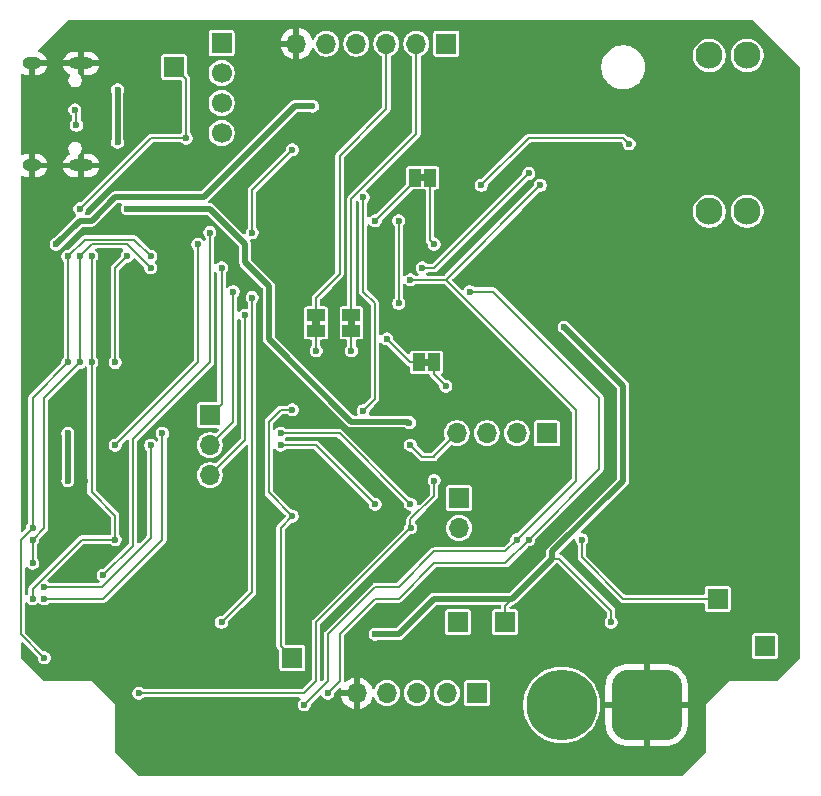
<source format=gbr>
%TF.GenerationSoftware,KiCad,Pcbnew,9.0.6*%
%TF.CreationDate,2025-12-27T23:02:07-08:00*%
%TF.ProjectId,Test Rocket Board,54657374-2052-46f6-936b-657420426f61,rev?*%
%TF.SameCoordinates,Original*%
%TF.FileFunction,Copper,L2,Bot*%
%TF.FilePolarity,Positive*%
%FSLAX46Y46*%
G04 Gerber Fmt 4.6, Leading zero omitted, Abs format (unit mm)*
G04 Created by KiCad (PCBNEW 9.0.6) date 2025-12-27 23:02:07*
%MOMM*%
%LPD*%
G01*
G04 APERTURE LIST*
G04 Aperture macros list*
%AMRoundRect*
0 Rectangle with rounded corners*
0 $1 Rounding radius*
0 $2 $3 $4 $5 $6 $7 $8 $9 X,Y pos of 4 corners*
0 Add a 4 corners polygon primitive as box body*
4,1,4,$2,$3,$4,$5,$6,$7,$8,$9,$2,$3,0*
0 Add four circle primitives for the rounded corners*
1,1,$1+$1,$2,$3*
1,1,$1+$1,$4,$5*
1,1,$1+$1,$6,$7*
1,1,$1+$1,$8,$9*
0 Add four rect primitives between the rounded corners*
20,1,$1+$1,$2,$3,$4,$5,0*
20,1,$1+$1,$4,$5,$6,$7,0*
20,1,$1+$1,$6,$7,$8,$9,0*
20,1,$1+$1,$8,$9,$2,$3,0*%
G04 Aperture macros list end*
%TA.AperFunction,EtchedComponent*%
%ADD10C,0.000000*%
%TD*%
%TA.AperFunction,ComponentPad*%
%ADD11R,1.700000X1.700000*%
%TD*%
%TA.AperFunction,ComponentPad*%
%ADD12C,1.700000*%
%TD*%
%TA.AperFunction,ComponentPad*%
%ADD13O,1.700000X1.700000*%
%TD*%
%TA.AperFunction,HeatsinkPad*%
%ADD14C,0.600000*%
%TD*%
%TA.AperFunction,HeatsinkPad*%
%ADD15O,2.100000X1.000000*%
%TD*%
%TA.AperFunction,HeatsinkPad*%
%ADD16O,1.600000X1.000000*%
%TD*%
%TA.AperFunction,ComponentPad*%
%ADD17RoundRect,1.500000X1.500000X1.500000X-1.500000X1.500000X-1.500000X-1.500000X1.500000X-1.500000X0*%
%TD*%
%TA.AperFunction,ComponentPad*%
%ADD18C,6.000000*%
%TD*%
%TA.AperFunction,ComponentPad*%
%ADD19C,2.300000*%
%TD*%
%TA.AperFunction,SMDPad,CuDef*%
%ADD20R,1.000000X1.500000*%
%TD*%
%TA.AperFunction,SMDPad,CuDef*%
%ADD21R,1.500000X1.000000*%
%TD*%
%TA.AperFunction,ViaPad*%
%ADD22C,0.600000*%
%TD*%
%TA.AperFunction,Conductor*%
%ADD23C,0.500000*%
%TD*%
%TA.AperFunction,Conductor*%
%ADD24C,0.200000*%
%TD*%
G04 APERTURE END LIST*
D10*
%TA.AperFunction,EtchedComponent*%
%TO.C,JP3*%
G36*
X167250000Y-88650000D02*
G01*
X166750000Y-88650000D01*
X166750000Y-88050000D01*
X167250000Y-88050000D01*
X167250000Y-88650000D01*
G37*
%TD.AperFunction*%
%TA.AperFunction,EtchedComponent*%
%TO.C,JP4*%
G36*
X167600000Y-104300000D02*
G01*
X167100000Y-104300000D01*
X167100000Y-103700000D01*
X167600000Y-103700000D01*
X167600000Y-104300000D01*
G37*
%TD.AperFunction*%
%TA.AperFunction,EtchedComponent*%
%TO.C,JP2*%
G36*
X158300000Y-100900000D02*
G01*
X157700000Y-100900000D01*
X157700000Y-100400000D01*
X158300000Y-100400000D01*
X158300000Y-100900000D01*
G37*
%TD.AperFunction*%
%TA.AperFunction,EtchedComponent*%
%TO.C,JP1*%
G36*
X161300000Y-100900000D02*
G01*
X160700000Y-100900000D01*
X160700000Y-100400000D01*
X161300000Y-100400000D01*
X161300000Y-100900000D01*
G37*
%TD.AperFunction*%
%TD*%
D11*
%TO.P,J8,1,Pin_1*%
%TO.N,/MCU/IO16*%
X150000000Y-76960000D03*
D12*
%TO.P,J8,2,Pin_2*%
%TO.N,/MCU/IO17*%
X150000000Y-79500000D03*
%TO.P,J8,3,Pin_3*%
%TO.N,/MCU/IO18*%
X150000000Y-82040000D03*
%TO.P,J8,4,Pin_4*%
%TO.N,/MCU/IO8*%
X150000000Y-84580000D03*
%TD*%
D11*
%TO.P,J2,1,Pin_1*%
%TO.N,/MCU/IO42*%
X177540000Y-110000000D03*
D13*
%TO.P,J2,2,Pin_2*%
%TO.N,/MCU/IO41*%
X175000000Y-110000000D03*
%TO.P,J2,3,Pin_3*%
%TO.N,/MCU/IO40*%
X172460000Y-110000000D03*
%TO.P,J2,4,Pin_4*%
%TO.N,/MCU/IO39*%
X169920000Y-110000000D03*
%TD*%
D11*
%TO.P,TP4,1,1*%
%TO.N,+1V8*%
X156000000Y-129000000D03*
%TD*%
D14*
%TO.P,IC1,41,GND_3*%
%TO.N,GND*%
X156761683Y-93350000D03*
X155361683Y-93350000D03*
X157461683Y-94050000D03*
X156061683Y-94050000D03*
X154661683Y-94050000D03*
X156761683Y-94750000D03*
X155361683Y-94750000D03*
X157461683Y-95450000D03*
X156061683Y-95450000D03*
X154661683Y-95450000D03*
X156761683Y-96150000D03*
X155361683Y-96150000D03*
%TD*%
D11*
%TO.P,J7,1,Pin_1*%
%TO.N,unconnected-(J7-Pin_1-Pad1)*%
X171620000Y-132000000D03*
D13*
%TO.P,J7,2,Pin_2*%
%TO.N,5V_BUS*%
X169080000Y-132000000D03*
%TO.P,J7,3,Pin_3*%
%TO.N,CANH*%
X166540000Y-132000000D03*
%TO.P,J7,4,Pin_4*%
%TO.N,CANL*%
X164000000Y-132000000D03*
%TO.P,J7,5,Pin_5*%
%TO.N,GND*%
X161460000Y-132000000D03*
%TD*%
D15*
%TO.P,J3,S1,SHIELD*%
%TO.N,GND*%
X138130000Y-78680000D03*
D16*
X133950000Y-78680000D03*
D15*
X138130000Y-87320000D03*
D16*
X133950000Y-87320000D03*
%TD*%
D11*
%TO.P,J1,1,Pin_1*%
%TO.N,/ADXL375/MISO*%
X149000000Y-108475000D03*
D13*
%TO.P,J1,2,Pin_2*%
%TO.N,/ADXL375/SCK*%
X149000000Y-111015000D03*
%TO.P,J1,3,Pin_3*%
%TO.N,/ADXL375/MOSI*%
X149000000Y-113555000D03*
%TD*%
D17*
%TO.P,J5,1,Pin_1*%
%TO.N,GND*%
X186000000Y-133000000D03*
D18*
%TO.P,J5,2,Pin_2*%
%TO.N,/Power/BATT_INPUT*%
X178800000Y-133000000D03*
%TD*%
D11*
%TO.P,J6,1,Pin_1*%
%TO.N,/CAN Bus/CAN_RX*%
X170110000Y-115485000D03*
D13*
%TO.P,J6,2,Pin_2*%
%TO.N,/CAN Bus/CAN_TX*%
X170110000Y-118025000D03*
%TD*%
D11*
%TO.P,5V1,1,1*%
%TO.N,+5V*%
X192000000Y-124000000D03*
%TD*%
%TO.P,TP5,1,1*%
%TO.N,/Flashing/V_USB*%
X146000000Y-79000000D03*
%TD*%
%TO.P,TP1,1,1*%
%TO.N,5V_BUS*%
X170000000Y-126000000D03*
%TD*%
%TO.P,J4,1,Pin_1*%
%TO.N,unconnected-(J4-Pin_1-Pad1)*%
X169040000Y-77000000D03*
D13*
%TO.P,J4,2,Pin_2*%
%TO.N,Net-(J4-Pin_2)*%
X166500000Y-77000000D03*
%TO.P,J4,3,Pin_3*%
%TO.N,Net-(J4-Pin_3)*%
X163960000Y-77000000D03*
%TO.P,J4,4,Pin_4*%
%TO.N,+3V3*%
X161420000Y-77000000D03*
%TO.P,J4,5,Pin_5*%
%TO.N,unconnected-(J4-Pin_5-Pad5)*%
X158880000Y-77000000D03*
%TO.P,J4,6,Pin_6*%
%TO.N,GND*%
X156340000Y-77000000D03*
%TD*%
D11*
%TO.P,TP2,1,1*%
%TO.N,+3V3*%
X174000000Y-126000000D03*
%TD*%
D19*
%TO.P,BT1,P1*%
%TO.N,Net-(U1-VBAT)*%
X191300000Y-91200000D03*
%TO.P,BT1,P2*%
%TO.N,N/C*%
X194500000Y-91200000D03*
%TO.P,BT1,P3*%
X194500000Y-78000000D03*
%TO.P,BT1,P4*%
X191300000Y-78000000D03*
%TD*%
D11*
%TO.P,TP3,1,1*%
%TO.N,/Power/BATT_INPUT*%
X196000000Y-128000000D03*
%TD*%
D20*
%TO.P,JP3,1,A*%
%TO.N,Net-(JP3-A)*%
X167650000Y-88350000D03*
%TO.P,JP3,2,B*%
%TO.N,/Flashing/EN*%
X166350000Y-88350000D03*
%TD*%
%TO.P,JP4,1,A*%
%TO.N,Net-(JP4-A)*%
X168000000Y-104000000D03*
%TO.P,JP4,2,B*%
%TO.N,/Flashing/IO0*%
X166700000Y-104000000D03*
%TD*%
D21*
%TO.P,JP2,1,A*%
%TO.N,Net-(J4-Pin_3)*%
X158000000Y-100000000D03*
%TO.P,JP2,2,B*%
%TO.N,/Flashing/ESP_RX*%
X158000000Y-101300000D03*
%TD*%
%TO.P,JP1,1,A*%
%TO.N,/Flashing/ESP_TX*%
X161000000Y-101300000D03*
%TO.P,JP1,2,B*%
%TO.N,Net-(J4-Pin_2)*%
X161000000Y-100000000D03*
%TD*%
D22*
%TO.N,/Flashing/VBUS*%
X141194898Y-85350000D03*
X141194898Y-80929128D03*
%TO.N,/Flashing/V_USB*%
X138000000Y-91000000D03*
X147000000Y-85000000D03*
%TO.N,Net-(JP3-A)*%
X168000000Y-94000000D03*
%TO.N,/MCU/SDA*%
X176000000Y-119000000D03*
X167000000Y-96000000D03*
X176000000Y-88000000D03*
X171000000Y-98000000D03*
X159000000Y-132000000D03*
%TO.N,GND*%
X140000000Y-117600000D03*
X166000000Y-120000000D03*
X164500000Y-116000000D03*
X138400000Y-114000000D03*
X143000000Y-83000000D03*
X140500000Y-125000000D03*
X163000000Y-122000000D03*
%TO.N,Net-(JP4-A)*%
X169000000Y-106000000D03*
%TO.N,+1V8*%
X156000000Y-108000000D03*
X156000000Y-117000000D03*
%TO.N,+5V*%
X142000000Y-91000000D03*
X165912500Y-109087500D03*
X143000000Y-132000000D03*
X166019883Y-118009944D03*
X168000000Y-114000000D03*
X180500000Y-119000000D03*
%TO.N,+3V3*%
X165000000Y-92000000D03*
X184500000Y-85500000D03*
X172000000Y-89000000D03*
X165000000Y-99000000D03*
X136000000Y-94000000D03*
X162000000Y-108075000D03*
X183000000Y-126000000D03*
X162000000Y-90000000D03*
X137000000Y-114000000D03*
X179000000Y-101000000D03*
X163000000Y-127000000D03*
X157702500Y-82297500D03*
X137000000Y-110000000D03*
%TO.N,/MCU/SCL*%
X177000000Y-89000000D03*
X166000000Y-97000000D03*
X175000000Y-119000000D03*
X157000000Y-133000000D03*
%TO.N,/Flashing/USB+*%
X137592184Y-82618065D03*
X137720102Y-83929128D03*
%TO.N,/Flashing/EN*%
X163000000Y-92000000D03*
%TO.N,/Flashing/IO0*%
X164000000Y-102000000D03*
%TO.N,/Flashing/ESP_TX*%
X161000000Y-103000000D03*
%TO.N,/Flashing/ESP_RX*%
X158000000Y-103000000D03*
%TO.N,/Barometer 1/CS*%
X142000000Y-95000000D03*
X141000000Y-104000000D03*
%TO.N,/IMU (2g-16g)/CS*%
X141000000Y-111000000D03*
X148000000Y-94000000D03*
%TO.N,/CAN Bus/CAN_TX*%
X166000000Y-116000000D03*
X155000000Y-110000000D03*
%TO.N,/CAN Bus/CAN_RX*%
X155000000Y-111000000D03*
X163000000Y-116000000D03*
%TO.N,/ADXL375/CS*%
X149000000Y-93000000D03*
X140000000Y-122000000D03*
%TO.N,/ADXL375/INT2*%
X135000000Y-124000000D03*
X145000000Y-110000000D03*
%TO.N,/ADXL375/SCK*%
X151000000Y-98000000D03*
X134000000Y-118000000D03*
X135000000Y-129000000D03*
X144000000Y-95000000D03*
X137000000Y-104000000D03*
X137000000Y-95000000D03*
%TO.N,/ADXL375/MOSI*%
X152000000Y-100000000D03*
X138000000Y-95000000D03*
X138000000Y-104000000D03*
X134000000Y-119000000D03*
X144000000Y-96000000D03*
X134000000Y-121000000D03*
%TO.N,/ADXL375/INT1*%
X135000000Y-123000000D03*
X144000000Y-111000000D03*
%TO.N,/ADXL375/MISO*%
X139000000Y-104000000D03*
X139000000Y-95000000D03*
X141000000Y-119000000D03*
X150000000Y-96000000D03*
X134000000Y-124000000D03*
%TO.N,/MCU/INA_INT*%
X150000000Y-126000000D03*
X156000000Y-86000000D03*
X152600000Y-93000000D03*
X152600000Y-98500000D03*
%TO.N,/MCU/IO39*%
X166000000Y-111000000D03*
%TD*%
D23*
%TO.N,/Flashing/VBUS*%
X141194898Y-80929128D02*
X141194898Y-85350000D01*
D24*
%TO.N,/Flashing/V_USB*%
X144000000Y-85000000D02*
X138000000Y-91000000D01*
X147000000Y-80000000D02*
X147000000Y-85000000D01*
X146000000Y-79000000D02*
X147000000Y-80000000D01*
X147000000Y-85000000D02*
X144000000Y-85000000D01*
%TO.N,Net-(JP3-A)*%
X167650000Y-88350000D02*
X167650000Y-93650000D01*
X167650000Y-93650000D02*
X168000000Y-94000000D01*
%TO.N,/MCU/SDA*%
X173000000Y-98000000D02*
X182000000Y-107000000D01*
X182000000Y-107000000D02*
X182000000Y-113000000D01*
X165000000Y-124000000D02*
X163000000Y-124000000D01*
X168000000Y-121000000D02*
X165000000Y-124000000D01*
X182000000Y-113000000D02*
X176000000Y-119000000D01*
X163000000Y-124000000D02*
X160000000Y-127000000D01*
X160000000Y-128000000D02*
X160000000Y-131000000D01*
X171000000Y-98000000D02*
X173000000Y-98000000D01*
X167000000Y-96000000D02*
X168000000Y-96000000D01*
X160000000Y-131000000D02*
X159000000Y-132000000D01*
X168000000Y-96000000D02*
X176000000Y-88000000D01*
X160000000Y-127000000D02*
X160000000Y-128000000D01*
X176000000Y-119000000D02*
X174000000Y-121000000D01*
X174000000Y-121000000D02*
X168000000Y-121000000D01*
%TO.N,GND*%
X140000000Y-117600000D02*
X138400000Y-116000000D01*
X138400000Y-116000000D02*
X138400000Y-114000000D01*
%TO.N,Net-(JP4-A)*%
X168000000Y-105000000D02*
X168000000Y-104000000D01*
X169000000Y-106000000D02*
X168000000Y-105000000D01*
%TO.N,+1V8*%
X156000000Y-129000000D02*
X155000000Y-128000000D01*
X156000000Y-117000000D02*
X154000000Y-115000000D01*
X155000000Y-128000000D02*
X155000000Y-118000000D01*
X155000000Y-118000000D02*
X156000000Y-117000000D01*
X155000000Y-108000000D02*
X156000000Y-108000000D01*
X154000000Y-115000000D02*
X154000000Y-109000000D01*
X154000000Y-109000000D02*
X155000000Y-108000000D01*
%TO.N,+5V*%
X180500000Y-119000000D02*
X180500000Y-120500000D01*
D23*
X161000000Y-109000000D02*
X154000000Y-102000000D01*
D24*
X180500000Y-120500000D02*
X184000000Y-124000000D01*
X158000000Y-126000000D02*
X166000000Y-118000000D01*
X143000000Y-132000000D02*
X157000000Y-132000000D01*
X168000000Y-115295000D02*
X168000000Y-114000000D01*
D23*
X152000000Y-95500000D02*
X152000000Y-94000000D01*
D24*
X158000000Y-131000000D02*
X158000000Y-126000000D01*
D23*
X149000000Y-91000000D02*
X142000000Y-91000000D01*
D24*
X166000000Y-118000000D02*
X166000000Y-117295000D01*
X157000000Y-132000000D02*
X158000000Y-131000000D01*
D23*
X154000000Y-102000000D02*
X154000000Y-97500000D01*
D24*
X166000000Y-117295000D02*
X168000000Y-115295000D01*
X184000000Y-124000000D02*
X192110000Y-124000000D01*
D23*
X165912500Y-109087500D02*
X165825000Y-109000000D01*
X154000000Y-97500000D02*
X152000000Y-95500000D01*
X152000000Y-94000000D02*
X149000000Y-91000000D01*
X165825000Y-109000000D02*
X161000000Y-109000000D01*
%TO.N,+3V3*%
X148500000Y-90000000D02*
X141000000Y-90000000D01*
X178000000Y-120000000D02*
X178000000Y-120600000D01*
X174600000Y-124000000D02*
X168000000Y-124000000D01*
X165000000Y-127000000D02*
X163000000Y-127000000D01*
D24*
X174000000Y-124600000D02*
X174600000Y-124000000D01*
X178600000Y-120600000D02*
X178000000Y-120600000D01*
D23*
X184000000Y-106000000D02*
X184000000Y-114000000D01*
D24*
X184500000Y-85500000D02*
X184000000Y-85000000D01*
X183000000Y-126000000D02*
X183000000Y-125000000D01*
X162000000Y-108075000D02*
X163000000Y-107075000D01*
X176000000Y-85000000D02*
X172000000Y-89000000D01*
D23*
X178000000Y-120600000D02*
X174600000Y-124000000D01*
D24*
X165000000Y-92000000D02*
X165000000Y-99000000D01*
D23*
X137000000Y-110000000D02*
X137000000Y-114000000D01*
X179000000Y-101000000D02*
X184000000Y-106000000D01*
D24*
X184000000Y-85000000D02*
X176000000Y-85000000D01*
D23*
X156202500Y-82297500D02*
X148500000Y-90000000D01*
X141000000Y-90000000D02*
X139000000Y-92000000D01*
X157702500Y-82297500D02*
X156202500Y-82297500D01*
X184000000Y-114000000D02*
X178000000Y-120000000D01*
D24*
X163000000Y-99000000D02*
X162000000Y-98000000D01*
X163000000Y-107075000D02*
X163000000Y-99000000D01*
D23*
X168000000Y-124000000D02*
X165000000Y-127000000D01*
X139000000Y-92000000D02*
X138000000Y-92000000D01*
X138000000Y-92000000D02*
X136000000Y-94000000D01*
D24*
X183000000Y-125000000D02*
X178600000Y-120600000D01*
X162000000Y-98000000D02*
X162000000Y-90000000D01*
X174000000Y-126000000D02*
X174000000Y-124600000D01*
%TO.N,/MCU/SCL*%
X169000000Y-97000000D02*
X177000000Y-89000000D01*
X169000000Y-97000000D02*
X180000000Y-108000000D01*
X174000000Y-120000000D02*
X168000000Y-120000000D01*
X180000000Y-108000000D02*
X180000000Y-114000000D01*
X159000000Y-127000000D02*
X159000000Y-131000000D01*
X180000000Y-114000000D02*
X175000000Y-119000000D01*
X166000000Y-97000000D02*
X169000000Y-97000000D01*
X159000000Y-131000000D02*
X157000000Y-133000000D01*
X163000000Y-123000000D02*
X159000000Y-127000000D01*
X165000000Y-123000000D02*
X163000000Y-123000000D01*
X168000000Y-120000000D02*
X165000000Y-123000000D01*
X175000000Y-119000000D02*
X174000000Y-120000000D01*
%TO.N,/Flashing/USB+*%
X137720102Y-82745983D02*
X137592184Y-82618065D01*
X137720102Y-83929128D02*
X137720102Y-82745983D01*
%TO.N,/Flashing/EN*%
X166350000Y-88650000D02*
X166350000Y-88350000D01*
X163000000Y-92000000D02*
X166350000Y-88650000D01*
%TO.N,/Flashing/IO0*%
X166700000Y-104000000D02*
X166000000Y-104000000D01*
X166000000Y-104000000D02*
X164000000Y-102000000D01*
%TO.N,/Flashing/ESP_TX*%
X161000000Y-103000000D02*
X161000000Y-101300000D01*
%TO.N,/Flashing/ESP_RX*%
X158000000Y-103000000D02*
X158000000Y-101300000D01*
%TO.N,/Barometer 1/CS*%
X141000000Y-96000000D02*
X141000000Y-104000000D01*
X142000000Y-95000000D02*
X141000000Y-96000000D01*
%TO.N,/IMU (2g-16g)/CS*%
X148000000Y-104000000D02*
X141000000Y-111000000D01*
X148000000Y-94000000D02*
X148000000Y-104000000D01*
%TO.N,/CAN Bus/CAN_TX*%
X155000000Y-110000000D02*
X160000000Y-110000000D01*
X160000000Y-110000000D02*
X166000000Y-116000000D01*
%TO.N,/CAN Bus/CAN_RX*%
X155000000Y-111000000D02*
X158000000Y-111000000D01*
X158000000Y-111000000D02*
X163000000Y-116000000D01*
%TO.N,/ADXL375/CS*%
X142500000Y-110500000D02*
X149000000Y-104000000D01*
X142500000Y-119500000D02*
X142500000Y-110500000D01*
X149000000Y-104000000D02*
X149000000Y-93000000D01*
X140000000Y-122000000D02*
X142500000Y-119500000D01*
%TO.N,/ADXL375/INT2*%
X140000000Y-124000000D02*
X145000000Y-119000000D01*
X145000000Y-119000000D02*
X145000000Y-110000000D01*
X135000000Y-124000000D02*
X140000000Y-124000000D01*
%TO.N,/ADXL375/SCK*%
X134000000Y-107000000D02*
X137000000Y-104000000D01*
X149000000Y-111015000D02*
X151000000Y-109015000D01*
X134000000Y-118000000D02*
X133000000Y-119000000D01*
X133000000Y-127000000D02*
X135000000Y-129000000D01*
X134000000Y-118000000D02*
X134000000Y-107000000D01*
X138400000Y-93600000D02*
X137000000Y-95000000D01*
X151000000Y-109015000D02*
X151000000Y-98000000D01*
X142600000Y-93600000D02*
X138400000Y-93600000D01*
X133000000Y-119000000D02*
X133000000Y-127000000D01*
X144000000Y-95000000D02*
X142600000Y-93600000D01*
X137000000Y-95000000D02*
X137000000Y-104000000D01*
%TO.N,/ADXL375/MOSI*%
X135000000Y-107000000D02*
X135000000Y-118000000D01*
X149000000Y-113555000D02*
X152000000Y-110555000D01*
X138000000Y-104000000D02*
X135000000Y-107000000D01*
X138000000Y-95000000D02*
X139000000Y-94000000D01*
X134000000Y-119000000D02*
X134000000Y-121000000D01*
X138000000Y-104000000D02*
X138000000Y-95000000D01*
X142000000Y-94000000D02*
X144000000Y-96000000D01*
X135000000Y-118000000D02*
X134000000Y-119000000D01*
X152000000Y-110555000D02*
X152000000Y-100000000D01*
X139000000Y-94000000D02*
X142000000Y-94000000D01*
%TO.N,/ADXL375/INT1*%
X135000000Y-123000000D02*
X139848529Y-123000000D01*
X139848529Y-123000000D02*
X144000000Y-118848529D01*
X144000000Y-118848529D02*
X144000000Y-111000000D01*
%TO.N,/ADXL375/MISO*%
X139000000Y-95000000D02*
X139000000Y-104000000D01*
X134000000Y-123151471D02*
X134000000Y-124000000D01*
X149000000Y-108475000D02*
X150000000Y-107475000D01*
X138151471Y-119000000D02*
X134000000Y-123151471D01*
X139000000Y-115000000D02*
X139000000Y-104000000D01*
X141000000Y-117000000D02*
X139000000Y-115000000D01*
X150000000Y-107475000D02*
X150000000Y-96000000D01*
X141000000Y-119000000D02*
X138151471Y-119000000D01*
X141000000Y-119000000D02*
X141000000Y-117000000D01*
%TO.N,/MCU/INA_INT*%
X156000000Y-86000000D02*
X152600000Y-89400000D01*
X152600000Y-93000000D02*
X152600000Y-89400000D01*
X152600000Y-123400000D02*
X150000000Y-126000000D01*
X152600000Y-98500000D02*
X152600000Y-123400000D01*
%TO.N,/MCU/IO39*%
X167000000Y-112000000D02*
X168000000Y-112000000D01*
X168000000Y-112000000D02*
X168000000Y-111920000D01*
X168000000Y-111920000D02*
X169920000Y-110000000D01*
X166000000Y-111000000D02*
X167000000Y-112000000D01*
%TO.N,Net-(J4-Pin_2)*%
X166500000Y-77000000D02*
X166500000Y-84650057D01*
X166500000Y-84650057D02*
X161000000Y-90150057D01*
X161000000Y-90150057D02*
X161000000Y-100000000D01*
%TO.N,Net-(J4-Pin_3)*%
X163960000Y-82540000D02*
X163960000Y-77000000D01*
X160000000Y-86500000D02*
X163960000Y-82540000D01*
X158000000Y-100000000D02*
X158000000Y-98500000D01*
X160000000Y-86500000D02*
X160000000Y-96500000D01*
X160000000Y-96500000D02*
X158000000Y-98500000D01*
%TD*%
%TA.AperFunction,Conductor*%
%TO.N,GND*%
G36*
X195015677Y-75019685D02*
G01*
X195036319Y-75036319D01*
X198963681Y-78963681D01*
X198997166Y-79025004D01*
X199000000Y-79051362D01*
X199000000Y-128948638D01*
X198980315Y-129015677D01*
X198963681Y-129036319D01*
X197036319Y-130963681D01*
X196974996Y-130997166D01*
X196948638Y-131000000D01*
X192999999Y-131000000D01*
X191000000Y-132999999D01*
X191000000Y-136948638D01*
X190980315Y-137015677D01*
X190963681Y-137036319D01*
X189036319Y-138963681D01*
X188974996Y-138997166D01*
X188948638Y-139000000D01*
X143051362Y-139000000D01*
X142984323Y-138980315D01*
X142963681Y-138963681D01*
X141036319Y-137036319D01*
X141002834Y-136974996D01*
X141000000Y-136948638D01*
X141000000Y-133000000D01*
X139927525Y-131927525D01*
X142449500Y-131927525D01*
X142449500Y-132072475D01*
X142486148Y-132209245D01*
X142487017Y-132212488D01*
X142559488Y-132338011D01*
X142559490Y-132338013D01*
X142559491Y-132338015D01*
X142661985Y-132440509D01*
X142661986Y-132440510D01*
X142661988Y-132440511D01*
X142787511Y-132512982D01*
X142787512Y-132512982D01*
X142787515Y-132512984D01*
X142927525Y-132550500D01*
X142927528Y-132550500D01*
X143072472Y-132550500D01*
X143072475Y-132550500D01*
X143212485Y-132512984D01*
X143338015Y-132440509D01*
X143391705Y-132386819D01*
X143453028Y-132353334D01*
X143479386Y-132350500D01*
X156571614Y-132350500D01*
X156638653Y-132370185D01*
X156684408Y-132422989D01*
X156694352Y-132492147D01*
X156665327Y-132555703D01*
X156659295Y-132562181D01*
X156559493Y-132661982D01*
X156559488Y-132661988D01*
X156487017Y-132787511D01*
X156487016Y-132787515D01*
X156449500Y-132927525D01*
X156449500Y-133072475D01*
X156480049Y-133186484D01*
X156487017Y-133212488D01*
X156559488Y-133338011D01*
X156559490Y-133338013D01*
X156559491Y-133338015D01*
X156661985Y-133440509D01*
X156661986Y-133440510D01*
X156661988Y-133440511D01*
X156787511Y-133512982D01*
X156787512Y-133512982D01*
X156787515Y-133512984D01*
X156927525Y-133550500D01*
X156927528Y-133550500D01*
X157072472Y-133550500D01*
X157072475Y-133550500D01*
X157212485Y-133512984D01*
X157338015Y-133440509D01*
X157440509Y-133338015D01*
X157512984Y-133212485D01*
X157550500Y-133072475D01*
X157550500Y-132996544D01*
X157570185Y-132929505D01*
X157586819Y-132908863D01*
X157939979Y-132555703D01*
X158298146Y-132197535D01*
X158359467Y-132164052D01*
X158429158Y-132169036D01*
X158485092Y-132210907D01*
X158493212Y-132223217D01*
X158559491Y-132338015D01*
X158661985Y-132440509D01*
X158661986Y-132440510D01*
X158661988Y-132440511D01*
X158787511Y-132512982D01*
X158787512Y-132512982D01*
X158787515Y-132512984D01*
X158927525Y-132550500D01*
X158927528Y-132550500D01*
X159072472Y-132550500D01*
X159072475Y-132550500D01*
X159212485Y-132512984D01*
X159338015Y-132440509D01*
X159440509Y-132338015D01*
X159512984Y-132212485D01*
X159550500Y-132072475D01*
X159550500Y-131987071D01*
X159551940Y-131977704D01*
X159562904Y-131954300D01*
X159570185Y-131929505D01*
X159580541Y-131916653D01*
X159581581Y-131914434D01*
X159583099Y-131913479D01*
X159586819Y-131908863D01*
X159753383Y-131742299D01*
X159937546Y-131558135D01*
X159998867Y-131524652D01*
X160068558Y-131529636D01*
X160124492Y-131571507D01*
X160148909Y-131636972D01*
X160143786Y-131678985D01*
X160144381Y-131679128D01*
X160143242Y-131683873D01*
X160132769Y-131750000D01*
X161026988Y-131750000D01*
X160994075Y-131807007D01*
X160960000Y-131934174D01*
X160960000Y-132065826D01*
X160994075Y-132192993D01*
X161026988Y-132250000D01*
X160132769Y-132250000D01*
X160143242Y-132316126D01*
X160143242Y-132316129D01*
X160208904Y-132518217D01*
X160305379Y-132707557D01*
X160430272Y-132879459D01*
X160430276Y-132879464D01*
X160580535Y-133029723D01*
X160580540Y-133029727D01*
X160752442Y-133154620D01*
X160941782Y-133251095D01*
X161143871Y-133316757D01*
X161210000Y-133327231D01*
X161210000Y-132433012D01*
X161267007Y-132465925D01*
X161394174Y-132500000D01*
X161525826Y-132500000D01*
X161652993Y-132465925D01*
X161710000Y-132433012D01*
X161710000Y-133327230D01*
X161776126Y-133316757D01*
X161776129Y-133316757D01*
X161978217Y-133251095D01*
X162167557Y-133154620D01*
X162339459Y-133029727D01*
X162339464Y-133029723D01*
X162489723Y-132879464D01*
X162489727Y-132879459D01*
X162614620Y-132707557D01*
X162711096Y-132518215D01*
X162743239Y-132419288D01*
X162782676Y-132361612D01*
X162847034Y-132334413D01*
X162915880Y-132346327D01*
X162967357Y-132393571D01*
X162979100Y-132419284D01*
X162980127Y-132422446D01*
X163028924Y-132518215D01*
X163058768Y-132576788D01*
X163160586Y-132716928D01*
X163283072Y-132839414D01*
X163423212Y-132941232D01*
X163577555Y-133019873D01*
X163742299Y-133073402D01*
X163913389Y-133100500D01*
X163913390Y-133100500D01*
X164086610Y-133100500D01*
X164086611Y-133100500D01*
X164257701Y-133073402D01*
X164422445Y-133019873D01*
X164576788Y-132941232D01*
X164716928Y-132839414D01*
X164839414Y-132716928D01*
X164941232Y-132576788D01*
X165019873Y-132422445D01*
X165073402Y-132257701D01*
X165100500Y-132086611D01*
X165100500Y-131913389D01*
X165439500Y-131913389D01*
X165439500Y-132086610D01*
X165459186Y-132210907D01*
X165466598Y-132257701D01*
X165519101Y-132419288D01*
X165520128Y-132422447D01*
X165566259Y-132512984D01*
X165598768Y-132576788D01*
X165700586Y-132716928D01*
X165823072Y-132839414D01*
X165963212Y-132941232D01*
X166117555Y-133019873D01*
X166282299Y-133073402D01*
X166453389Y-133100500D01*
X166453390Y-133100500D01*
X166626610Y-133100500D01*
X166626611Y-133100500D01*
X166797701Y-133073402D01*
X166962445Y-133019873D01*
X167116788Y-132941232D01*
X167256928Y-132839414D01*
X167379414Y-132716928D01*
X167481232Y-132576788D01*
X167559873Y-132422445D01*
X167613402Y-132257701D01*
X167640500Y-132086611D01*
X167640500Y-131913389D01*
X167979500Y-131913389D01*
X167979500Y-132086610D01*
X167999186Y-132210907D01*
X168006598Y-132257701D01*
X168059101Y-132419288D01*
X168060128Y-132422447D01*
X168106259Y-132512984D01*
X168138768Y-132576788D01*
X168240586Y-132716928D01*
X168363072Y-132839414D01*
X168503212Y-132941232D01*
X168657555Y-133019873D01*
X168822299Y-133073402D01*
X168993389Y-133100500D01*
X168993390Y-133100500D01*
X169166610Y-133100500D01*
X169166611Y-133100500D01*
X169337701Y-133073402D01*
X169502445Y-133019873D01*
X169656788Y-132941232D01*
X169796928Y-132839414D01*
X169919414Y-132716928D01*
X170021232Y-132576788D01*
X170099873Y-132422445D01*
X170153402Y-132257701D01*
X170180500Y-132086611D01*
X170180500Y-131913389D01*
X170153402Y-131742299D01*
X170099873Y-131577555D01*
X170021232Y-131423212D01*
X169919414Y-131283072D01*
X169796928Y-131160586D01*
X169748390Y-131125321D01*
X170519500Y-131125321D01*
X170519500Y-132874678D01*
X170534032Y-132947735D01*
X170534033Y-132947739D01*
X170534034Y-132947740D01*
X170589399Y-133030601D01*
X170672260Y-133085966D01*
X170672264Y-133085967D01*
X170745321Y-133100499D01*
X170745324Y-133100500D01*
X170745326Y-133100500D01*
X172494676Y-133100500D01*
X172494677Y-133100499D01*
X172567740Y-133085966D01*
X172650601Y-133030601D01*
X172705966Y-132947740D01*
X172720500Y-132874674D01*
X172720500Y-132840313D01*
X175549500Y-132840313D01*
X175549500Y-133159687D01*
X175557799Y-133243946D01*
X175580803Y-133477522D01*
X175643109Y-133790754D01*
X175735820Y-134096382D01*
X175858040Y-134391446D01*
X175858042Y-134391451D01*
X176008584Y-134673094D01*
X176008601Y-134673122D01*
X176186012Y-134938638D01*
X176186029Y-134938661D01*
X176388638Y-135185540D01*
X176614459Y-135411361D01*
X176614464Y-135411365D01*
X176614465Y-135411366D01*
X176861344Y-135613975D01*
X176861351Y-135613980D01*
X176861361Y-135613987D01*
X177126877Y-135791398D01*
X177126882Y-135791401D01*
X177126894Y-135791409D01*
X177126903Y-135791413D01*
X177126905Y-135791415D01*
X177408548Y-135941957D01*
X177408550Y-135941957D01*
X177408556Y-135941961D01*
X177703619Y-136064180D01*
X178009240Y-136156889D01*
X178322477Y-136219196D01*
X178640313Y-136250500D01*
X178640316Y-136250500D01*
X178959684Y-136250500D01*
X178959687Y-136250500D01*
X179277523Y-136219196D01*
X179590760Y-136156889D01*
X179896381Y-136064180D01*
X180191444Y-135941961D01*
X180473106Y-135791409D01*
X180738656Y-135613975D01*
X180985535Y-135411366D01*
X181211366Y-135185535D01*
X181413975Y-134938656D01*
X181591409Y-134673106D01*
X181741961Y-134391444D01*
X181864180Y-134096381D01*
X181956889Y-133790760D01*
X182019196Y-133477523D01*
X182050500Y-133159687D01*
X182050500Y-132840313D01*
X182019196Y-132522477D01*
X181956889Y-132209240D01*
X181864180Y-131903619D01*
X181741961Y-131608556D01*
X181741957Y-131608548D01*
X181675816Y-131484807D01*
X181675815Y-131484806D01*
X181674200Y-131481784D01*
X181645753Y-131428563D01*
X182500000Y-131428563D01*
X182500000Y-132750000D01*
X183763498Y-132750000D01*
X183750000Y-132852527D01*
X183750000Y-133147473D01*
X183763498Y-133250000D01*
X182500000Y-133250000D01*
X182500000Y-134571436D01*
X182515300Y-134785362D01*
X182576109Y-135064895D01*
X182676091Y-135332958D01*
X182813191Y-135584038D01*
X182813192Y-135584039D01*
X182984639Y-135813065D01*
X182984649Y-135813077D01*
X183186922Y-136015350D01*
X183186934Y-136015360D01*
X183415960Y-136186807D01*
X183415961Y-136186808D01*
X183667042Y-136323908D01*
X183667041Y-136323908D01*
X183935104Y-136423890D01*
X184214637Y-136484699D01*
X184428563Y-136499999D01*
X184428566Y-136500000D01*
X185750000Y-136500000D01*
X185750000Y-135236502D01*
X185852527Y-135250000D01*
X186147473Y-135250000D01*
X186250000Y-135236502D01*
X186250000Y-136500000D01*
X187571434Y-136500000D01*
X187571436Y-136499999D01*
X187785362Y-136484699D01*
X188064895Y-136423890D01*
X188332958Y-136323908D01*
X188584038Y-136186808D01*
X188584039Y-136186807D01*
X188813065Y-136015360D01*
X188813077Y-136015350D01*
X189015350Y-135813077D01*
X189015360Y-135813065D01*
X189186807Y-135584039D01*
X189186808Y-135584038D01*
X189323908Y-135332958D01*
X189423890Y-135064895D01*
X189484699Y-134785362D01*
X189499999Y-134571436D01*
X189500000Y-134571434D01*
X189500000Y-133250000D01*
X188236502Y-133250000D01*
X188250000Y-133147473D01*
X188250000Y-132852527D01*
X188236502Y-132750000D01*
X189500000Y-132750000D01*
X189500000Y-131428566D01*
X189499999Y-131428563D01*
X189484699Y-131214637D01*
X189423890Y-130935104D01*
X189323908Y-130667041D01*
X189186808Y-130415961D01*
X189186807Y-130415960D01*
X189015360Y-130186934D01*
X189015350Y-130186922D01*
X188813077Y-129984649D01*
X188813065Y-129984639D01*
X188584039Y-129813192D01*
X188584038Y-129813191D01*
X188332957Y-129676091D01*
X188332958Y-129676091D01*
X188064895Y-129576109D01*
X187785362Y-129515300D01*
X187571436Y-129500000D01*
X186250000Y-129500000D01*
X186250000Y-130763497D01*
X186147473Y-130750000D01*
X185852527Y-130750000D01*
X185750000Y-130763497D01*
X185750000Y-129500000D01*
X184428563Y-129500000D01*
X184214637Y-129515300D01*
X183935104Y-129576109D01*
X183667041Y-129676091D01*
X183415961Y-129813191D01*
X183415960Y-129813192D01*
X183186934Y-129984639D01*
X183186922Y-129984649D01*
X182984649Y-130186922D01*
X182984639Y-130186934D01*
X182813192Y-130415960D01*
X182813191Y-130415961D01*
X182676091Y-130667041D01*
X182576109Y-130935104D01*
X182515300Y-131214637D01*
X182500000Y-131428563D01*
X181645753Y-131428563D01*
X181591409Y-131326894D01*
X181591398Y-131326877D01*
X181413987Y-131061361D01*
X181413980Y-131061351D01*
X181413975Y-131061344D01*
X181211366Y-130814465D01*
X181211365Y-130814464D01*
X181211361Y-130814459D01*
X180985540Y-130588638D01*
X180738661Y-130386029D01*
X180738638Y-130386012D01*
X180473122Y-130208601D01*
X180473094Y-130208584D01*
X180191451Y-130058042D01*
X180191446Y-130058040D01*
X179896382Y-129935820D01*
X179590754Y-129843109D01*
X179277521Y-129780803D01*
X179277522Y-129780803D01*
X179038141Y-129757227D01*
X178959687Y-129749500D01*
X178640313Y-129749500D01*
X178567822Y-129756639D01*
X178322477Y-129780803D01*
X178009245Y-129843109D01*
X177703617Y-129935820D01*
X177408553Y-130058040D01*
X177408548Y-130058042D01*
X177126905Y-130208584D01*
X177126877Y-130208601D01*
X176861361Y-130386012D01*
X176861338Y-130386029D01*
X176614459Y-130588638D01*
X176388638Y-130814459D01*
X176186029Y-131061338D01*
X176186012Y-131061361D01*
X176008601Y-131326877D01*
X176008584Y-131326905D01*
X175858042Y-131608548D01*
X175858040Y-131608553D01*
X175735820Y-131903617D01*
X175643109Y-132209245D01*
X175580803Y-132522477D01*
X175567063Y-132661988D01*
X175549500Y-132840313D01*
X172720500Y-132840313D01*
X172720500Y-131125326D01*
X172720500Y-131125323D01*
X172720499Y-131125321D01*
X172705967Y-131052264D01*
X172705966Y-131052260D01*
X172701879Y-131046143D01*
X172650601Y-130969399D01*
X172567740Y-130914034D01*
X172567739Y-130914033D01*
X172567735Y-130914032D01*
X172494677Y-130899500D01*
X172494674Y-130899500D01*
X170745326Y-130899500D01*
X170745323Y-130899500D01*
X170672264Y-130914032D01*
X170672260Y-130914033D01*
X170589399Y-130969399D01*
X170534033Y-131052260D01*
X170534032Y-131052264D01*
X170519500Y-131125321D01*
X169748390Y-131125321D01*
X169656788Y-131058768D01*
X169502445Y-130980127D01*
X169337701Y-130926598D01*
X169337699Y-130926597D01*
X169337698Y-130926597D01*
X169206271Y-130905781D01*
X169166611Y-130899500D01*
X168993389Y-130899500D01*
X168953728Y-130905781D01*
X168822302Y-130926597D01*
X168657552Y-130980128D01*
X168503211Y-131058768D01*
X168423256Y-131116859D01*
X168363072Y-131160586D01*
X168363070Y-131160588D01*
X168363069Y-131160588D01*
X168240588Y-131283069D01*
X168240588Y-131283070D01*
X168240586Y-131283072D01*
X168196859Y-131343256D01*
X168138768Y-131423211D01*
X168060128Y-131577552D01*
X168006597Y-131742302D01*
X167979500Y-131913389D01*
X167640500Y-131913389D01*
X167613402Y-131742299D01*
X167559873Y-131577555D01*
X167481232Y-131423212D01*
X167379414Y-131283072D01*
X167256928Y-131160586D01*
X167116788Y-131058768D01*
X166962445Y-130980127D01*
X166797701Y-130926598D01*
X166797699Y-130926597D01*
X166797698Y-130926597D01*
X166666271Y-130905781D01*
X166626611Y-130899500D01*
X166453389Y-130899500D01*
X166413728Y-130905781D01*
X166282302Y-130926597D01*
X166117552Y-130980128D01*
X165963211Y-131058768D01*
X165883256Y-131116859D01*
X165823072Y-131160586D01*
X165823070Y-131160588D01*
X165823069Y-131160588D01*
X165700588Y-131283069D01*
X165700588Y-131283070D01*
X165700586Y-131283072D01*
X165656859Y-131343256D01*
X165598768Y-131423211D01*
X165520128Y-131577552D01*
X165466597Y-131742302D01*
X165439500Y-131913389D01*
X165100500Y-131913389D01*
X165073402Y-131742299D01*
X165019873Y-131577555D01*
X164941232Y-131423212D01*
X164839414Y-131283072D01*
X164716928Y-131160586D01*
X164576788Y-131058768D01*
X164422445Y-130980127D01*
X164257701Y-130926598D01*
X164257699Y-130926597D01*
X164257698Y-130926597D01*
X164126271Y-130905781D01*
X164086611Y-130899500D01*
X163913389Y-130899500D01*
X163873728Y-130905781D01*
X163742302Y-130926597D01*
X163577552Y-130980128D01*
X163423211Y-131058768D01*
X163343256Y-131116859D01*
X163283072Y-131160586D01*
X163283070Y-131160588D01*
X163283069Y-131160588D01*
X163160588Y-131283069D01*
X163160588Y-131283070D01*
X163160586Y-131283072D01*
X163116859Y-131343256D01*
X163058768Y-131423211D01*
X162980128Y-131577550D01*
X162979099Y-131580720D01*
X162978381Y-131581769D01*
X162978266Y-131582048D01*
X162978207Y-131582023D01*
X162939657Y-131638393D01*
X162875297Y-131665587D01*
X162806451Y-131653668D01*
X162754979Y-131606420D01*
X162743239Y-131580711D01*
X162711096Y-131481784D01*
X162614620Y-131292442D01*
X162489727Y-131120540D01*
X162489723Y-131120535D01*
X162339464Y-130970276D01*
X162339459Y-130970272D01*
X162167557Y-130845379D01*
X161978215Y-130748903D01*
X161776124Y-130683241D01*
X161710000Y-130672768D01*
X161710000Y-131566988D01*
X161652993Y-131534075D01*
X161525826Y-131500000D01*
X161394174Y-131500000D01*
X161267007Y-131534075D01*
X161210000Y-131566988D01*
X161210000Y-130672768D01*
X161209999Y-130672768D01*
X161143875Y-130683241D01*
X160941784Y-130748903D01*
X160752442Y-130845379D01*
X160580540Y-130970272D01*
X160580535Y-130970276D01*
X160562181Y-130988631D01*
X160500858Y-131022116D01*
X160431166Y-131017132D01*
X160375233Y-130975260D01*
X160350816Y-130909796D01*
X160350500Y-130900950D01*
X160350500Y-127196544D01*
X160370185Y-127129505D01*
X160386819Y-127108863D01*
X160568157Y-126927525D01*
X162449500Y-126927525D01*
X162449500Y-127072475D01*
X162482745Y-127196544D01*
X162487017Y-127212488D01*
X162559488Y-127338011D01*
X162559490Y-127338013D01*
X162559491Y-127338015D01*
X162661985Y-127440509D01*
X162661986Y-127440510D01*
X162661988Y-127440511D01*
X162787511Y-127512982D01*
X162787512Y-127512982D01*
X162787515Y-127512984D01*
X162927525Y-127550500D01*
X162927528Y-127550500D01*
X163072472Y-127550500D01*
X163072475Y-127550500D01*
X163212485Y-127512984D01*
X163212488Y-127512981D01*
X163219838Y-127509938D01*
X163267289Y-127500500D01*
X165065890Y-127500500D01*
X165065892Y-127500500D01*
X165193186Y-127466392D01*
X165307314Y-127400500D01*
X165582493Y-127125321D01*
X194899500Y-127125321D01*
X194899500Y-128874678D01*
X194914032Y-128947735D01*
X194914033Y-128947739D01*
X194914034Y-128947740D01*
X194969399Y-129030601D01*
X195032069Y-129072475D01*
X195052260Y-129085966D01*
X195052264Y-129085967D01*
X195125321Y-129100499D01*
X195125324Y-129100500D01*
X195125326Y-129100500D01*
X196874676Y-129100500D01*
X196874677Y-129100499D01*
X196947740Y-129085966D01*
X197030601Y-129030601D01*
X197085966Y-128947740D01*
X197100500Y-128874674D01*
X197100500Y-127125326D01*
X197100500Y-127125323D01*
X197100499Y-127125321D01*
X197085967Y-127052264D01*
X197085966Y-127052260D01*
X197071493Y-127030600D01*
X197030601Y-126969399D01*
X196947740Y-126914034D01*
X196947739Y-126914033D01*
X196947735Y-126914032D01*
X196874677Y-126899500D01*
X196874674Y-126899500D01*
X195125326Y-126899500D01*
X195125323Y-126899500D01*
X195052264Y-126914032D01*
X195052260Y-126914033D01*
X194969399Y-126969399D01*
X194914033Y-127052260D01*
X194914032Y-127052264D01*
X194899500Y-127125321D01*
X165582493Y-127125321D01*
X167582493Y-125125321D01*
X168899500Y-125125321D01*
X168899500Y-126874678D01*
X168914032Y-126947735D01*
X168914033Y-126947739D01*
X168928506Y-126969399D01*
X168969399Y-127030601D01*
X169032069Y-127072475D01*
X169052260Y-127085966D01*
X169052264Y-127085967D01*
X169125321Y-127100499D01*
X169125324Y-127100500D01*
X169125326Y-127100500D01*
X170874676Y-127100500D01*
X170874677Y-127100499D01*
X170947740Y-127085966D01*
X171030601Y-127030601D01*
X171085966Y-126947740D01*
X171100500Y-126874674D01*
X171100500Y-125125326D01*
X171100500Y-125125323D01*
X171100499Y-125125321D01*
X171085967Y-125052264D01*
X171085966Y-125052260D01*
X171071493Y-125030600D01*
X171030601Y-124969399D01*
X170947740Y-124914034D01*
X170947739Y-124914033D01*
X170947735Y-124914032D01*
X170874677Y-124899500D01*
X170874674Y-124899500D01*
X169125326Y-124899500D01*
X169125323Y-124899500D01*
X169052264Y-124914032D01*
X169052260Y-124914033D01*
X168969399Y-124969399D01*
X168914033Y-125052260D01*
X168914032Y-125052264D01*
X168899500Y-125125321D01*
X167582493Y-125125321D01*
X168170995Y-124536819D01*
X168232318Y-124503334D01*
X168258676Y-124500500D01*
X173525500Y-124500500D01*
X173534185Y-124503050D01*
X173543147Y-124501762D01*
X173567187Y-124512740D01*
X173592539Y-124520185D01*
X173598466Y-124527025D01*
X173606703Y-124530787D01*
X173620992Y-124553021D01*
X173638294Y-124572989D01*
X173640581Y-124583503D01*
X173644477Y-124589565D01*
X173649500Y-124624500D01*
X173649500Y-124775500D01*
X173629815Y-124842539D01*
X173577011Y-124888294D01*
X173525500Y-124899500D01*
X173125323Y-124899500D01*
X173052264Y-124914032D01*
X173052260Y-124914033D01*
X172969399Y-124969399D01*
X172914033Y-125052260D01*
X172914032Y-125052264D01*
X172899500Y-125125321D01*
X172899500Y-126874678D01*
X172914032Y-126947735D01*
X172914033Y-126947739D01*
X172928506Y-126969399D01*
X172969399Y-127030601D01*
X173032069Y-127072475D01*
X173052260Y-127085966D01*
X173052264Y-127085967D01*
X173125321Y-127100499D01*
X173125324Y-127100500D01*
X173125326Y-127100500D01*
X174874676Y-127100500D01*
X174874677Y-127100499D01*
X174947740Y-127085966D01*
X175030601Y-127030601D01*
X175085966Y-126947740D01*
X175100500Y-126874674D01*
X175100500Y-125125326D01*
X175100500Y-125125323D01*
X175100499Y-125125321D01*
X175085967Y-125052264D01*
X175085966Y-125052260D01*
X175071493Y-125030600D01*
X175030601Y-124969399D01*
X174947740Y-124914034D01*
X174947739Y-124914033D01*
X174947735Y-124914032D01*
X174874677Y-124899500D01*
X174874674Y-124899500D01*
X174495544Y-124899500D01*
X174474298Y-124893261D01*
X174452210Y-124891682D01*
X174441426Y-124883609D01*
X174428505Y-124879815D01*
X174414005Y-124863081D01*
X174396277Y-124849810D01*
X174391569Y-124837189D01*
X174382750Y-124827011D01*
X174379598Y-124805093D01*
X174371860Y-124784346D01*
X174374722Y-124771185D01*
X174372806Y-124757853D01*
X174382005Y-124737709D01*
X174386712Y-124716073D01*
X174399980Y-124698347D01*
X174401831Y-124694297D01*
X174407863Y-124687819D01*
X174558863Y-124536819D01*
X174620186Y-124503334D01*
X174646544Y-124500500D01*
X174665890Y-124500500D01*
X174665892Y-124500500D01*
X174793186Y-124466392D01*
X174907314Y-124400500D01*
X178318385Y-120989429D01*
X178379708Y-120955944D01*
X178449400Y-120960928D01*
X178493747Y-120989429D01*
X182613181Y-125108863D01*
X182646666Y-125170186D01*
X182649500Y-125196544D01*
X182649500Y-125520614D01*
X182629815Y-125587653D01*
X182613181Y-125608295D01*
X182559493Y-125661982D01*
X182559488Y-125661988D01*
X182487017Y-125787511D01*
X182487016Y-125787515D01*
X182449500Y-125927525D01*
X182449500Y-126072475D01*
X182487016Y-126212485D01*
X182487017Y-126212488D01*
X182559488Y-126338011D01*
X182559490Y-126338013D01*
X182559491Y-126338015D01*
X182661985Y-126440509D01*
X182661986Y-126440510D01*
X182661988Y-126440511D01*
X182787511Y-126512982D01*
X182787512Y-126512982D01*
X182787515Y-126512984D01*
X182927525Y-126550500D01*
X182927528Y-126550500D01*
X183072472Y-126550500D01*
X183072475Y-126550500D01*
X183212485Y-126512984D01*
X183338015Y-126440509D01*
X183440509Y-126338015D01*
X183512984Y-126212485D01*
X183550500Y-126072475D01*
X183550500Y-125927525D01*
X183512984Y-125787515D01*
X183511411Y-125784791D01*
X183440511Y-125661988D01*
X183440506Y-125661982D01*
X183386819Y-125608295D01*
X183353334Y-125546972D01*
X183350500Y-125520614D01*
X183350500Y-124953858D01*
X183350500Y-124953856D01*
X183326614Y-124864712D01*
X183298035Y-124815212D01*
X183280470Y-124784788D01*
X178815212Y-120319530D01*
X178815211Y-120319529D01*
X178815208Y-120319527D01*
X178735290Y-120273387D01*
X178735285Y-120273385D01*
X178705460Y-120265393D01*
X178645800Y-120229027D01*
X178615272Y-120166180D01*
X178623569Y-120096804D01*
X178649872Y-120057941D01*
X179737819Y-118969995D01*
X179799142Y-118936510D01*
X179868834Y-118941494D01*
X179924767Y-118983366D01*
X179949184Y-119048830D01*
X179949500Y-119057676D01*
X179949500Y-119072475D01*
X179986841Y-119211831D01*
X179987017Y-119212488D01*
X180059488Y-119338011D01*
X180059493Y-119338017D01*
X180113181Y-119391705D01*
X180146666Y-119453028D01*
X180149500Y-119479386D01*
X180149500Y-120546144D01*
X180163797Y-120599501D01*
X180173385Y-120635286D01*
X180219527Y-120715208D01*
X180219529Y-120715211D01*
X180219530Y-120715212D01*
X183784787Y-124280469D01*
X183831284Y-124307314D01*
X183864712Y-124326614D01*
X183953856Y-124350500D01*
X190775500Y-124350500D01*
X190842539Y-124370185D01*
X190888294Y-124422989D01*
X190899500Y-124474500D01*
X190899500Y-124874678D01*
X190914032Y-124947735D01*
X190914033Y-124947739D01*
X190918122Y-124953858D01*
X190969399Y-125030601D01*
X191001815Y-125052260D01*
X191052260Y-125085966D01*
X191052264Y-125085967D01*
X191125321Y-125100499D01*
X191125324Y-125100500D01*
X191125326Y-125100500D01*
X192874676Y-125100500D01*
X192874677Y-125100499D01*
X192947740Y-125085966D01*
X193030601Y-125030601D01*
X193085966Y-124947740D01*
X193100500Y-124874674D01*
X193100500Y-123125326D01*
X193100500Y-123125323D01*
X193100499Y-123125321D01*
X193085967Y-123052264D01*
X193085966Y-123052260D01*
X193030601Y-122969399D01*
X192947740Y-122914034D01*
X192947739Y-122914033D01*
X192947735Y-122914032D01*
X192874677Y-122899500D01*
X192874674Y-122899500D01*
X191125326Y-122899500D01*
X191125323Y-122899500D01*
X191052264Y-122914032D01*
X191052260Y-122914033D01*
X190969399Y-122969399D01*
X190914033Y-123052260D01*
X190914032Y-123052264D01*
X190899500Y-123125321D01*
X190899500Y-123525500D01*
X190879815Y-123592539D01*
X190827011Y-123638294D01*
X190775500Y-123649500D01*
X184196544Y-123649500D01*
X184129505Y-123629815D01*
X184108863Y-123613181D01*
X180886819Y-120391137D01*
X180853334Y-120329814D01*
X180850500Y-120303456D01*
X180850500Y-119479386D01*
X180870185Y-119412347D01*
X180886819Y-119391705D01*
X180908339Y-119370185D01*
X180940509Y-119338015D01*
X181012984Y-119212485D01*
X181050500Y-119072475D01*
X181050500Y-118927525D01*
X181012984Y-118787515D01*
X180986665Y-118741930D01*
X180940511Y-118661988D01*
X180940506Y-118661982D01*
X180838017Y-118559493D01*
X180838011Y-118559488D01*
X180712488Y-118487017D01*
X180712489Y-118487017D01*
X180701006Y-118483940D01*
X180572475Y-118449500D01*
X180557676Y-118449500D01*
X180490637Y-118429815D01*
X180444882Y-118377011D01*
X180434938Y-118307853D01*
X180463963Y-118244297D01*
X180469995Y-118237819D01*
X182369803Y-116338011D01*
X184400499Y-114307315D01*
X184466392Y-114193186D01*
X184500500Y-114065893D01*
X184500500Y-113934108D01*
X184500500Y-105934108D01*
X184466392Y-105806814D01*
X184400500Y-105692686D01*
X184307314Y-105599500D01*
X179542908Y-100835094D01*
X179516026Y-100794860D01*
X179512985Y-100787519D01*
X179512984Y-100787515D01*
X179440509Y-100661985D01*
X179338015Y-100559491D01*
X179338013Y-100559490D01*
X179338011Y-100559488D01*
X179212488Y-100487017D01*
X179212489Y-100487017D01*
X179201006Y-100483940D01*
X179072475Y-100449500D01*
X178927525Y-100449500D01*
X178798993Y-100483940D01*
X178787511Y-100487017D01*
X178661988Y-100559488D01*
X178661982Y-100559493D01*
X178559493Y-100661982D01*
X178559488Y-100661988D01*
X178487017Y-100787511D01*
X178487016Y-100787515D01*
X178449500Y-100927525D01*
X178449500Y-101072475D01*
X178487016Y-101212485D01*
X178487017Y-101212488D01*
X178559488Y-101338011D01*
X178559490Y-101338013D01*
X178559491Y-101338015D01*
X178661985Y-101440509D01*
X178787515Y-101512984D01*
X178787519Y-101512985D01*
X178794860Y-101516026D01*
X178835094Y-101542908D01*
X183463181Y-106170995D01*
X183496666Y-106232318D01*
X183499500Y-106258676D01*
X183499500Y-113741324D01*
X183479815Y-113808363D01*
X183463181Y-113829005D01*
X177599502Y-119692683D01*
X177599500Y-119692686D01*
X177533608Y-119806812D01*
X177499500Y-119934108D01*
X177499500Y-120341324D01*
X177479815Y-120408363D01*
X177463181Y-120429005D01*
X174429005Y-123463181D01*
X174367682Y-123496666D01*
X174341324Y-123499500D01*
X167934108Y-123499500D01*
X167806812Y-123533608D01*
X167692686Y-123599500D01*
X167692683Y-123599502D01*
X164829005Y-126463181D01*
X164767682Y-126496666D01*
X164741324Y-126499500D01*
X163267289Y-126499500D01*
X163219838Y-126490062D01*
X163212486Y-126487016D01*
X163177482Y-126477637D01*
X163072475Y-126449500D01*
X162927525Y-126449500D01*
X162798993Y-126483940D01*
X162787511Y-126487017D01*
X162661988Y-126559488D01*
X162661982Y-126559493D01*
X162559493Y-126661982D01*
X162559488Y-126661988D01*
X162487017Y-126787511D01*
X162487016Y-126787515D01*
X162449500Y-126927525D01*
X160568157Y-126927525D01*
X163108863Y-124386819D01*
X163170186Y-124353334D01*
X163196544Y-124350500D01*
X165046142Y-124350500D01*
X165046144Y-124350500D01*
X165135288Y-124326614D01*
X165147556Y-124319531D01*
X165215212Y-124280470D01*
X168108863Y-121386819D01*
X168170186Y-121353334D01*
X168196544Y-121350500D01*
X174046142Y-121350500D01*
X174046144Y-121350500D01*
X174135288Y-121326614D01*
X174145912Y-121320480D01*
X174215212Y-121280470D01*
X175908863Y-119586819D01*
X175970186Y-119553334D01*
X175996544Y-119550500D01*
X176072472Y-119550500D01*
X176072475Y-119550500D01*
X176212485Y-119512984D01*
X176338015Y-119440509D01*
X176440509Y-119338015D01*
X176512984Y-119212485D01*
X176550500Y-119072475D01*
X176550500Y-118996543D01*
X176570185Y-118929504D01*
X176586819Y-118908862D01*
X179430043Y-116065638D01*
X182280469Y-113215212D01*
X182326614Y-113135288D01*
X182326614Y-113135285D01*
X182326616Y-113135283D01*
X182327343Y-113132569D01*
X182327346Y-113132556D01*
X182331385Y-113117480D01*
X182350500Y-113046144D01*
X182350500Y-106953856D01*
X182326614Y-106864712D01*
X182280470Y-106784788D01*
X173215212Y-97719530D01*
X173215211Y-97719529D01*
X173215208Y-97719527D01*
X173135290Y-97673387D01*
X173135289Y-97673386D01*
X173135288Y-97673386D01*
X173046144Y-97649500D01*
X173046143Y-97649500D01*
X171479386Y-97649500D01*
X171412347Y-97629815D01*
X171391705Y-97613181D01*
X171338017Y-97559493D01*
X171338011Y-97559488D01*
X171212488Y-97487017D01*
X171212489Y-97487017D01*
X171201006Y-97483940D01*
X171072475Y-97449500D01*
X170927525Y-97449500D01*
X170798993Y-97483940D01*
X170787511Y-97487017D01*
X170661988Y-97559488D01*
X170661982Y-97559493D01*
X170559493Y-97661982D01*
X170559491Y-97661985D01*
X170493212Y-97776782D01*
X170442644Y-97824997D01*
X170374037Y-97838219D01*
X170309172Y-97812251D01*
X170298144Y-97802462D01*
X169583363Y-97087681D01*
X169549878Y-97026358D01*
X169554862Y-96956666D01*
X169583363Y-96912319D01*
X175405904Y-91089778D01*
X189899500Y-91089778D01*
X189899500Y-91310221D01*
X189933985Y-91527952D01*
X190002103Y-91737603D01*
X190002104Y-91737606D01*
X190102187Y-91934025D01*
X190231752Y-92112358D01*
X190231756Y-92112363D01*
X190387636Y-92268243D01*
X190387641Y-92268247D01*
X190487372Y-92340705D01*
X190565978Y-92397815D01*
X190694375Y-92463237D01*
X190762393Y-92497895D01*
X190762396Y-92497896D01*
X190832317Y-92520614D01*
X190972049Y-92566015D01*
X191189778Y-92600500D01*
X191189779Y-92600500D01*
X191410221Y-92600500D01*
X191410222Y-92600500D01*
X191627951Y-92566015D01*
X191837606Y-92497895D01*
X192034022Y-92397815D01*
X192212365Y-92268242D01*
X192368242Y-92112365D01*
X192497815Y-91934022D01*
X192597895Y-91737606D01*
X192666015Y-91527951D01*
X192700500Y-91310222D01*
X192700500Y-91089778D01*
X193099500Y-91089778D01*
X193099500Y-91310221D01*
X193133985Y-91527952D01*
X193202103Y-91737603D01*
X193202104Y-91737606D01*
X193302187Y-91934025D01*
X193431752Y-92112358D01*
X193431756Y-92112363D01*
X193587636Y-92268243D01*
X193587641Y-92268247D01*
X193687372Y-92340705D01*
X193765978Y-92397815D01*
X193894375Y-92463237D01*
X193962393Y-92497895D01*
X193962396Y-92497896D01*
X194032317Y-92520614D01*
X194172049Y-92566015D01*
X194389778Y-92600500D01*
X194389779Y-92600500D01*
X194610221Y-92600500D01*
X194610222Y-92600500D01*
X194827951Y-92566015D01*
X195037606Y-92497895D01*
X195234022Y-92397815D01*
X195412365Y-92268242D01*
X195568242Y-92112365D01*
X195697815Y-91934022D01*
X195797895Y-91737606D01*
X195866015Y-91527951D01*
X195900500Y-91310222D01*
X195900500Y-91089778D01*
X195866015Y-90872049D01*
X195831955Y-90767221D01*
X195797896Y-90662396D01*
X195797895Y-90662393D01*
X195745464Y-90559493D01*
X195697815Y-90465978D01*
X195611262Y-90346847D01*
X195568247Y-90287641D01*
X195568243Y-90287636D01*
X195412363Y-90131756D01*
X195412358Y-90131752D01*
X195234025Y-90002187D01*
X195234024Y-90002186D01*
X195234022Y-90002185D01*
X195171096Y-89970122D01*
X195037606Y-89902104D01*
X195037603Y-89902103D01*
X194827952Y-89833985D01*
X194719086Y-89816742D01*
X194610222Y-89799500D01*
X194389778Y-89799500D01*
X194317201Y-89810995D01*
X194172047Y-89833985D01*
X193962396Y-89902103D01*
X193962393Y-89902104D01*
X193765974Y-90002187D01*
X193587641Y-90131752D01*
X193587636Y-90131756D01*
X193431756Y-90287636D01*
X193431752Y-90287641D01*
X193302187Y-90465974D01*
X193202104Y-90662393D01*
X193202103Y-90662396D01*
X193133985Y-90872047D01*
X193099500Y-91089778D01*
X192700500Y-91089778D01*
X192666015Y-90872049D01*
X192631955Y-90767221D01*
X192597896Y-90662396D01*
X192597895Y-90662393D01*
X192545464Y-90559493D01*
X192497815Y-90465978D01*
X192411262Y-90346847D01*
X192368247Y-90287641D01*
X192368243Y-90287636D01*
X192212363Y-90131756D01*
X192212358Y-90131752D01*
X192034025Y-90002187D01*
X192034024Y-90002186D01*
X192034022Y-90002185D01*
X191971096Y-89970122D01*
X191837606Y-89902104D01*
X191837603Y-89902103D01*
X191627952Y-89833985D01*
X191519086Y-89816742D01*
X191410222Y-89799500D01*
X191189778Y-89799500D01*
X191117201Y-89810995D01*
X190972047Y-89833985D01*
X190762396Y-89902103D01*
X190762393Y-89902104D01*
X190565974Y-90002187D01*
X190387641Y-90131752D01*
X190387636Y-90131756D01*
X190231756Y-90287636D01*
X190231752Y-90287641D01*
X190102187Y-90465974D01*
X190002104Y-90662393D01*
X190002103Y-90662396D01*
X189933985Y-90872047D01*
X189899500Y-91089778D01*
X175405904Y-91089778D01*
X176908863Y-89586819D01*
X176970186Y-89553334D01*
X176996544Y-89550500D01*
X177072472Y-89550500D01*
X177072475Y-89550500D01*
X177212485Y-89512984D01*
X177338015Y-89440509D01*
X177440509Y-89338015D01*
X177512984Y-89212485D01*
X177550500Y-89072475D01*
X177550500Y-88927525D01*
X177512984Y-88787515D01*
X177440509Y-88661985D01*
X177338015Y-88559491D01*
X177338013Y-88559490D01*
X177338011Y-88559488D01*
X177212488Y-88487017D01*
X177212489Y-88487017D01*
X177201006Y-88483940D01*
X177072475Y-88449500D01*
X176927525Y-88449500D01*
X176798993Y-88483940D01*
X176787511Y-88487017D01*
X176661988Y-88559488D01*
X176661982Y-88559493D01*
X176559493Y-88661982D01*
X176559488Y-88661988D01*
X176487017Y-88787511D01*
X176487016Y-88787515D01*
X176449500Y-88927525D01*
X176449500Y-88927527D01*
X176449500Y-89003456D01*
X176429815Y-89070495D01*
X176413181Y-89091137D01*
X168891137Y-96613181D01*
X168829814Y-96646666D01*
X168803456Y-96649500D01*
X167428386Y-96649500D01*
X167407140Y-96643261D01*
X167385052Y-96641682D01*
X167374268Y-96633609D01*
X167361347Y-96629815D01*
X167346847Y-96613081D01*
X167329119Y-96599810D01*
X167324411Y-96587189D01*
X167315592Y-96577011D01*
X167312440Y-96555093D01*
X167304702Y-96534346D01*
X167307564Y-96521185D01*
X167305648Y-96507853D01*
X167314847Y-96487709D01*
X167319554Y-96466073D01*
X167332822Y-96448347D01*
X167334673Y-96444297D01*
X167340705Y-96437819D01*
X167391705Y-96386819D01*
X167453028Y-96353334D01*
X167479386Y-96350500D01*
X168046142Y-96350500D01*
X168046144Y-96350500D01*
X168135288Y-96326614D01*
X168145912Y-96320480D01*
X168215212Y-96280470D01*
X175908863Y-88586819D01*
X175970186Y-88553334D01*
X175996544Y-88550500D01*
X176072472Y-88550500D01*
X176072475Y-88550500D01*
X176212485Y-88512984D01*
X176338015Y-88440509D01*
X176440509Y-88338015D01*
X176512984Y-88212485D01*
X176550500Y-88072475D01*
X176550500Y-87927525D01*
X176512984Y-87787515D01*
X176440509Y-87661985D01*
X176338015Y-87559491D01*
X176338013Y-87559490D01*
X176338011Y-87559488D01*
X176212488Y-87487017D01*
X176212489Y-87487017D01*
X176201006Y-87483940D01*
X176072475Y-87449500D01*
X175927525Y-87449500D01*
X175798993Y-87483940D01*
X175787511Y-87487017D01*
X175661988Y-87559488D01*
X175661982Y-87559493D01*
X175559493Y-87661982D01*
X175559488Y-87661988D01*
X175487017Y-87787511D01*
X175487016Y-87787515D01*
X175449500Y-87927525D01*
X175449500Y-87927527D01*
X175449500Y-88003456D01*
X175429815Y-88070495D01*
X175413181Y-88091137D01*
X167891137Y-95613181D01*
X167829814Y-95646666D01*
X167803456Y-95649500D01*
X167479386Y-95649500D01*
X167412347Y-95629815D01*
X167391705Y-95613181D01*
X167338017Y-95559493D01*
X167338011Y-95559488D01*
X167212488Y-95487017D01*
X167212489Y-95487017D01*
X167201006Y-95483940D01*
X167072475Y-95449500D01*
X166927525Y-95449500D01*
X166798993Y-95483940D01*
X166787511Y-95487017D01*
X166661988Y-95559488D01*
X166661982Y-95559493D01*
X166559493Y-95661982D01*
X166559488Y-95661988D01*
X166487017Y-95787511D01*
X166487016Y-95787515D01*
X166449500Y-95927525D01*
X166449500Y-96072475D01*
X166468982Y-96145182D01*
X166487017Y-96212488D01*
X166559488Y-96338011D01*
X166559493Y-96338017D01*
X166659295Y-96437819D01*
X166669907Y-96457255D01*
X166684408Y-96473989D01*
X166686324Y-96487320D01*
X166692780Y-96499142D01*
X166691200Y-96521228D01*
X166694352Y-96543147D01*
X166688756Y-96555398D01*
X166687796Y-96568834D01*
X166674525Y-96586560D01*
X166665327Y-96606703D01*
X166653995Y-96613985D01*
X166645924Y-96624767D01*
X166625178Y-96632504D01*
X166606549Y-96644477D01*
X166584630Y-96647628D01*
X166580460Y-96649184D01*
X166571614Y-96649500D01*
X166479386Y-96649500D01*
X166412347Y-96629815D01*
X166391705Y-96613181D01*
X166338017Y-96559493D01*
X166338011Y-96559488D01*
X166212488Y-96487017D01*
X166212489Y-96487017D01*
X166201006Y-96483940D01*
X166072475Y-96449500D01*
X165927525Y-96449500D01*
X165798993Y-96483940D01*
X165787511Y-96487017D01*
X165661988Y-96559488D01*
X165661982Y-96559493D01*
X165562181Y-96659295D01*
X165500858Y-96692780D01*
X165431166Y-96687796D01*
X165375233Y-96645924D01*
X165350816Y-96580460D01*
X165350500Y-96571614D01*
X165350500Y-92479386D01*
X165370185Y-92412347D01*
X165386819Y-92391705D01*
X165440509Y-92338015D01*
X165512984Y-92212485D01*
X165550500Y-92072475D01*
X165550500Y-91927525D01*
X165512984Y-91787515D01*
X165440509Y-91661985D01*
X165338015Y-91559491D01*
X165338013Y-91559490D01*
X165338011Y-91559488D01*
X165212488Y-91487017D01*
X165212489Y-91487017D01*
X165201006Y-91483940D01*
X165072475Y-91449500D01*
X164927525Y-91449500D01*
X164798993Y-91483940D01*
X164787511Y-91487017D01*
X164661988Y-91559488D01*
X164661982Y-91559493D01*
X164559493Y-91661982D01*
X164559488Y-91661988D01*
X164487017Y-91787511D01*
X164487016Y-91787515D01*
X164449500Y-91927525D01*
X164449500Y-92072475D01*
X164460189Y-92112365D01*
X164487017Y-92212488D01*
X164559488Y-92338011D01*
X164559493Y-92338017D01*
X164613181Y-92391705D01*
X164646666Y-92453028D01*
X164649500Y-92479386D01*
X164649500Y-98520614D01*
X164629815Y-98587653D01*
X164613181Y-98608295D01*
X164559493Y-98661982D01*
X164559488Y-98661988D01*
X164487017Y-98787511D01*
X164487016Y-98787515D01*
X164449500Y-98927525D01*
X164449500Y-99072475D01*
X164482745Y-99196544D01*
X164487017Y-99212488D01*
X164559488Y-99338011D01*
X164559490Y-99338013D01*
X164559491Y-99338015D01*
X164661985Y-99440509D01*
X164661986Y-99440510D01*
X164661988Y-99440511D01*
X164787511Y-99512982D01*
X164787512Y-99512982D01*
X164787515Y-99512984D01*
X164927525Y-99550500D01*
X164927528Y-99550500D01*
X165072472Y-99550500D01*
X165072475Y-99550500D01*
X165212485Y-99512984D01*
X165338015Y-99440509D01*
X165440509Y-99338015D01*
X165512984Y-99212485D01*
X165550500Y-99072475D01*
X165550500Y-98927525D01*
X165512984Y-98787515D01*
X165511411Y-98784791D01*
X165440511Y-98661988D01*
X165440506Y-98661982D01*
X165386819Y-98608295D01*
X165353334Y-98546972D01*
X165350500Y-98520614D01*
X165350500Y-97428386D01*
X165370185Y-97361347D01*
X165422989Y-97315592D01*
X165492147Y-97305648D01*
X165555703Y-97334673D01*
X165562181Y-97340705D01*
X165661985Y-97440509D01*
X165661986Y-97440510D01*
X165661988Y-97440511D01*
X165787511Y-97512982D01*
X165787512Y-97512982D01*
X165787515Y-97512984D01*
X165927525Y-97550500D01*
X165927528Y-97550500D01*
X166072472Y-97550500D01*
X166072475Y-97550500D01*
X166212485Y-97512984D01*
X166338015Y-97440509D01*
X166391705Y-97386819D01*
X166453028Y-97353334D01*
X166479386Y-97350500D01*
X168803456Y-97350500D01*
X168870495Y-97370185D01*
X168891137Y-97386819D01*
X179613181Y-108108863D01*
X179646666Y-108170186D01*
X179649500Y-108196544D01*
X179649500Y-113803456D01*
X179629815Y-113870495D01*
X179613181Y-113891137D01*
X175091137Y-118413181D01*
X175029814Y-118446666D01*
X175003456Y-118449500D01*
X174927525Y-118449500D01*
X174798993Y-118483940D01*
X174787511Y-118487017D01*
X174661988Y-118559488D01*
X174661982Y-118559493D01*
X174559493Y-118661982D01*
X174559488Y-118661988D01*
X174487017Y-118787511D01*
X174487016Y-118787515D01*
X174449500Y-118927525D01*
X174449500Y-118927527D01*
X174449500Y-119003456D01*
X174429815Y-119070495D01*
X174413181Y-119091137D01*
X173891137Y-119613181D01*
X173829814Y-119646666D01*
X173803456Y-119649500D01*
X167953856Y-119649500D01*
X167864712Y-119673386D01*
X167864709Y-119673387D01*
X167784791Y-119719527D01*
X167784786Y-119719531D01*
X164891137Y-122613181D01*
X164829814Y-122646666D01*
X164803456Y-122649500D01*
X162953856Y-122649500D01*
X162864712Y-122673386D01*
X162864711Y-122673386D01*
X162864709Y-122673387D01*
X162864706Y-122673388D01*
X162784794Y-122719526D01*
X162784785Y-122719533D01*
X158719532Y-126784785D01*
X158719528Y-126784791D01*
X158684528Y-126845411D01*
X158684529Y-126845412D01*
X158673386Y-126864711D01*
X158673386Y-126864712D01*
X158649500Y-126953856D01*
X158649500Y-130803456D01*
X158640855Y-130832896D01*
X158634332Y-130862883D01*
X158630577Y-130867898D01*
X158629815Y-130870495D01*
X158613181Y-130891137D01*
X158562181Y-130942137D01*
X158500858Y-130975622D01*
X158431166Y-130970638D01*
X158375233Y-130928766D01*
X158350816Y-130863302D01*
X158350500Y-130854456D01*
X158350500Y-126196543D01*
X158370185Y-126129504D01*
X158386814Y-126108867D01*
X165898918Y-118596762D01*
X165960241Y-118563278D01*
X165986599Y-118560444D01*
X166092355Y-118560444D01*
X166092358Y-118560444D01*
X166232368Y-118522928D01*
X166357898Y-118450453D01*
X166460392Y-118347959D01*
X166532867Y-118222429D01*
X166570383Y-118082419D01*
X166570383Y-117938389D01*
X169009500Y-117938389D01*
X169009500Y-118111611D01*
X169036598Y-118282701D01*
X169090127Y-118447445D01*
X169168768Y-118601788D01*
X169270586Y-118741928D01*
X169393072Y-118864414D01*
X169533212Y-118966232D01*
X169687555Y-119044873D01*
X169852299Y-119098402D01*
X170023389Y-119125500D01*
X170023390Y-119125500D01*
X170196610Y-119125500D01*
X170196611Y-119125500D01*
X170367701Y-119098402D01*
X170532445Y-119044873D01*
X170686788Y-118966232D01*
X170826928Y-118864414D01*
X170949414Y-118741928D01*
X171051232Y-118601788D01*
X171129873Y-118447445D01*
X171183402Y-118282701D01*
X171210500Y-118111611D01*
X171210500Y-117938389D01*
X171183402Y-117767299D01*
X171129873Y-117602555D01*
X171051232Y-117448212D01*
X170949414Y-117308072D01*
X170826928Y-117185586D01*
X170686788Y-117083768D01*
X170532445Y-117005127D01*
X170367701Y-116951598D01*
X170367699Y-116951597D01*
X170367698Y-116951597D01*
X170236271Y-116930781D01*
X170196611Y-116924500D01*
X170023389Y-116924500D01*
X169983728Y-116930781D01*
X169852302Y-116951597D01*
X169687552Y-117005128D01*
X169533211Y-117083768D01*
X169462301Y-117135288D01*
X169393072Y-117185586D01*
X169393070Y-117185588D01*
X169393069Y-117185588D01*
X169270588Y-117308069D01*
X169270588Y-117308070D01*
X169270586Y-117308072D01*
X169248834Y-117338011D01*
X169168768Y-117448211D01*
X169090128Y-117602552D01*
X169090127Y-117602554D01*
X169090127Y-117602555D01*
X169078398Y-117638653D01*
X169036597Y-117767302D01*
X169031821Y-117797459D01*
X169009500Y-117938389D01*
X166570383Y-117938389D01*
X166570383Y-117937469D01*
X166532867Y-117797459D01*
X166525551Y-117784788D01*
X166460394Y-117671932D01*
X166460389Y-117671926D01*
X166386819Y-117598356D01*
X166372115Y-117571428D01*
X166355523Y-117545610D01*
X166354631Y-117539409D01*
X166353334Y-117537033D01*
X166350500Y-117510675D01*
X166350500Y-117491544D01*
X166370185Y-117424505D01*
X166386819Y-117403863D01*
X167303666Y-116487016D01*
X168280470Y-115510212D01*
X168326614Y-115430288D01*
X168331760Y-115411082D01*
X168350500Y-115341144D01*
X168350500Y-114610321D01*
X169009500Y-114610321D01*
X169009500Y-116359678D01*
X169024032Y-116432735D01*
X169024033Y-116432739D01*
X169024034Y-116432740D01*
X169079399Y-116515601D01*
X169131630Y-116550500D01*
X169162260Y-116570966D01*
X169162264Y-116570967D01*
X169235321Y-116585499D01*
X169235324Y-116585500D01*
X169235326Y-116585500D01*
X170984676Y-116585500D01*
X170984677Y-116585499D01*
X171057740Y-116570966D01*
X171140601Y-116515601D01*
X171195966Y-116432740D01*
X171210500Y-116359674D01*
X171210500Y-114610326D01*
X171210500Y-114610323D01*
X171210499Y-114610321D01*
X171195967Y-114537264D01*
X171195966Y-114537260D01*
X171140601Y-114454399D01*
X171057740Y-114399034D01*
X171057739Y-114399033D01*
X171057735Y-114399032D01*
X170984677Y-114384500D01*
X170984674Y-114384500D01*
X169235326Y-114384500D01*
X169235323Y-114384500D01*
X169162264Y-114399032D01*
X169162260Y-114399033D01*
X169079399Y-114454399D01*
X169024033Y-114537260D01*
X169024032Y-114537264D01*
X169009500Y-114610321D01*
X168350500Y-114610321D01*
X168350500Y-114479386D01*
X168370185Y-114412347D01*
X168386819Y-114391705D01*
X168394024Y-114384500D01*
X168440509Y-114338015D01*
X168512984Y-114212485D01*
X168550500Y-114072475D01*
X168550500Y-113927525D01*
X168512984Y-113787515D01*
X168481342Y-113732710D01*
X168440511Y-113661988D01*
X168440506Y-113661982D01*
X168338017Y-113559493D01*
X168338011Y-113559488D01*
X168212488Y-113487017D01*
X168212489Y-113487017D01*
X168201006Y-113483940D01*
X168072475Y-113449500D01*
X167927525Y-113449500D01*
X167798993Y-113483940D01*
X167787511Y-113487017D01*
X167661988Y-113559488D01*
X167661982Y-113559493D01*
X167559493Y-113661982D01*
X167559488Y-113661988D01*
X167487017Y-113787511D01*
X167487016Y-113787515D01*
X167449500Y-113927525D01*
X167449500Y-114072475D01*
X167466331Y-114135288D01*
X167487017Y-114212488D01*
X167559488Y-114338011D01*
X167559493Y-114338017D01*
X167613181Y-114391705D01*
X167646666Y-114453028D01*
X167649500Y-114479386D01*
X167649500Y-115098456D01*
X167629815Y-115165495D01*
X167613181Y-115186137D01*
X166762181Y-116037137D01*
X166700858Y-116070622D01*
X166631166Y-116065638D01*
X166575233Y-116023766D01*
X166550816Y-115958302D01*
X166550500Y-115949456D01*
X166550500Y-115927527D01*
X166550500Y-115927525D01*
X166512984Y-115787515D01*
X166440509Y-115661985D01*
X166338015Y-115559491D01*
X166338013Y-115559490D01*
X166338011Y-115559488D01*
X166212488Y-115487017D01*
X166212489Y-115487017D01*
X166201006Y-115483940D01*
X166072475Y-115449500D01*
X166072472Y-115449500D01*
X165996543Y-115449500D01*
X165929504Y-115429815D01*
X165908862Y-115413181D01*
X161502761Y-111007079D01*
X161423207Y-110927525D01*
X165449500Y-110927525D01*
X165449500Y-111072475D01*
X165487016Y-111212485D01*
X165487017Y-111212488D01*
X165559488Y-111338011D01*
X165559490Y-111338013D01*
X165559491Y-111338015D01*
X165661985Y-111440509D01*
X165661986Y-111440510D01*
X165661988Y-111440511D01*
X165787511Y-111512982D01*
X165787512Y-111512982D01*
X165787515Y-111512984D01*
X165927525Y-111550500D01*
X166003456Y-111550500D01*
X166070495Y-111570185D01*
X166091137Y-111586819D01*
X166784788Y-112280470D01*
X166864712Y-112326614D01*
X166953856Y-112350500D01*
X166953857Y-112350500D01*
X166953858Y-112350500D01*
X168046142Y-112350500D01*
X168046144Y-112350500D01*
X168135288Y-112326614D01*
X168215212Y-112280469D01*
X168280469Y-112215212D01*
X168282949Y-112210915D01*
X168326613Y-112135291D01*
X168331916Y-112115500D01*
X168334932Y-112104243D01*
X168367024Y-112048656D01*
X169367031Y-111048649D01*
X169428352Y-111015166D01*
X169493029Y-111018401D01*
X169497547Y-111019869D01*
X169497555Y-111019873D01*
X169662299Y-111073402D01*
X169833389Y-111100500D01*
X169833390Y-111100500D01*
X170006610Y-111100500D01*
X170006611Y-111100500D01*
X170177701Y-111073402D01*
X170342445Y-111019873D01*
X170496788Y-110941232D01*
X170636928Y-110839414D01*
X170759414Y-110716928D01*
X170861232Y-110576788D01*
X170939873Y-110422445D01*
X170993402Y-110257701D01*
X171020500Y-110086611D01*
X171020500Y-109913389D01*
X171359500Y-109913389D01*
X171359500Y-110086610D01*
X171386597Y-110257697D01*
X171386597Y-110257699D01*
X171386598Y-110257701D01*
X171440127Y-110422445D01*
X171518768Y-110576788D01*
X171620586Y-110716928D01*
X171743072Y-110839414D01*
X171883212Y-110941232D01*
X172037555Y-111019873D01*
X172202299Y-111073402D01*
X172373389Y-111100500D01*
X172373390Y-111100500D01*
X172546610Y-111100500D01*
X172546611Y-111100500D01*
X172717701Y-111073402D01*
X172882445Y-111019873D01*
X173036788Y-110941232D01*
X173176928Y-110839414D01*
X173299414Y-110716928D01*
X173401232Y-110576788D01*
X173479873Y-110422445D01*
X173533402Y-110257701D01*
X173560500Y-110086611D01*
X173560500Y-109913389D01*
X173899500Y-109913389D01*
X173899500Y-110086610D01*
X173926597Y-110257697D01*
X173926597Y-110257699D01*
X173926598Y-110257701D01*
X173980127Y-110422445D01*
X174058768Y-110576788D01*
X174160586Y-110716928D01*
X174283072Y-110839414D01*
X174423212Y-110941232D01*
X174577555Y-111019873D01*
X174742299Y-111073402D01*
X174913389Y-111100500D01*
X174913390Y-111100500D01*
X175086610Y-111100500D01*
X175086611Y-111100500D01*
X175257701Y-111073402D01*
X175422445Y-111019873D01*
X175576788Y-110941232D01*
X175716928Y-110839414D01*
X175839414Y-110716928D01*
X175941232Y-110576788D01*
X176019873Y-110422445D01*
X176073402Y-110257701D01*
X176100500Y-110086611D01*
X176100500Y-109913389D01*
X176073402Y-109742299D01*
X176019873Y-109577555D01*
X175941232Y-109423212D01*
X175839414Y-109283072D01*
X175716928Y-109160586D01*
X175668390Y-109125321D01*
X176439500Y-109125321D01*
X176439500Y-110874678D01*
X176454032Y-110947735D01*
X176454033Y-110947739D01*
X176454034Y-110947740D01*
X176509399Y-111030601D01*
X176592260Y-111085966D01*
X176592264Y-111085967D01*
X176665321Y-111100499D01*
X176665324Y-111100500D01*
X176665326Y-111100500D01*
X178414676Y-111100500D01*
X178414677Y-111100499D01*
X178487740Y-111085966D01*
X178570601Y-111030601D01*
X178625966Y-110947740D01*
X178640500Y-110874674D01*
X178640500Y-109125326D01*
X178640500Y-109125323D01*
X178640499Y-109125321D01*
X178625967Y-109052264D01*
X178625966Y-109052260D01*
X178601088Y-109015027D01*
X178570601Y-108969399D01*
X178487740Y-108914034D01*
X178487739Y-108914033D01*
X178487735Y-108914032D01*
X178414677Y-108899500D01*
X178414674Y-108899500D01*
X176665326Y-108899500D01*
X176665323Y-108899500D01*
X176592264Y-108914032D01*
X176592260Y-108914033D01*
X176509399Y-108969399D01*
X176454033Y-109052260D01*
X176454032Y-109052264D01*
X176439500Y-109125321D01*
X175668390Y-109125321D01*
X175576788Y-109058768D01*
X175422445Y-108980127D01*
X175257701Y-108926598D01*
X175257699Y-108926597D01*
X175257698Y-108926597D01*
X175126271Y-108905781D01*
X175086611Y-108899500D01*
X174913389Y-108899500D01*
X174873728Y-108905781D01*
X174742302Y-108926597D01*
X174577552Y-108980128D01*
X174423211Y-109058768D01*
X174354262Y-109108863D01*
X174283072Y-109160586D01*
X174283070Y-109160588D01*
X174283069Y-109160588D01*
X174160588Y-109283069D01*
X174160588Y-109283070D01*
X174160586Y-109283072D01*
X174148298Y-109299985D01*
X174058768Y-109423211D01*
X173980128Y-109577552D01*
X173926597Y-109742302D01*
X173899500Y-109913389D01*
X173560500Y-109913389D01*
X173533402Y-109742299D01*
X173479873Y-109577555D01*
X173401232Y-109423212D01*
X173299414Y-109283072D01*
X173176928Y-109160586D01*
X173036788Y-109058768D01*
X172882445Y-108980127D01*
X172717701Y-108926598D01*
X172717699Y-108926597D01*
X172717698Y-108926597D01*
X172586271Y-108905781D01*
X172546611Y-108899500D01*
X172373389Y-108899500D01*
X172333728Y-108905781D01*
X172202302Y-108926597D01*
X172037552Y-108980128D01*
X171883211Y-109058768D01*
X171814262Y-109108863D01*
X171743072Y-109160586D01*
X171743070Y-109160588D01*
X171743069Y-109160588D01*
X171620588Y-109283069D01*
X171620588Y-109283070D01*
X171620586Y-109283072D01*
X171608298Y-109299985D01*
X171518768Y-109423211D01*
X171440128Y-109577552D01*
X171386597Y-109742302D01*
X171359500Y-109913389D01*
X171020500Y-109913389D01*
X170993402Y-109742299D01*
X170939873Y-109577555D01*
X170861232Y-109423212D01*
X170759414Y-109283072D01*
X170636928Y-109160586D01*
X170496788Y-109058768D01*
X170342445Y-108980127D01*
X170177701Y-108926598D01*
X170177699Y-108926597D01*
X170177698Y-108926597D01*
X170046271Y-108905781D01*
X170006611Y-108899500D01*
X169833389Y-108899500D01*
X169793728Y-108905781D01*
X169662302Y-108926597D01*
X169497552Y-108980128D01*
X169343211Y-109058768D01*
X169274262Y-109108863D01*
X169203072Y-109160586D01*
X169203070Y-109160588D01*
X169203069Y-109160588D01*
X169080588Y-109283069D01*
X169080588Y-109283070D01*
X169080586Y-109283072D01*
X169068298Y-109299985D01*
X168978768Y-109423211D01*
X168900128Y-109577552D01*
X168846597Y-109742302D01*
X168819500Y-109913389D01*
X168819500Y-110086610D01*
X168846597Y-110257698D01*
X168901597Y-110426970D01*
X168903592Y-110496811D01*
X168871347Y-110552969D01*
X167811137Y-111613181D01*
X167749814Y-111646666D01*
X167723456Y-111649500D01*
X167196544Y-111649500D01*
X167129505Y-111629815D01*
X167108863Y-111613181D01*
X166586819Y-111091137D01*
X166553334Y-111029814D01*
X166550500Y-111003456D01*
X166550500Y-110927527D01*
X166550500Y-110927525D01*
X166512984Y-110787515D01*
X166495540Y-110757302D01*
X166440511Y-110661988D01*
X166440506Y-110661982D01*
X166338017Y-110559493D01*
X166338011Y-110559488D01*
X166212488Y-110487017D01*
X166212489Y-110487017D01*
X166201006Y-110483940D01*
X166072475Y-110449500D01*
X165927525Y-110449500D01*
X165798993Y-110483940D01*
X165787511Y-110487017D01*
X165661988Y-110559488D01*
X165661982Y-110559493D01*
X165559493Y-110661982D01*
X165559488Y-110661988D01*
X165487017Y-110787511D01*
X165487016Y-110787515D01*
X165449500Y-110927525D01*
X161423207Y-110927525D01*
X160215213Y-109719531D01*
X160215208Y-109719527D01*
X160135290Y-109673387D01*
X160135289Y-109673386D01*
X160135288Y-109673386D01*
X160046144Y-109649500D01*
X160046143Y-109649500D01*
X155479386Y-109649500D01*
X155412347Y-109629815D01*
X155391705Y-109613181D01*
X155338017Y-109559493D01*
X155338011Y-109559488D01*
X155212488Y-109487017D01*
X155212489Y-109487017D01*
X155201006Y-109483940D01*
X155072475Y-109449500D01*
X154927525Y-109449500D01*
X154798993Y-109483940D01*
X154787511Y-109487017D01*
X154661988Y-109559488D01*
X154661982Y-109559493D01*
X154562181Y-109659295D01*
X154500858Y-109692780D01*
X154431166Y-109687796D01*
X154375233Y-109645924D01*
X154350816Y-109580460D01*
X154350500Y-109571614D01*
X154350500Y-109196544D01*
X154370185Y-109129505D01*
X154386819Y-109108863D01*
X155108863Y-108386819D01*
X155170186Y-108353334D01*
X155196544Y-108350500D01*
X155520614Y-108350500D01*
X155587653Y-108370185D01*
X155608295Y-108386819D01*
X155661985Y-108440509D01*
X155661986Y-108440510D01*
X155661988Y-108440511D01*
X155787511Y-108512982D01*
X155787512Y-108512982D01*
X155787515Y-108512984D01*
X155927525Y-108550500D01*
X155927528Y-108550500D01*
X156072472Y-108550500D01*
X156072475Y-108550500D01*
X156212485Y-108512984D01*
X156338015Y-108440509D01*
X156440509Y-108338015D01*
X156512984Y-108212485D01*
X156550500Y-108072475D01*
X156550500Y-107927525D01*
X156512984Y-107787515D01*
X156511408Y-107784786D01*
X156440511Y-107661988D01*
X156440506Y-107661982D01*
X156338017Y-107559493D01*
X156338011Y-107559488D01*
X156212488Y-107487017D01*
X156212489Y-107487017D01*
X156201006Y-107483940D01*
X156072475Y-107449500D01*
X155927525Y-107449500D01*
X155798993Y-107483940D01*
X155787511Y-107487017D01*
X155661988Y-107559488D01*
X155661982Y-107559493D01*
X155608295Y-107613181D01*
X155546972Y-107646666D01*
X155520614Y-107649500D01*
X154953856Y-107649500D01*
X154864712Y-107673386D01*
X154864709Y-107673387D01*
X154784791Y-107719527D01*
X154784786Y-107719531D01*
X153719532Y-108784785D01*
X153719528Y-108784791D01*
X153686737Y-108841587D01*
X153686736Y-108841586D01*
X153673389Y-108864705D01*
X153673386Y-108864712D01*
X153649500Y-108953856D01*
X153649500Y-115046143D01*
X153673386Y-115135287D01*
X153673387Y-115135290D01*
X153719527Y-115215208D01*
X153719531Y-115215213D01*
X155413181Y-116908863D01*
X155427884Y-116935790D01*
X155444477Y-116961609D01*
X155445368Y-116967809D01*
X155446666Y-116970186D01*
X155449500Y-116996544D01*
X155449500Y-117003456D01*
X155429815Y-117070495D01*
X155413181Y-117091137D01*
X154719532Y-117784785D01*
X154719528Y-117784791D01*
X154684528Y-117845411D01*
X154684529Y-117845412D01*
X154673386Y-117864711D01*
X154673386Y-117864712D01*
X154649500Y-117953856D01*
X154649500Y-128046143D01*
X154670717Y-128125326D01*
X154673386Y-128135289D01*
X154719527Y-128215208D01*
X154719531Y-128215213D01*
X154863181Y-128358863D01*
X154896666Y-128420186D01*
X154899500Y-128446544D01*
X154899500Y-129874678D01*
X154914032Y-129947735D01*
X154914033Y-129947739D01*
X154914034Y-129947740D01*
X154969399Y-130030601D01*
X155052260Y-130085966D01*
X155052264Y-130085967D01*
X155125321Y-130100499D01*
X155125324Y-130100500D01*
X155125326Y-130100500D01*
X156874676Y-130100500D01*
X156874677Y-130100499D01*
X156947740Y-130085966D01*
X157030601Y-130030601D01*
X157085966Y-129947740D01*
X157100500Y-129874674D01*
X157100500Y-128125326D01*
X157100500Y-128125323D01*
X157100499Y-128125321D01*
X157085967Y-128052264D01*
X157085966Y-128052260D01*
X157081879Y-128046143D01*
X157030601Y-127969399D01*
X156947740Y-127914034D01*
X156947739Y-127914033D01*
X156947735Y-127914032D01*
X156874677Y-127899500D01*
X156874674Y-127899500D01*
X155474500Y-127899500D01*
X155407461Y-127879815D01*
X155361706Y-127827011D01*
X155350500Y-127775500D01*
X155350500Y-118196544D01*
X155370185Y-118129505D01*
X155386819Y-118108863D01*
X155908863Y-117586819D01*
X155970186Y-117553334D01*
X155996544Y-117550500D01*
X156072472Y-117550500D01*
X156072475Y-117550500D01*
X156212485Y-117512984D01*
X156338015Y-117440509D01*
X156440509Y-117338015D01*
X156512984Y-117212485D01*
X156550500Y-117072475D01*
X156550500Y-116927525D01*
X156512984Y-116787515D01*
X156511411Y-116784791D01*
X156440511Y-116661988D01*
X156440506Y-116661982D01*
X156338017Y-116559493D01*
X156338011Y-116559488D01*
X156212488Y-116487017D01*
X156212489Y-116487017D01*
X156201006Y-116483940D01*
X156072475Y-116449500D01*
X156072472Y-116449500D01*
X155996544Y-116449500D01*
X155929505Y-116429815D01*
X155908863Y-116413181D01*
X154386819Y-114891137D01*
X154353334Y-114829814D01*
X154350500Y-114803456D01*
X154350500Y-111428386D01*
X154370185Y-111361347D01*
X154422989Y-111315592D01*
X154492147Y-111305648D01*
X154555703Y-111334673D01*
X154562181Y-111340705D01*
X154661985Y-111440509D01*
X154661986Y-111440510D01*
X154661988Y-111440511D01*
X154787511Y-111512982D01*
X154787512Y-111512982D01*
X154787515Y-111512984D01*
X154927525Y-111550500D01*
X154927528Y-111550500D01*
X155072472Y-111550500D01*
X155072475Y-111550500D01*
X155212485Y-111512984D01*
X155338015Y-111440509D01*
X155391705Y-111386819D01*
X155453028Y-111353334D01*
X155479386Y-111350500D01*
X157803456Y-111350500D01*
X157870495Y-111370185D01*
X157891137Y-111386819D01*
X162413181Y-115908863D01*
X162446666Y-115970186D01*
X162449500Y-115996543D01*
X162449500Y-116072475D01*
X162487016Y-116212485D01*
X162487017Y-116212488D01*
X162559488Y-116338011D01*
X162559490Y-116338013D01*
X162559491Y-116338015D01*
X162661985Y-116440509D01*
X162661986Y-116440510D01*
X162661988Y-116440511D01*
X162787511Y-116512982D01*
X162787512Y-116512982D01*
X162787515Y-116512984D01*
X162927525Y-116550500D01*
X162927528Y-116550500D01*
X163072472Y-116550500D01*
X163072475Y-116550500D01*
X163212485Y-116512984D01*
X163338015Y-116440509D01*
X163440509Y-116338015D01*
X163512984Y-116212485D01*
X163550500Y-116072475D01*
X163550500Y-115927525D01*
X163512984Y-115787515D01*
X163440509Y-115661985D01*
X163338015Y-115559491D01*
X163338013Y-115559490D01*
X163338011Y-115559488D01*
X163212488Y-115487017D01*
X163212489Y-115487017D01*
X163201006Y-115483940D01*
X163072475Y-115449500D01*
X163072472Y-115449500D01*
X162996544Y-115449500D01*
X162929505Y-115429815D01*
X162908863Y-115413181D01*
X158215213Y-110719531D01*
X158215208Y-110719527D01*
X158135290Y-110673387D01*
X158135289Y-110673386D01*
X158135288Y-110673386D01*
X158046144Y-110649500D01*
X158046143Y-110649500D01*
X155479386Y-110649500D01*
X155449945Y-110640855D01*
X155419959Y-110634332D01*
X155414943Y-110630577D01*
X155412347Y-110629815D01*
X155391705Y-110613181D01*
X155366205Y-110587681D01*
X155332720Y-110526358D01*
X155337704Y-110456666D01*
X155366205Y-110412319D01*
X155391705Y-110386819D01*
X155453028Y-110353334D01*
X155479386Y-110350500D01*
X159803456Y-110350500D01*
X159870495Y-110370185D01*
X159891137Y-110386819D01*
X165413181Y-115908862D01*
X165446666Y-115970185D01*
X165449500Y-115996543D01*
X165449500Y-116072475D01*
X165487016Y-116212485D01*
X165487017Y-116212488D01*
X165559488Y-116338011D01*
X165559490Y-116338013D01*
X165559491Y-116338015D01*
X165661985Y-116440509D01*
X165661986Y-116440510D01*
X165661988Y-116440511D01*
X165787511Y-116512982D01*
X165787512Y-116512982D01*
X165787515Y-116512984D01*
X165927525Y-116550500D01*
X165927528Y-116550500D01*
X165949456Y-116550500D01*
X166016495Y-116570185D01*
X166062250Y-116622989D01*
X166072194Y-116692147D01*
X166043169Y-116755703D01*
X166037137Y-116762181D01*
X165719532Y-117079785D01*
X165719528Y-117079791D01*
X165687487Y-117135288D01*
X165673387Y-117159709D01*
X165673386Y-117159712D01*
X165649500Y-117248856D01*
X165649500Y-117550441D01*
X165629815Y-117617480D01*
X165613181Y-117638122D01*
X165579376Y-117671926D01*
X165579371Y-117671932D01*
X165506900Y-117797455D01*
X165506899Y-117797459D01*
X165469383Y-117937469D01*
X165469383Y-117937471D01*
X165469383Y-117983573D01*
X165449698Y-118050612D01*
X165433064Y-118071254D01*
X157719532Y-125784785D01*
X157719528Y-125784791D01*
X157684528Y-125845411D01*
X157684529Y-125845412D01*
X157673386Y-125864711D01*
X157673386Y-125864712D01*
X157649500Y-125953856D01*
X157649500Y-130803456D01*
X157629815Y-130870495D01*
X157613181Y-130891137D01*
X156891137Y-131613181D01*
X156829814Y-131646666D01*
X156803456Y-131649500D01*
X143479386Y-131649500D01*
X143412347Y-131629815D01*
X143391705Y-131613181D01*
X143338017Y-131559493D01*
X143338011Y-131559488D01*
X143212488Y-131487017D01*
X143212489Y-131487017D01*
X143192959Y-131481784D01*
X143072475Y-131449500D01*
X142927525Y-131449500D01*
X142807041Y-131481784D01*
X142787511Y-131487017D01*
X142661988Y-131559488D01*
X142661982Y-131559493D01*
X142559493Y-131661982D01*
X142559488Y-131661988D01*
X142487017Y-131787511D01*
X142487016Y-131787515D01*
X142449500Y-131927525D01*
X139927525Y-131927525D01*
X139000000Y-131000000D01*
X135051362Y-131000000D01*
X134984323Y-130980315D01*
X134963681Y-130963681D01*
X133036319Y-129036319D01*
X133002834Y-128974996D01*
X133000000Y-128948638D01*
X133000000Y-127795044D01*
X133019685Y-127728005D01*
X133072489Y-127682250D01*
X133141647Y-127672306D01*
X133205203Y-127701331D01*
X133211681Y-127707363D01*
X134413181Y-128908863D01*
X134446666Y-128970186D01*
X134449500Y-128996544D01*
X134449500Y-129072475D01*
X134487016Y-129212485D01*
X134487017Y-129212488D01*
X134559488Y-129338011D01*
X134559490Y-129338013D01*
X134559491Y-129338015D01*
X134661985Y-129440509D01*
X134661986Y-129440510D01*
X134661988Y-129440511D01*
X134787511Y-129512982D01*
X134787512Y-129512982D01*
X134787515Y-129512984D01*
X134927525Y-129550500D01*
X134927528Y-129550500D01*
X135072472Y-129550500D01*
X135072475Y-129550500D01*
X135212485Y-129512984D01*
X135338015Y-129440509D01*
X135440509Y-129338015D01*
X135512984Y-129212485D01*
X135550500Y-129072475D01*
X135550500Y-128927525D01*
X135512984Y-128787515D01*
X135440509Y-128661985D01*
X135338015Y-128559491D01*
X135338013Y-128559490D01*
X135338011Y-128559488D01*
X135212488Y-128487017D01*
X135212489Y-128487017D01*
X135201006Y-128483940D01*
X135072475Y-128449500D01*
X135072472Y-128449500D01*
X134996544Y-128449500D01*
X134929505Y-128429815D01*
X134908863Y-128413181D01*
X133386819Y-126891137D01*
X133353334Y-126829814D01*
X133350500Y-126803456D01*
X133350500Y-124428386D01*
X133370185Y-124361347D01*
X133422989Y-124315592D01*
X133492147Y-124305648D01*
X133555703Y-124334673D01*
X133562181Y-124340705D01*
X133661985Y-124440509D01*
X133661986Y-124440510D01*
X133661988Y-124440511D01*
X133787511Y-124512982D01*
X133787512Y-124512982D01*
X133787515Y-124512984D01*
X133927525Y-124550500D01*
X133927528Y-124550500D01*
X134072472Y-124550500D01*
X134072475Y-124550500D01*
X134212485Y-124512984D01*
X134338015Y-124440509D01*
X134412319Y-124366205D01*
X134473642Y-124332720D01*
X134543334Y-124337704D01*
X134587681Y-124366205D01*
X134661985Y-124440509D01*
X134661986Y-124440510D01*
X134661988Y-124440511D01*
X134787511Y-124512982D01*
X134787512Y-124512982D01*
X134787515Y-124512984D01*
X134927525Y-124550500D01*
X134927528Y-124550500D01*
X135072472Y-124550500D01*
X135072475Y-124550500D01*
X135212485Y-124512984D01*
X135338015Y-124440509D01*
X135391705Y-124386819D01*
X135453028Y-124353334D01*
X135479386Y-124350500D01*
X140046142Y-124350500D01*
X140046144Y-124350500D01*
X140135288Y-124326614D01*
X140147556Y-124319531D01*
X140215212Y-124280470D01*
X145280470Y-119215212D01*
X145326614Y-119135288D01*
X145350500Y-119046144D01*
X145350500Y-118953856D01*
X145350500Y-110479386D01*
X145370185Y-110412347D01*
X145386819Y-110391705D01*
X145408339Y-110370185D01*
X145440509Y-110338015D01*
X145512984Y-110212485D01*
X145550500Y-110072475D01*
X145550500Y-109927525D01*
X145512984Y-109787515D01*
X145486878Y-109742299D01*
X145440511Y-109661988D01*
X145440506Y-109661982D01*
X145338017Y-109559493D01*
X145338011Y-109559488D01*
X145212488Y-109487017D01*
X145212489Y-109487017D01*
X145201006Y-109483940D01*
X145072475Y-109449500D01*
X144927525Y-109449500D01*
X144798993Y-109483940D01*
X144787511Y-109487017D01*
X144661988Y-109559488D01*
X144661982Y-109559493D01*
X144559493Y-109661982D01*
X144559488Y-109661988D01*
X144487017Y-109787511D01*
X144487016Y-109787515D01*
X144449500Y-109927525D01*
X144449500Y-110072475D01*
X144487016Y-110212485D01*
X144487017Y-110212488D01*
X144559488Y-110338011D01*
X144559493Y-110338017D01*
X144613181Y-110391705D01*
X144627884Y-110418632D01*
X144644477Y-110444451D01*
X144645368Y-110450651D01*
X144646666Y-110453028D01*
X144649500Y-110479386D01*
X144649500Y-110571614D01*
X144629815Y-110638653D01*
X144577011Y-110684408D01*
X144507853Y-110694352D01*
X144444297Y-110665327D01*
X144437819Y-110659295D01*
X144338017Y-110559493D01*
X144338011Y-110559488D01*
X144212488Y-110487017D01*
X144212489Y-110487017D01*
X144201006Y-110483940D01*
X144072475Y-110449500D01*
X143927525Y-110449500D01*
X143798993Y-110483940D01*
X143787511Y-110487017D01*
X143661988Y-110559488D01*
X143661982Y-110559493D01*
X143559493Y-110661982D01*
X143559488Y-110661988D01*
X143487017Y-110787511D01*
X143487016Y-110787515D01*
X143449500Y-110927525D01*
X143449500Y-111072475D01*
X143487016Y-111212485D01*
X143487017Y-111212488D01*
X143559488Y-111338011D01*
X143559493Y-111338017D01*
X143613181Y-111391705D01*
X143646666Y-111453028D01*
X143649500Y-111479386D01*
X143649500Y-118651985D01*
X143629815Y-118719024D01*
X143613181Y-118739666D01*
X143062181Y-119290666D01*
X143000858Y-119324151D01*
X142931166Y-119319167D01*
X142875233Y-119277295D01*
X142850816Y-119211831D01*
X142850500Y-119202985D01*
X142850500Y-110696544D01*
X142870185Y-110629505D01*
X142886819Y-110608863D01*
X146066826Y-107428856D01*
X149280470Y-104215212D01*
X149326614Y-104135288D01*
X149350500Y-104046144D01*
X149350500Y-96428386D01*
X149356738Y-96407140D01*
X149358318Y-96385052D01*
X149366390Y-96374268D01*
X149370185Y-96361347D01*
X149386918Y-96346847D01*
X149400190Y-96329119D01*
X149412810Y-96324411D01*
X149422989Y-96315592D01*
X149444906Y-96312440D01*
X149465654Y-96304702D01*
X149478814Y-96307564D01*
X149492147Y-96305648D01*
X149512290Y-96314847D01*
X149533927Y-96319554D01*
X149551652Y-96332822D01*
X149555703Y-96334673D01*
X149562181Y-96340705D01*
X149613181Y-96391705D01*
X149646666Y-96453028D01*
X149649500Y-96479386D01*
X149649500Y-107250500D01*
X149629815Y-107317539D01*
X149577011Y-107363294D01*
X149525500Y-107374500D01*
X148125323Y-107374500D01*
X148052264Y-107389032D01*
X148052260Y-107389033D01*
X147969399Y-107444399D01*
X147914033Y-107527260D01*
X147914032Y-107527264D01*
X147899500Y-107600321D01*
X147899500Y-109349678D01*
X147914032Y-109422735D01*
X147914033Y-109422739D01*
X147931914Y-109449500D01*
X147969399Y-109505601D01*
X148052260Y-109560966D01*
X148052264Y-109560967D01*
X148125321Y-109575499D01*
X148125324Y-109575500D01*
X149644455Y-109575500D01*
X149711494Y-109595185D01*
X149757249Y-109647989D01*
X149767193Y-109717147D01*
X149738168Y-109780703D01*
X149732136Y-109787181D01*
X149552969Y-109966347D01*
X149491646Y-109999832D01*
X149426970Y-109996597D01*
X149257698Y-109941597D01*
X149126271Y-109920781D01*
X149086611Y-109914500D01*
X148913389Y-109914500D01*
X148873728Y-109920781D01*
X148742302Y-109941597D01*
X148577552Y-109995128D01*
X148423211Y-110073768D01*
X148343256Y-110131859D01*
X148283072Y-110175586D01*
X148283070Y-110175588D01*
X148283069Y-110175588D01*
X148160588Y-110298069D01*
X148160588Y-110298070D01*
X148160586Y-110298072D01*
X148131569Y-110338011D01*
X148058768Y-110438211D01*
X147980128Y-110592552D01*
X147926597Y-110757302D01*
X147908007Y-110874676D01*
X147899500Y-110928389D01*
X147899500Y-111101611D01*
X147926598Y-111272701D01*
X147980127Y-111437445D01*
X148058768Y-111591788D01*
X148160586Y-111731928D01*
X148283072Y-111854414D01*
X148423212Y-111956232D01*
X148577555Y-112034873D01*
X148742299Y-112088402D01*
X148913389Y-112115500D01*
X148913390Y-112115500D01*
X149086610Y-112115500D01*
X149086611Y-112115500D01*
X149257701Y-112088402D01*
X149422445Y-112034873D01*
X149576788Y-111956232D01*
X149716928Y-111854414D01*
X149839414Y-111731928D01*
X149941232Y-111591788D01*
X150019873Y-111437445D01*
X150073402Y-111272701D01*
X150100500Y-111101611D01*
X150100500Y-110928389D01*
X150073402Y-110757299D01*
X150019873Y-110592555D01*
X150019869Y-110592547D01*
X150018401Y-110588029D01*
X150016406Y-110518188D01*
X150048649Y-110462031D01*
X151280470Y-109230212D01*
X151326614Y-109150288D01*
X151330633Y-109135288D01*
X151350500Y-109061144D01*
X151350500Y-100428386D01*
X151356738Y-100407140D01*
X151358318Y-100385052D01*
X151366390Y-100374268D01*
X151370185Y-100361347D01*
X151386918Y-100346847D01*
X151400190Y-100329119D01*
X151412810Y-100324411D01*
X151422989Y-100315592D01*
X151444906Y-100312440D01*
X151465654Y-100304702D01*
X151478814Y-100307564D01*
X151492147Y-100305648D01*
X151512290Y-100314847D01*
X151533927Y-100319554D01*
X151551652Y-100332822D01*
X151555703Y-100334673D01*
X151562181Y-100340705D01*
X151613181Y-100391705D01*
X151646666Y-100453028D01*
X151649500Y-100479386D01*
X151649500Y-110358455D01*
X151629815Y-110425494D01*
X151613181Y-110446136D01*
X149552969Y-112506347D01*
X149491646Y-112539832D01*
X149426970Y-112536597D01*
X149257698Y-112481597D01*
X149126271Y-112460781D01*
X149086611Y-112454500D01*
X148913389Y-112454500D01*
X148873728Y-112460781D01*
X148742302Y-112481597D01*
X148577552Y-112535128D01*
X148423211Y-112613768D01*
X148343256Y-112671859D01*
X148283072Y-112715586D01*
X148283070Y-112715588D01*
X148283069Y-112715588D01*
X148160588Y-112838069D01*
X148160588Y-112838070D01*
X148160586Y-112838072D01*
X148137029Y-112870495D01*
X148058768Y-112978211D01*
X147980128Y-113132552D01*
X147926597Y-113297302D01*
X147926597Y-113297304D01*
X147899500Y-113468389D01*
X147899500Y-113641611D01*
X147902727Y-113661985D01*
X147925133Y-113803456D01*
X147926598Y-113812701D01*
X147980127Y-113977445D01*
X148058768Y-114131788D01*
X148160586Y-114271928D01*
X148283072Y-114394414D01*
X148423212Y-114496232D01*
X148577555Y-114574873D01*
X148742299Y-114628402D01*
X148913389Y-114655500D01*
X148913390Y-114655500D01*
X149086610Y-114655500D01*
X149086611Y-114655500D01*
X149257701Y-114628402D01*
X149422445Y-114574873D01*
X149576788Y-114496232D01*
X149716928Y-114394414D01*
X149839414Y-114271928D01*
X149941232Y-114131788D01*
X150019873Y-113977445D01*
X150073402Y-113812701D01*
X150100500Y-113641611D01*
X150100500Y-113468389D01*
X150073402Y-113297299D01*
X150019873Y-113132555D01*
X150019869Y-113132547D01*
X150018401Y-113128029D01*
X150016406Y-113058188D01*
X150048649Y-113002031D01*
X152037820Y-111012860D01*
X152099142Y-110979377D01*
X152168834Y-110984361D01*
X152224767Y-111026233D01*
X152249184Y-111091697D01*
X152249500Y-111100543D01*
X152249500Y-123203456D01*
X152229815Y-123270495D01*
X152213181Y-123291137D01*
X150091137Y-125413181D01*
X150029814Y-125446666D01*
X150003456Y-125449500D01*
X149927525Y-125449500D01*
X149798993Y-125483940D01*
X149787511Y-125487017D01*
X149661988Y-125559488D01*
X149661982Y-125559493D01*
X149559493Y-125661982D01*
X149559488Y-125661988D01*
X149487017Y-125787511D01*
X149487016Y-125787515D01*
X149449500Y-125927525D01*
X149449500Y-126072475D01*
X149487016Y-126212485D01*
X149487017Y-126212488D01*
X149559488Y-126338011D01*
X149559490Y-126338013D01*
X149559491Y-126338015D01*
X149661985Y-126440509D01*
X149661986Y-126440510D01*
X149661988Y-126440511D01*
X149787511Y-126512982D01*
X149787512Y-126512982D01*
X149787515Y-126512984D01*
X149927525Y-126550500D01*
X149927528Y-126550500D01*
X150072472Y-126550500D01*
X150072475Y-126550500D01*
X150212485Y-126512984D01*
X150338015Y-126440509D01*
X150440509Y-126338015D01*
X150512984Y-126212485D01*
X150550500Y-126072475D01*
X150550500Y-125996543D01*
X150570185Y-125929504D01*
X150586819Y-125908862D01*
X151724496Y-124771185D01*
X152880469Y-123615212D01*
X152889539Y-123599502D01*
X152926612Y-123535292D01*
X152926612Y-123535291D01*
X152926614Y-123535288D01*
X152932590Y-123512984D01*
X152950500Y-123446144D01*
X152950500Y-98979386D01*
X152970185Y-98912347D01*
X152986819Y-98891705D01*
X153040509Y-98838015D01*
X153112984Y-98712485D01*
X153150500Y-98572475D01*
X153150500Y-98427525D01*
X153112984Y-98287515D01*
X153111411Y-98284791D01*
X153040511Y-98161988D01*
X153040506Y-98161982D01*
X152938017Y-98059493D01*
X152938011Y-98059488D01*
X152812488Y-97987017D01*
X152812489Y-97987017D01*
X152801006Y-97983940D01*
X152672475Y-97949500D01*
X152527525Y-97949500D01*
X152398993Y-97983940D01*
X152387511Y-97987017D01*
X152261988Y-98059488D01*
X152261982Y-98059493D01*
X152159493Y-98161982D01*
X152159488Y-98161988D01*
X152087017Y-98287511D01*
X152087016Y-98287515D01*
X152049500Y-98427525D01*
X152049500Y-98572475D01*
X152076040Y-98671522D01*
X152087017Y-98712488D01*
X152159488Y-98838011D01*
X152159493Y-98838017D01*
X152213181Y-98891705D01*
X152246666Y-98953028D01*
X152249500Y-98979386D01*
X152249500Y-99335334D01*
X152229815Y-99402373D01*
X152177011Y-99448128D01*
X152107853Y-99458072D01*
X152093410Y-99455109D01*
X152072475Y-99449500D01*
X151927525Y-99449500D01*
X151798993Y-99483940D01*
X151787511Y-99487017D01*
X151661988Y-99559488D01*
X151661982Y-99559493D01*
X151562181Y-99659295D01*
X151500858Y-99692780D01*
X151431166Y-99687796D01*
X151375233Y-99645924D01*
X151350816Y-99580460D01*
X151350500Y-99571614D01*
X151350500Y-98479386D01*
X151370185Y-98412347D01*
X151386819Y-98391705D01*
X151413071Y-98365453D01*
X151440509Y-98338015D01*
X151512984Y-98212485D01*
X151550500Y-98072475D01*
X151550500Y-97927525D01*
X151512984Y-97787515D01*
X151506787Y-97776782D01*
X151440511Y-97661988D01*
X151440506Y-97661982D01*
X151338017Y-97559493D01*
X151338011Y-97559488D01*
X151212488Y-97487017D01*
X151212489Y-97487017D01*
X151201006Y-97483940D01*
X151072475Y-97449500D01*
X150927525Y-97449500D01*
X150798993Y-97483940D01*
X150787511Y-97487017D01*
X150661988Y-97559488D01*
X150661982Y-97559493D01*
X150562181Y-97659295D01*
X150500858Y-97692780D01*
X150431166Y-97687796D01*
X150375233Y-97645924D01*
X150350816Y-97580460D01*
X150350500Y-97571614D01*
X150350500Y-96479386D01*
X150370185Y-96412347D01*
X150386819Y-96391705D01*
X150408029Y-96370495D01*
X150440509Y-96338015D01*
X150512984Y-96212485D01*
X150550500Y-96072475D01*
X150550500Y-95927525D01*
X150512984Y-95787515D01*
X150511411Y-95784791D01*
X150440511Y-95661988D01*
X150440506Y-95661982D01*
X150338017Y-95559493D01*
X150338011Y-95559488D01*
X150212488Y-95487017D01*
X150212489Y-95487017D01*
X150201006Y-95483940D01*
X150072475Y-95449500D01*
X149927525Y-95449500D01*
X149798993Y-95483940D01*
X149787511Y-95487017D01*
X149661988Y-95559488D01*
X149661982Y-95559493D01*
X149562181Y-95659295D01*
X149500858Y-95692780D01*
X149431166Y-95687796D01*
X149375233Y-95645924D01*
X149350816Y-95580460D01*
X149350500Y-95571614D01*
X149350500Y-93479386D01*
X149370185Y-93412347D01*
X149386819Y-93391705D01*
X149440509Y-93338015D01*
X149512984Y-93212485D01*
X149550500Y-93072475D01*
X149550500Y-92927525D01*
X149512984Y-92787515D01*
X149440509Y-92661985D01*
X149338015Y-92559491D01*
X149338013Y-92559490D01*
X149338011Y-92559488D01*
X149212488Y-92487017D01*
X149212489Y-92487017D01*
X149201006Y-92483940D01*
X149072475Y-92449500D01*
X148927525Y-92449500D01*
X148798993Y-92483940D01*
X148787511Y-92487017D01*
X148661988Y-92559488D01*
X148661982Y-92559493D01*
X148559493Y-92661982D01*
X148559488Y-92661988D01*
X148487017Y-92787511D01*
X148487016Y-92787515D01*
X148449500Y-92927525D01*
X148449500Y-93072475D01*
X148474309Y-93165062D01*
X148487017Y-93212488D01*
X148559488Y-93338011D01*
X148559493Y-93338017D01*
X148613181Y-93391705D01*
X148627884Y-93418632D01*
X148644477Y-93444451D01*
X148645368Y-93450651D01*
X148646666Y-93453028D01*
X148649500Y-93479386D01*
X148649500Y-93571614D01*
X148629815Y-93638653D01*
X148577011Y-93684408D01*
X148507853Y-93694352D01*
X148444297Y-93665327D01*
X148437819Y-93659295D01*
X148338017Y-93559493D01*
X148338011Y-93559488D01*
X148212488Y-93487017D01*
X148212489Y-93487017D01*
X148188365Y-93480553D01*
X148072475Y-93449500D01*
X147927525Y-93449500D01*
X147811635Y-93480553D01*
X147787511Y-93487017D01*
X147661988Y-93559488D01*
X147661982Y-93559493D01*
X147559493Y-93661982D01*
X147559488Y-93661988D01*
X147487017Y-93787511D01*
X147487016Y-93787515D01*
X147449500Y-93927525D01*
X147449500Y-94072475D01*
X147487016Y-94212485D01*
X147487017Y-94212488D01*
X147559488Y-94338011D01*
X147559493Y-94338017D01*
X147613181Y-94391705D01*
X147646666Y-94453028D01*
X147649500Y-94479386D01*
X147649500Y-103803456D01*
X147629815Y-103870495D01*
X147613181Y-103891137D01*
X141091137Y-110413181D01*
X141029814Y-110446666D01*
X141003456Y-110449500D01*
X140927525Y-110449500D01*
X140798993Y-110483940D01*
X140787511Y-110487017D01*
X140661988Y-110559488D01*
X140661982Y-110559493D01*
X140559493Y-110661982D01*
X140559488Y-110661988D01*
X140487017Y-110787511D01*
X140487016Y-110787515D01*
X140449500Y-110927525D01*
X140449500Y-111072475D01*
X140487016Y-111212485D01*
X140487017Y-111212488D01*
X140559488Y-111338011D01*
X140559490Y-111338013D01*
X140559491Y-111338015D01*
X140661985Y-111440509D01*
X140661986Y-111440510D01*
X140661988Y-111440511D01*
X140787511Y-111512982D01*
X140787512Y-111512982D01*
X140787515Y-111512984D01*
X140927525Y-111550500D01*
X140927528Y-111550500D01*
X141072472Y-111550500D01*
X141072475Y-111550500D01*
X141212485Y-111512984D01*
X141338015Y-111440509D01*
X141440509Y-111338015D01*
X141512984Y-111212485D01*
X141550500Y-111072475D01*
X141550500Y-110996544D01*
X141570185Y-110929505D01*
X141586819Y-110908863D01*
X141937819Y-110557863D01*
X141999142Y-110524378D01*
X142068834Y-110529362D01*
X142124767Y-110571234D01*
X142149184Y-110636698D01*
X142149500Y-110645544D01*
X142149500Y-119303456D01*
X142129815Y-119370495D01*
X142113181Y-119391137D01*
X140091137Y-121413181D01*
X140029814Y-121446666D01*
X140003456Y-121449500D01*
X139927525Y-121449500D01*
X139798993Y-121483940D01*
X139787511Y-121487017D01*
X139661988Y-121559488D01*
X139661982Y-121559493D01*
X139559493Y-121661982D01*
X139559488Y-121661988D01*
X139487017Y-121787511D01*
X139487016Y-121787515D01*
X139449500Y-121927525D01*
X139449500Y-122072475D01*
X139487016Y-122212485D01*
X139487017Y-122212488D01*
X139559488Y-122338011D01*
X139559493Y-122338017D01*
X139659295Y-122437819D01*
X139692780Y-122499142D01*
X139687796Y-122568834D01*
X139645924Y-122624767D01*
X139580460Y-122649184D01*
X139571614Y-122649500D01*
X135479386Y-122649500D01*
X135454302Y-122642134D01*
X135428406Y-122638536D01*
X135418322Y-122631569D01*
X135412347Y-122629815D01*
X135398625Y-122619594D01*
X135395047Y-122616523D01*
X135338015Y-122559491D01*
X135309248Y-122542882D01*
X135300485Y-122535361D01*
X135287492Y-122515352D01*
X135271029Y-122498085D01*
X135268812Y-122486584D01*
X135262435Y-122476762D01*
X135262322Y-122452905D01*
X135257808Y-122429477D01*
X135262161Y-122418603D01*
X135262106Y-122406893D01*
X135274908Y-122386763D01*
X135283777Y-122364613D01*
X135293556Y-122353595D01*
X138260334Y-119386819D01*
X138321657Y-119353334D01*
X138348015Y-119350500D01*
X140520614Y-119350500D01*
X140587653Y-119370185D01*
X140608295Y-119386819D01*
X140661985Y-119440509D01*
X140661986Y-119440510D01*
X140661988Y-119440511D01*
X140787511Y-119512982D01*
X140787512Y-119512982D01*
X140787515Y-119512984D01*
X140927525Y-119550500D01*
X140927528Y-119550500D01*
X141072472Y-119550500D01*
X141072475Y-119550500D01*
X141212485Y-119512984D01*
X141338015Y-119440509D01*
X141440509Y-119338015D01*
X141512984Y-119212485D01*
X141550500Y-119072475D01*
X141550500Y-118927525D01*
X141512984Y-118787515D01*
X141486665Y-118741930D01*
X141440511Y-118661988D01*
X141440506Y-118661982D01*
X141386819Y-118608295D01*
X141353334Y-118546972D01*
X141350500Y-118520614D01*
X141350500Y-116953858D01*
X141350500Y-116953856D01*
X141326614Y-116864712D01*
X141315472Y-116845413D01*
X141280470Y-116784788D01*
X139386819Y-114891137D01*
X139353334Y-114829814D01*
X139350500Y-114803456D01*
X139350500Y-104479386D01*
X139370185Y-104412347D01*
X139386819Y-104391705D01*
X139412319Y-104366205D01*
X139440509Y-104338015D01*
X139512984Y-104212485D01*
X139550500Y-104072475D01*
X139550500Y-103927525D01*
X139512984Y-103787515D01*
X139440509Y-103661985D01*
X139386819Y-103608295D01*
X139353334Y-103546972D01*
X139350500Y-103520614D01*
X139350500Y-95479386D01*
X139370185Y-95412347D01*
X139386819Y-95391705D01*
X139412319Y-95366205D01*
X139440509Y-95338015D01*
X139512984Y-95212485D01*
X139550500Y-95072475D01*
X139550500Y-94927525D01*
X139512984Y-94787515D01*
X139440509Y-94661985D01*
X139340705Y-94562181D01*
X139307220Y-94500858D01*
X139312204Y-94431166D01*
X139354076Y-94375233D01*
X139419540Y-94350816D01*
X139428386Y-94350500D01*
X141571614Y-94350500D01*
X141638653Y-94370185D01*
X141684408Y-94422989D01*
X141694352Y-94492147D01*
X141665327Y-94555703D01*
X141659295Y-94562181D01*
X141559493Y-94661982D01*
X141559488Y-94661988D01*
X141487017Y-94787511D01*
X141487016Y-94787515D01*
X141449500Y-94927525D01*
X141449500Y-94927527D01*
X141449500Y-95003456D01*
X141429815Y-95070495D01*
X141413181Y-95091137D01*
X140719531Y-95784786D01*
X140719527Y-95784791D01*
X140706526Y-95807312D01*
X140706525Y-95807314D01*
X140689955Y-95836013D01*
X140673386Y-95864711D01*
X140649500Y-95953856D01*
X140649500Y-103520614D01*
X140629815Y-103587653D01*
X140613181Y-103608295D01*
X140559493Y-103661982D01*
X140559488Y-103661988D01*
X140487017Y-103787511D01*
X140487016Y-103787515D01*
X140449500Y-103927525D01*
X140449500Y-104072475D01*
X140487016Y-104212485D01*
X140487017Y-104212488D01*
X140559488Y-104338011D01*
X140559490Y-104338013D01*
X140559491Y-104338015D01*
X140661985Y-104440509D01*
X140661986Y-104440510D01*
X140661988Y-104440511D01*
X140787511Y-104512982D01*
X140787512Y-104512982D01*
X140787515Y-104512984D01*
X140927525Y-104550500D01*
X140927528Y-104550500D01*
X141072472Y-104550500D01*
X141072475Y-104550500D01*
X141212485Y-104512984D01*
X141338015Y-104440509D01*
X141440509Y-104338015D01*
X141512984Y-104212485D01*
X141550500Y-104072475D01*
X141550500Y-103927525D01*
X141512984Y-103787515D01*
X141440509Y-103661985D01*
X141386819Y-103608295D01*
X141353334Y-103546972D01*
X141350500Y-103520614D01*
X141350500Y-96196544D01*
X141370185Y-96129505D01*
X141386819Y-96108863D01*
X141908863Y-95586819D01*
X141970186Y-95553334D01*
X141996544Y-95550500D01*
X142072472Y-95550500D01*
X142072475Y-95550500D01*
X142212485Y-95512984D01*
X142338015Y-95440509D01*
X142440509Y-95338015D01*
X142506787Y-95223217D01*
X142557354Y-95175002D01*
X142625961Y-95161779D01*
X142690826Y-95187747D01*
X142701855Y-95197537D01*
X143413181Y-95908863D01*
X143446666Y-95970186D01*
X143449500Y-95996544D01*
X143449500Y-96072475D01*
X143468982Y-96145182D01*
X143487017Y-96212488D01*
X143559488Y-96338011D01*
X143559490Y-96338013D01*
X143559491Y-96338015D01*
X143661985Y-96440509D01*
X143661986Y-96440510D01*
X143661988Y-96440511D01*
X143787511Y-96512982D01*
X143787512Y-96512982D01*
X143787515Y-96512984D01*
X143927525Y-96550500D01*
X143927528Y-96550500D01*
X144072472Y-96550500D01*
X144072475Y-96550500D01*
X144212485Y-96512984D01*
X144338015Y-96440509D01*
X144440509Y-96338015D01*
X144512984Y-96212485D01*
X144550500Y-96072475D01*
X144550500Y-95927525D01*
X144512984Y-95787515D01*
X144511411Y-95784791D01*
X144440511Y-95661988D01*
X144440506Y-95661982D01*
X144366205Y-95587681D01*
X144332720Y-95526358D01*
X144337704Y-95456666D01*
X144366205Y-95412319D01*
X144386819Y-95391705D01*
X144440509Y-95338015D01*
X144512984Y-95212485D01*
X144550500Y-95072475D01*
X144550500Y-94927525D01*
X144512984Y-94787515D01*
X144440509Y-94661985D01*
X144338015Y-94559491D01*
X144338013Y-94559490D01*
X144338011Y-94559488D01*
X144212488Y-94487017D01*
X144212489Y-94487017D01*
X144201006Y-94483940D01*
X144072475Y-94449500D01*
X144072472Y-94449500D01*
X143996544Y-94449500D01*
X143929505Y-94429815D01*
X143908863Y-94413181D01*
X142815213Y-93319531D01*
X142815208Y-93319527D01*
X142735290Y-93273387D01*
X142735289Y-93273386D01*
X142735288Y-93273386D01*
X142646144Y-93249500D01*
X138353856Y-93249500D01*
X138264712Y-93273386D01*
X138264709Y-93273387D01*
X138184791Y-93319527D01*
X138184786Y-93319531D01*
X137091137Y-94413181D01*
X137029814Y-94446666D01*
X137003456Y-94449500D01*
X136927525Y-94449500D01*
X136798993Y-94483940D01*
X136787511Y-94487017D01*
X136661988Y-94559488D01*
X136661982Y-94559493D01*
X136559493Y-94661982D01*
X136559488Y-94661988D01*
X136487017Y-94787511D01*
X136487016Y-94787515D01*
X136449500Y-94927525D01*
X136449500Y-95072475D01*
X136483011Y-95197537D01*
X136487017Y-95212488D01*
X136559488Y-95338011D01*
X136559493Y-95338017D01*
X136613181Y-95391705D01*
X136646666Y-95453028D01*
X136649500Y-95479386D01*
X136649500Y-103520614D01*
X136629815Y-103587653D01*
X136613181Y-103608295D01*
X136559493Y-103661982D01*
X136559488Y-103661988D01*
X136487017Y-103787511D01*
X136487016Y-103787515D01*
X136449500Y-103927525D01*
X136449500Y-103927527D01*
X136449500Y-104003456D01*
X136429815Y-104070495D01*
X136413181Y-104091137D01*
X133719531Y-106784786D01*
X133719527Y-106784791D01*
X133673387Y-106864709D01*
X133673386Y-106864712D01*
X133649500Y-106953856D01*
X133649500Y-117520614D01*
X133629815Y-117587653D01*
X133613181Y-117608295D01*
X133559493Y-117661982D01*
X133559488Y-117661988D01*
X133487017Y-117787511D01*
X133487016Y-117787515D01*
X133449500Y-117927525D01*
X133449500Y-117927527D01*
X133449500Y-118003456D01*
X133429815Y-118070495D01*
X133413181Y-118091137D01*
X133211681Y-118292637D01*
X133150358Y-118326122D01*
X133080666Y-118321138D01*
X133024733Y-118279266D01*
X133000316Y-118213802D01*
X133000000Y-118204956D01*
X133000000Y-93927525D01*
X135449500Y-93927525D01*
X135449500Y-94072475D01*
X135487016Y-94212485D01*
X135487017Y-94212488D01*
X135559488Y-94338011D01*
X135559490Y-94338013D01*
X135559491Y-94338015D01*
X135661985Y-94440509D01*
X135661986Y-94440510D01*
X135661988Y-94440511D01*
X135787511Y-94512982D01*
X135787512Y-94512982D01*
X135787515Y-94512984D01*
X135927525Y-94550500D01*
X135927528Y-94550500D01*
X136072472Y-94550500D01*
X136072475Y-94550500D01*
X136212485Y-94512984D01*
X136338015Y-94440509D01*
X136440509Y-94338015D01*
X136512984Y-94212485D01*
X136512985Y-94212478D01*
X136516029Y-94205133D01*
X136542907Y-94164905D01*
X138170995Y-92536819D01*
X138232318Y-92503334D01*
X138258676Y-92500500D01*
X139065890Y-92500500D01*
X139065892Y-92500500D01*
X139193186Y-92466392D01*
X139307314Y-92400500D01*
X141170995Y-90536819D01*
X141197922Y-90522115D01*
X141223741Y-90505523D01*
X141229941Y-90504631D01*
X141232318Y-90503334D01*
X141258676Y-90500500D01*
X141437950Y-90500500D01*
X141504989Y-90520185D01*
X141550744Y-90572989D01*
X141560688Y-90642147D01*
X141545337Y-90686500D01*
X141487017Y-90787511D01*
X141487016Y-90787515D01*
X141449500Y-90927525D01*
X141449500Y-91072475D01*
X141487016Y-91212485D01*
X141487017Y-91212488D01*
X141559488Y-91338011D01*
X141559490Y-91338013D01*
X141559491Y-91338015D01*
X141661985Y-91440509D01*
X141661986Y-91440510D01*
X141661988Y-91440511D01*
X141787511Y-91512982D01*
X141787512Y-91512982D01*
X141787515Y-91512984D01*
X141927525Y-91550500D01*
X141927528Y-91550500D01*
X142072472Y-91550500D01*
X142072475Y-91550500D01*
X142212485Y-91512984D01*
X142212488Y-91512981D01*
X142219838Y-91509938D01*
X142267289Y-91500500D01*
X148741324Y-91500500D01*
X148808363Y-91520185D01*
X148829005Y-91536819D01*
X151463181Y-94170995D01*
X151496666Y-94232318D01*
X151499500Y-94258676D01*
X151499500Y-95434108D01*
X151499500Y-95565892D01*
X151505107Y-95586819D01*
X151533608Y-95693187D01*
X151599499Y-95807312D01*
X151599501Y-95807315D01*
X153463181Y-97670995D01*
X153496666Y-97732318D01*
X153499500Y-97758676D01*
X153499500Y-101934108D01*
X153499500Y-102065892D01*
X153501264Y-102072475D01*
X153533608Y-102193187D01*
X153544750Y-102212485D01*
X153599500Y-102307314D01*
X160599500Y-109307314D01*
X160692686Y-109400500D01*
X160806814Y-109466392D01*
X160934108Y-109500500D01*
X165496543Y-109500500D01*
X165563582Y-109520185D01*
X165572033Y-109526127D01*
X165574482Y-109528006D01*
X165574485Y-109528009D01*
X165594558Y-109539598D01*
X165700011Y-109600482D01*
X165700012Y-109600482D01*
X165700015Y-109600484D01*
X165840025Y-109638000D01*
X165840028Y-109638000D01*
X165984972Y-109638000D01*
X165984975Y-109638000D01*
X166124985Y-109600484D01*
X166250515Y-109528009D01*
X166353009Y-109425515D01*
X166425484Y-109299985D01*
X166463000Y-109159975D01*
X166463000Y-109015025D01*
X166425484Y-108875015D01*
X166406184Y-108841587D01*
X166353011Y-108749488D01*
X166353006Y-108749482D01*
X166250517Y-108646993D01*
X166250511Y-108646988D01*
X166124988Y-108574517D01*
X166124983Y-108574515D01*
X166073675Y-108560766D01*
X166043772Y-108548380D01*
X166018186Y-108533608D01*
X165941215Y-108512984D01*
X165890892Y-108499500D01*
X165890891Y-108499500D01*
X162605352Y-108499500D01*
X162538313Y-108479815D01*
X162492558Y-108427011D01*
X162482614Y-108357853D01*
X162497965Y-108313500D01*
X162512982Y-108287488D01*
X162512981Y-108287488D01*
X162512984Y-108287485D01*
X162550500Y-108147475D01*
X162550500Y-108071544D01*
X162570185Y-108004505D01*
X162586819Y-107983863D01*
X162924016Y-107646666D01*
X163280470Y-107290212D01*
X163326614Y-107210288D01*
X163330836Y-107194530D01*
X163350500Y-107121144D01*
X163350500Y-102428386D01*
X163370185Y-102361347D01*
X163422989Y-102315592D01*
X163492147Y-102305648D01*
X163555703Y-102334673D01*
X163562181Y-102340705D01*
X163661985Y-102440509D01*
X163661986Y-102440510D01*
X163661988Y-102440511D01*
X163787511Y-102512982D01*
X163787512Y-102512982D01*
X163787515Y-102512984D01*
X163927525Y-102550500D01*
X164003456Y-102550500D01*
X164070495Y-102570185D01*
X164091137Y-102586819D01*
X165784788Y-104280470D01*
X165854088Y-104320480D01*
X165864712Y-104326614D01*
X165869594Y-104327922D01*
X165880712Y-104333451D01*
X165897593Y-104349085D01*
X165917239Y-104361055D01*
X165922740Y-104372374D01*
X165931975Y-104380927D01*
X165937723Y-104403205D01*
X165947779Y-104423896D01*
X165949500Y-104444481D01*
X165949500Y-104774678D01*
X165964032Y-104847735D01*
X165964033Y-104847739D01*
X165964034Y-104847740D01*
X166019399Y-104930601D01*
X166086824Y-104975652D01*
X166102260Y-104985966D01*
X166102264Y-104985967D01*
X166175321Y-105000499D01*
X166175324Y-105000500D01*
X166175326Y-105000500D01*
X167224676Y-105000500D01*
X167224677Y-105000499D01*
X167249029Y-104995655D01*
X167297732Y-104985968D01*
X167297733Y-104985967D01*
X167297740Y-104985966D01*
X167297745Y-104985962D01*
X167302539Y-104983977D01*
X167366608Y-104975652D01*
X167391949Y-104979076D01*
X167402260Y-104985966D01*
X167475326Y-105000500D01*
X167550464Y-105000500D01*
X167558729Y-105001617D01*
X167583324Y-105012598D01*
X167609160Y-105020185D01*
X167614741Y-105026626D01*
X167622528Y-105030103D01*
X167637282Y-105052640D01*
X167654915Y-105072989D01*
X167660165Y-105087593D01*
X167660798Y-105088559D01*
X167660804Y-105089371D01*
X167661896Y-105092406D01*
X167673386Y-105135289D01*
X167673387Y-105135290D01*
X167719527Y-105215208D01*
X167719531Y-105215213D01*
X168413181Y-105908863D01*
X168446666Y-105970186D01*
X168449500Y-105996544D01*
X168449500Y-106072475D01*
X168487016Y-106212485D01*
X168487017Y-106212488D01*
X168559488Y-106338011D01*
X168559490Y-106338013D01*
X168559491Y-106338015D01*
X168661985Y-106440509D01*
X168661986Y-106440510D01*
X168661988Y-106440511D01*
X168787511Y-106512982D01*
X168787512Y-106512982D01*
X168787515Y-106512984D01*
X168927525Y-106550500D01*
X168927528Y-106550500D01*
X169072472Y-106550500D01*
X169072475Y-106550500D01*
X169212485Y-106512984D01*
X169338015Y-106440509D01*
X169440509Y-106338015D01*
X169512984Y-106212485D01*
X169550500Y-106072475D01*
X169550500Y-105927525D01*
X169512984Y-105787515D01*
X169458234Y-105692686D01*
X169440511Y-105661988D01*
X169440506Y-105661982D01*
X169338017Y-105559493D01*
X169338011Y-105559488D01*
X169212488Y-105487017D01*
X169212489Y-105487017D01*
X169201006Y-105483940D01*
X169072475Y-105449500D01*
X169072472Y-105449500D01*
X168996544Y-105449500D01*
X168929505Y-105429815D01*
X168908863Y-105413181D01*
X168634988Y-105139306D01*
X168601503Y-105077983D01*
X168606487Y-105008291D01*
X168648359Y-104952358D01*
X168653764Y-104948532D01*
X168680601Y-104930601D01*
X168735966Y-104847740D01*
X168750500Y-104774674D01*
X168750500Y-103225326D01*
X168750500Y-103225323D01*
X168750499Y-103225321D01*
X168735967Y-103152264D01*
X168735966Y-103152260D01*
X168680601Y-103069399D01*
X168597740Y-103014034D01*
X168597739Y-103014033D01*
X168597735Y-103014032D01*
X168524677Y-102999500D01*
X168524674Y-102999500D01*
X167475326Y-102999500D01*
X167475324Y-102999500D01*
X167402259Y-103014033D01*
X167397452Y-103016025D01*
X167327983Y-103023494D01*
X167302548Y-103016025D01*
X167297740Y-103014033D01*
X167224676Y-102999500D01*
X167224674Y-102999500D01*
X166175326Y-102999500D01*
X166175323Y-102999500D01*
X166102264Y-103014032D01*
X166102260Y-103014033D01*
X166019399Y-103069399D01*
X165964033Y-103152260D01*
X165964032Y-103152263D01*
X165956848Y-103188380D01*
X165924462Y-103250291D01*
X165863745Y-103284864D01*
X165793976Y-103281123D01*
X165747550Y-103251868D01*
X164586819Y-102091137D01*
X164553334Y-102029814D01*
X164550500Y-102003456D01*
X164550500Y-101927527D01*
X164550500Y-101927525D01*
X164512984Y-101787515D01*
X164501533Y-101767682D01*
X164440511Y-101661988D01*
X164440506Y-101661982D01*
X164338017Y-101559493D01*
X164338011Y-101559488D01*
X164212488Y-101487017D01*
X164212489Y-101487017D01*
X164201006Y-101483940D01*
X164072475Y-101449500D01*
X163927525Y-101449500D01*
X163798993Y-101483940D01*
X163787511Y-101487017D01*
X163661988Y-101559488D01*
X163661982Y-101559493D01*
X163562181Y-101659295D01*
X163500858Y-101692780D01*
X163431166Y-101687796D01*
X163375233Y-101645924D01*
X163350816Y-101580460D01*
X163350500Y-101571614D01*
X163350500Y-98953858D01*
X163350500Y-98953856D01*
X163326614Y-98864712D01*
X163315472Y-98845413D01*
X163280470Y-98784788D01*
X162386819Y-97891137D01*
X162353334Y-97829814D01*
X162350500Y-97803456D01*
X162350500Y-92428386D01*
X162370185Y-92361347D01*
X162422989Y-92315592D01*
X162492147Y-92305648D01*
X162555703Y-92334673D01*
X162562181Y-92340705D01*
X162661985Y-92440509D01*
X162661986Y-92440510D01*
X162661988Y-92440511D01*
X162787511Y-92512982D01*
X162787512Y-92512982D01*
X162787515Y-92512984D01*
X162927525Y-92550500D01*
X162927528Y-92550500D01*
X163072472Y-92550500D01*
X163072475Y-92550500D01*
X163212485Y-92512984D01*
X163338015Y-92440509D01*
X163440509Y-92338015D01*
X163512984Y-92212485D01*
X163550500Y-92072475D01*
X163550500Y-91996543D01*
X163570185Y-91929504D01*
X163586819Y-91908862D01*
X166108862Y-89386819D01*
X166170185Y-89353334D01*
X166196543Y-89350500D01*
X166874676Y-89350500D01*
X166874677Y-89350499D01*
X166899029Y-89345655D01*
X166947732Y-89335968D01*
X166947733Y-89335967D01*
X166947740Y-89335966D01*
X166947745Y-89335962D01*
X166952539Y-89333977D01*
X167018148Y-89325870D01*
X167042554Y-89329480D01*
X167052260Y-89335966D01*
X167125326Y-89350500D01*
X167184625Y-89350500D01*
X167193648Y-89351835D01*
X167217422Y-89362810D01*
X167242539Y-89370185D01*
X167248632Y-89377217D01*
X167257085Y-89381119D01*
X167271153Y-89403207D01*
X167288294Y-89422989D01*
X167290650Y-89433819D01*
X167294619Y-89440051D01*
X167294570Y-89451841D01*
X167299500Y-89474500D01*
X167299500Y-93696143D01*
X167305766Y-93719526D01*
X167305767Y-93719532D01*
X167323384Y-93785285D01*
X167323385Y-93785286D01*
X167323386Y-93785288D01*
X167324672Y-93787515D01*
X167369527Y-93865208D01*
X167369531Y-93865213D01*
X167413181Y-93908863D01*
X167446666Y-93970186D01*
X167449500Y-93996544D01*
X167449500Y-94072475D01*
X167487016Y-94212485D01*
X167487017Y-94212488D01*
X167559488Y-94338011D01*
X167559490Y-94338013D01*
X167559491Y-94338015D01*
X167661985Y-94440509D01*
X167661986Y-94440510D01*
X167661988Y-94440511D01*
X167787511Y-94512982D01*
X167787512Y-94512982D01*
X167787515Y-94512984D01*
X167927525Y-94550500D01*
X167927528Y-94550500D01*
X168072472Y-94550500D01*
X168072475Y-94550500D01*
X168212485Y-94512984D01*
X168338015Y-94440509D01*
X168440509Y-94338015D01*
X168512984Y-94212485D01*
X168550500Y-94072475D01*
X168550500Y-93927525D01*
X168512984Y-93787515D01*
X168511698Y-93785288D01*
X168440511Y-93661988D01*
X168440506Y-93661982D01*
X168338017Y-93559493D01*
X168338011Y-93559488D01*
X168212488Y-93487017D01*
X168212489Y-93487017D01*
X168184010Y-93479386D01*
X168092404Y-93454840D01*
X168032746Y-93418476D01*
X168002217Y-93355628D01*
X168000500Y-93335066D01*
X168000500Y-89474500D01*
X168020185Y-89407461D01*
X168072989Y-89361706D01*
X168124500Y-89350500D01*
X168174676Y-89350500D01*
X168174677Y-89350499D01*
X168247740Y-89335966D01*
X168330601Y-89280601D01*
X168385966Y-89197740D01*
X168400500Y-89124674D01*
X168400500Y-88927525D01*
X171449500Y-88927525D01*
X171449500Y-89072475D01*
X171463488Y-89124678D01*
X171487017Y-89212488D01*
X171559488Y-89338011D01*
X171559490Y-89338013D01*
X171559491Y-89338015D01*
X171661985Y-89440509D01*
X171661986Y-89440510D01*
X171661988Y-89440511D01*
X171787511Y-89512982D01*
X171787512Y-89512982D01*
X171787515Y-89512984D01*
X171927525Y-89550500D01*
X171927528Y-89550500D01*
X172072472Y-89550500D01*
X172072475Y-89550500D01*
X172212485Y-89512984D01*
X172338015Y-89440509D01*
X172440509Y-89338015D01*
X172512984Y-89212485D01*
X172550500Y-89072475D01*
X172550500Y-88996543D01*
X172570185Y-88929504D01*
X172586819Y-88908862D01*
X176108862Y-85386819D01*
X176170185Y-85353334D01*
X176196543Y-85350500D01*
X183803456Y-85350500D01*
X183832896Y-85359144D01*
X183862883Y-85365668D01*
X183867898Y-85369422D01*
X183870495Y-85370185D01*
X183891137Y-85386819D01*
X183913181Y-85408863D01*
X183946666Y-85470186D01*
X183949500Y-85496544D01*
X183949500Y-85572475D01*
X183980460Y-85688017D01*
X183987017Y-85712488D01*
X184059488Y-85838011D01*
X184059490Y-85838013D01*
X184059491Y-85838015D01*
X184161985Y-85940509D01*
X184161986Y-85940510D01*
X184161988Y-85940511D01*
X184287511Y-86012982D01*
X184287512Y-86012982D01*
X184287515Y-86012984D01*
X184427525Y-86050500D01*
X184427528Y-86050500D01*
X184572472Y-86050500D01*
X184572475Y-86050500D01*
X184712485Y-86012984D01*
X184838015Y-85940509D01*
X184940509Y-85838015D01*
X185012984Y-85712485D01*
X185050500Y-85572475D01*
X185050500Y-85427525D01*
X185012984Y-85287515D01*
X185007217Y-85277527D01*
X184940511Y-85161988D01*
X184940506Y-85161982D01*
X184838017Y-85059493D01*
X184838011Y-85059488D01*
X184712488Y-84987017D01*
X184712489Y-84987017D01*
X184701006Y-84983940D01*
X184572475Y-84949500D01*
X184572472Y-84949500D01*
X184496544Y-84949500D01*
X184429505Y-84929815D01*
X184408863Y-84913181D01*
X184215213Y-84719531D01*
X184215208Y-84719527D01*
X184135290Y-84673387D01*
X184135289Y-84673386D01*
X184135288Y-84673386D01*
X184046144Y-84649500D01*
X175953856Y-84649500D01*
X175864712Y-84673386D01*
X175864711Y-84673386D01*
X175864709Y-84673387D01*
X175864706Y-84673388D01*
X175784794Y-84719526D01*
X175784785Y-84719533D01*
X172091137Y-88413181D01*
X172029814Y-88446666D01*
X172003456Y-88449500D01*
X171927525Y-88449500D01*
X171798993Y-88483940D01*
X171787511Y-88487017D01*
X171661988Y-88559488D01*
X171661982Y-88559493D01*
X171559493Y-88661982D01*
X171559488Y-88661988D01*
X171487017Y-88787511D01*
X171487016Y-88787515D01*
X171449500Y-88927525D01*
X168400500Y-88927525D01*
X168400500Y-87575326D01*
X168400500Y-87575323D01*
X168400499Y-87575321D01*
X168385967Y-87502264D01*
X168385966Y-87502260D01*
X168375780Y-87487016D01*
X168330601Y-87419399D01*
X168247740Y-87364034D01*
X168247739Y-87364033D01*
X168247735Y-87364032D01*
X168174677Y-87349500D01*
X168174674Y-87349500D01*
X167125326Y-87349500D01*
X167125324Y-87349500D01*
X167052259Y-87364033D01*
X167047452Y-87366025D01*
X166977983Y-87373494D01*
X166952548Y-87366025D01*
X166947740Y-87364033D01*
X166874676Y-87349500D01*
X166874674Y-87349500D01*
X165825326Y-87349500D01*
X165825323Y-87349500D01*
X165752264Y-87364032D01*
X165752260Y-87364033D01*
X165669399Y-87419399D01*
X165614033Y-87502260D01*
X165614032Y-87502264D01*
X165599500Y-87575321D01*
X165599500Y-88853456D01*
X165579815Y-88920495D01*
X165563181Y-88941137D01*
X163091137Y-91413181D01*
X163029814Y-91446666D01*
X163003456Y-91449500D01*
X162927525Y-91449500D01*
X162798993Y-91483940D01*
X162787511Y-91487017D01*
X162661988Y-91559488D01*
X162661982Y-91559493D01*
X162562181Y-91659295D01*
X162500858Y-91692780D01*
X162431166Y-91687796D01*
X162375233Y-91645924D01*
X162350816Y-91580460D01*
X162350500Y-91571614D01*
X162350500Y-90479386D01*
X162370185Y-90412347D01*
X162386819Y-90391705D01*
X162404256Y-90374268D01*
X162440509Y-90338015D01*
X162512984Y-90212485D01*
X162550500Y-90072475D01*
X162550500Y-89927525D01*
X162512984Y-89787515D01*
X162440509Y-89661985D01*
X162338015Y-89559491D01*
X162318348Y-89548136D01*
X162270134Y-89497571D01*
X162256910Y-89428964D01*
X162282878Y-89364099D01*
X162292659Y-89353078D01*
X166780470Y-84865269D01*
X166826614Y-84785345D01*
X166826763Y-84784788D01*
X166850500Y-84696201D01*
X166850500Y-78878711D01*
X182149500Y-78878711D01*
X182149500Y-79121288D01*
X182181161Y-79361785D01*
X182243947Y-79596104D01*
X182310883Y-79757701D01*
X182336776Y-79820212D01*
X182458064Y-80030289D01*
X182458066Y-80030292D01*
X182458067Y-80030293D01*
X182605733Y-80222736D01*
X182605739Y-80222743D01*
X182777256Y-80394260D01*
X182777263Y-80394266D01*
X182838469Y-80441231D01*
X182969711Y-80541936D01*
X183179788Y-80663224D01*
X183403900Y-80756054D01*
X183638211Y-80818838D01*
X183818586Y-80842584D01*
X183878711Y-80850500D01*
X183878712Y-80850500D01*
X184121289Y-80850500D01*
X184169388Y-80844167D01*
X184361789Y-80818838D01*
X184596100Y-80756054D01*
X184820212Y-80663224D01*
X185030289Y-80541936D01*
X185222738Y-80394265D01*
X185394265Y-80222738D01*
X185541936Y-80030289D01*
X185663224Y-79820212D01*
X185756054Y-79596100D01*
X185818838Y-79361789D01*
X185850500Y-79121288D01*
X185850500Y-78878712D01*
X185818838Y-78638211D01*
X185756054Y-78403900D01*
X185754622Y-78400444D01*
X185674217Y-78206328D01*
X185663224Y-78179788D01*
X185541936Y-77969711D01*
X185534784Y-77960390D01*
X185534783Y-77960388D01*
X185480602Y-77889778D01*
X189899500Y-77889778D01*
X189899500Y-78110222D01*
X189901892Y-78125323D01*
X189933985Y-78327952D01*
X190002103Y-78537603D01*
X190002104Y-78537606D01*
X190102187Y-78734025D01*
X190231752Y-78912358D01*
X190231756Y-78912363D01*
X190387636Y-79068243D01*
X190387641Y-79068247D01*
X190543192Y-79181260D01*
X190565978Y-79197815D01*
X190653282Y-79242299D01*
X190762393Y-79297895D01*
X190762396Y-79297896D01*
X190822628Y-79317466D01*
X190972049Y-79366015D01*
X191189778Y-79400500D01*
X191189779Y-79400500D01*
X191410221Y-79400500D01*
X191410222Y-79400500D01*
X191627951Y-79366015D01*
X191837606Y-79297895D01*
X192034022Y-79197815D01*
X192212365Y-79068242D01*
X192368242Y-78912365D01*
X192497815Y-78734022D01*
X192597895Y-78537606D01*
X192666015Y-78327951D01*
X192700500Y-78110222D01*
X192700500Y-77889778D01*
X193099500Y-77889778D01*
X193099500Y-78110222D01*
X193101892Y-78125323D01*
X193133985Y-78327952D01*
X193202103Y-78537603D01*
X193202104Y-78537606D01*
X193302187Y-78734025D01*
X193431752Y-78912358D01*
X193431756Y-78912363D01*
X193587636Y-79068243D01*
X193587641Y-79068247D01*
X193743192Y-79181260D01*
X193765978Y-79197815D01*
X193853282Y-79242299D01*
X193962393Y-79297895D01*
X193962396Y-79297896D01*
X194022628Y-79317466D01*
X194172049Y-79366015D01*
X194389778Y-79400500D01*
X194389779Y-79400500D01*
X194610221Y-79400500D01*
X194610222Y-79400500D01*
X194827951Y-79366015D01*
X195037606Y-79297895D01*
X195234022Y-79197815D01*
X195412365Y-79068242D01*
X195568242Y-78912365D01*
X195697815Y-78734022D01*
X195797895Y-78537606D01*
X195866015Y-78327951D01*
X195900500Y-78110222D01*
X195900500Y-77889778D01*
X195866015Y-77672049D01*
X195810114Y-77500000D01*
X195797896Y-77462396D01*
X195797895Y-77462393D01*
X195733889Y-77336777D01*
X195697815Y-77265978D01*
X195636192Y-77181161D01*
X195568247Y-77087641D01*
X195568243Y-77087636D01*
X195412363Y-76931756D01*
X195412358Y-76931752D01*
X195234025Y-76802187D01*
X195234024Y-76802186D01*
X195234022Y-76802185D01*
X195132095Y-76750250D01*
X195037606Y-76702104D01*
X195037603Y-76702103D01*
X194827952Y-76633985D01*
X194719086Y-76616742D01*
X194610222Y-76599500D01*
X194389778Y-76599500D01*
X194346087Y-76606420D01*
X194172047Y-76633985D01*
X193962396Y-76702103D01*
X193962393Y-76702104D01*
X193765974Y-76802187D01*
X193587641Y-76931752D01*
X193587636Y-76931756D01*
X193431756Y-77087636D01*
X193431752Y-77087641D01*
X193302187Y-77265974D01*
X193202104Y-77462393D01*
X193202103Y-77462396D01*
X193133985Y-77672047D01*
X193126794Y-77717450D01*
X193099500Y-77889778D01*
X192700500Y-77889778D01*
X192666015Y-77672049D01*
X192610114Y-77500000D01*
X192597896Y-77462396D01*
X192597895Y-77462393D01*
X192533889Y-77336777D01*
X192497815Y-77265978D01*
X192436192Y-77181161D01*
X192368247Y-77087641D01*
X192368243Y-77087636D01*
X192212363Y-76931756D01*
X192212358Y-76931752D01*
X192034025Y-76802187D01*
X192034024Y-76802186D01*
X192034022Y-76802185D01*
X191932095Y-76750250D01*
X191837606Y-76702104D01*
X191837603Y-76702103D01*
X191627952Y-76633985D01*
X191519086Y-76616742D01*
X191410222Y-76599500D01*
X191189778Y-76599500D01*
X191146087Y-76606420D01*
X190972047Y-76633985D01*
X190762396Y-76702103D01*
X190762393Y-76702104D01*
X190565974Y-76802187D01*
X190387641Y-76931752D01*
X190387636Y-76931756D01*
X190231756Y-77087636D01*
X190231752Y-77087641D01*
X190102187Y-77265974D01*
X190002104Y-77462393D01*
X190002103Y-77462396D01*
X189933985Y-77672047D01*
X189926794Y-77717450D01*
X189899500Y-77889778D01*
X185480602Y-77889778D01*
X185394266Y-77777263D01*
X185394260Y-77777256D01*
X185222743Y-77605739D01*
X185222736Y-77605733D01*
X185030293Y-77458067D01*
X185030292Y-77458066D01*
X185030289Y-77458064D01*
X184820212Y-77336776D01*
X184770366Y-77316129D01*
X184596104Y-77243947D01*
X184478944Y-77212554D01*
X184361789Y-77181162D01*
X184361788Y-77181161D01*
X184361785Y-77181161D01*
X184121289Y-77149500D01*
X184121288Y-77149500D01*
X183878712Y-77149500D01*
X183878711Y-77149500D01*
X183638214Y-77181161D01*
X183403895Y-77243947D01*
X183179794Y-77336773D01*
X183179785Y-77336777D01*
X182969706Y-77458067D01*
X182777263Y-77605733D01*
X182777256Y-77605739D01*
X182605739Y-77777256D01*
X182605733Y-77777263D01*
X182458067Y-77969706D01*
X182336777Y-78179785D01*
X182336773Y-78179794D01*
X182243947Y-78403895D01*
X182181161Y-78638214D01*
X182149500Y-78878711D01*
X166850500Y-78878711D01*
X166850500Y-78132518D01*
X166870185Y-78065479D01*
X166918206Y-78022033D01*
X167076786Y-77941233D01*
X167076785Y-77941233D01*
X167076788Y-77941232D01*
X167216928Y-77839414D01*
X167339414Y-77716928D01*
X167441232Y-77576788D01*
X167519873Y-77422445D01*
X167573402Y-77257701D01*
X167600500Y-77086611D01*
X167600500Y-76913389D01*
X167573402Y-76742299D01*
X167519873Y-76577555D01*
X167441232Y-76423212D01*
X167339414Y-76283072D01*
X167216928Y-76160586D01*
X167168390Y-76125321D01*
X167939500Y-76125321D01*
X167939500Y-77874678D01*
X167954032Y-77947735D01*
X167954033Y-77947739D01*
X167954034Y-77947740D01*
X168009399Y-78030601D01*
X168092260Y-78085966D01*
X168092264Y-78085967D01*
X168165321Y-78100499D01*
X168165324Y-78100500D01*
X168165326Y-78100500D01*
X169914676Y-78100500D01*
X169914677Y-78100499D01*
X169987740Y-78085966D01*
X170070601Y-78030601D01*
X170125966Y-77947740D01*
X170140500Y-77874674D01*
X170140500Y-76125326D01*
X170140500Y-76125323D01*
X170140499Y-76125321D01*
X170125967Y-76052264D01*
X170125966Y-76052260D01*
X170099239Y-76012260D01*
X170070601Y-75969399D01*
X169987740Y-75914034D01*
X169987739Y-75914033D01*
X169987735Y-75914032D01*
X169914677Y-75899500D01*
X169914674Y-75899500D01*
X168165326Y-75899500D01*
X168165323Y-75899500D01*
X168092264Y-75914032D01*
X168092260Y-75914033D01*
X168009399Y-75969399D01*
X167954033Y-76052260D01*
X167954032Y-76052264D01*
X167939500Y-76125321D01*
X167168390Y-76125321D01*
X167076788Y-76058768D01*
X166922445Y-75980127D01*
X166757701Y-75926598D01*
X166757699Y-75926597D01*
X166757698Y-75926597D01*
X166626271Y-75905781D01*
X166586611Y-75899500D01*
X166413389Y-75899500D01*
X166373728Y-75905781D01*
X166242302Y-75926597D01*
X166077552Y-75980128D01*
X165923211Y-76058768D01*
X165886665Y-76085321D01*
X165783072Y-76160586D01*
X165783070Y-76160588D01*
X165783069Y-76160588D01*
X165660588Y-76283069D01*
X165660588Y-76283070D01*
X165660586Y-76283072D01*
X165616859Y-76343256D01*
X165558768Y-76423211D01*
X165480128Y-76577552D01*
X165426597Y-76742302D01*
X165399500Y-76913389D01*
X165399500Y-77086610D01*
X165424419Y-77243947D01*
X165426598Y-77257701D01*
X165480127Y-77422445D01*
X165558768Y-77576788D01*
X165660586Y-77716928D01*
X165783072Y-77839414D01*
X165877113Y-77907739D01*
X165923213Y-77941233D01*
X166081794Y-78022033D01*
X166132591Y-78070007D01*
X166149500Y-78132518D01*
X166149500Y-84453513D01*
X166129815Y-84520552D01*
X166113181Y-84541194D01*
X160719531Y-89934843D01*
X160719527Y-89934848D01*
X160673387Y-90014766D01*
X160673386Y-90014769D01*
X160649500Y-90103913D01*
X160649500Y-99125500D01*
X160629815Y-99192539D01*
X160577011Y-99238294D01*
X160525500Y-99249500D01*
X160225323Y-99249500D01*
X160152264Y-99264032D01*
X160152260Y-99264033D01*
X160069399Y-99319399D01*
X160014033Y-99402260D01*
X160014032Y-99402264D01*
X159999500Y-99475321D01*
X159999500Y-99475326D01*
X159999500Y-100524674D01*
X159999500Y-100524676D01*
X159999499Y-100524676D01*
X160014033Y-100597740D01*
X160016025Y-100602548D01*
X160023494Y-100672017D01*
X160016025Y-100697452D01*
X160014033Y-100702259D01*
X159999500Y-100775323D01*
X159999500Y-101824678D01*
X160014032Y-101897735D01*
X160014033Y-101897739D01*
X160014034Y-101897740D01*
X160069399Y-101980601D01*
X160103605Y-102003456D01*
X160152260Y-102035966D01*
X160152264Y-102035967D01*
X160225321Y-102050499D01*
X160225324Y-102050500D01*
X160225326Y-102050500D01*
X160525500Y-102050500D01*
X160592539Y-102070185D01*
X160638294Y-102122989D01*
X160649500Y-102174500D01*
X160649500Y-102520614D01*
X160629815Y-102587653D01*
X160613181Y-102608295D01*
X160559493Y-102661982D01*
X160559488Y-102661988D01*
X160487017Y-102787511D01*
X160487016Y-102787515D01*
X160449500Y-102927525D01*
X160449500Y-103072475D01*
X160470880Y-103152264D01*
X160487017Y-103212488D01*
X160559488Y-103338011D01*
X160559490Y-103338013D01*
X160559491Y-103338015D01*
X160661985Y-103440509D01*
X160661986Y-103440510D01*
X160661988Y-103440511D01*
X160787511Y-103512982D01*
X160787512Y-103512982D01*
X160787515Y-103512984D01*
X160927525Y-103550500D01*
X160927528Y-103550500D01*
X161072472Y-103550500D01*
X161072475Y-103550500D01*
X161212485Y-103512984D01*
X161338015Y-103440509D01*
X161440509Y-103338015D01*
X161512984Y-103212485D01*
X161550500Y-103072475D01*
X161550500Y-102927525D01*
X161512984Y-102787515D01*
X161440509Y-102661985D01*
X161386819Y-102608295D01*
X161353334Y-102546972D01*
X161350500Y-102520614D01*
X161350500Y-102174500D01*
X161370185Y-102107461D01*
X161422989Y-102061706D01*
X161474500Y-102050500D01*
X161774676Y-102050500D01*
X161774677Y-102050499D01*
X161847740Y-102035966D01*
X161930601Y-101980601D01*
X161985966Y-101897740D01*
X162000500Y-101824674D01*
X162000500Y-100775326D01*
X162000500Y-100775323D01*
X162000499Y-100775321D01*
X161985968Y-100702267D01*
X161985966Y-100702264D01*
X161985966Y-100702260D01*
X161985963Y-100702256D01*
X161983977Y-100697461D01*
X161976504Y-100627992D01*
X161983977Y-100602539D01*
X161985962Y-100597745D01*
X161985966Y-100597740D01*
X162000500Y-100524674D01*
X162000500Y-99475326D01*
X162000500Y-99475323D01*
X162000499Y-99475321D01*
X161985967Y-99402264D01*
X161985966Y-99402260D01*
X161930601Y-99319399D01*
X161847740Y-99264034D01*
X161847739Y-99264033D01*
X161847735Y-99264032D01*
X161774677Y-99249500D01*
X161774674Y-99249500D01*
X161474500Y-99249500D01*
X161407461Y-99229815D01*
X161361706Y-99177011D01*
X161350500Y-99125500D01*
X161350500Y-90428386D01*
X161356738Y-90407140D01*
X161358318Y-90385052D01*
X161366390Y-90374268D01*
X161370185Y-90361347D01*
X161386918Y-90346847D01*
X161400190Y-90329119D01*
X161412810Y-90324411D01*
X161422989Y-90315592D01*
X161444906Y-90312440D01*
X161465654Y-90304702D01*
X161478814Y-90307564D01*
X161492147Y-90305648D01*
X161512290Y-90314847D01*
X161533927Y-90319554D01*
X161551652Y-90332822D01*
X161555703Y-90334673D01*
X161562181Y-90340705D01*
X161613181Y-90391705D01*
X161646666Y-90453028D01*
X161649500Y-90479386D01*
X161649500Y-98046144D01*
X161663797Y-98099501D01*
X161673385Y-98135286D01*
X161719527Y-98215208D01*
X161719531Y-98215213D01*
X162613181Y-99108863D01*
X162646666Y-99170186D01*
X162649500Y-99196544D01*
X162649500Y-106878456D01*
X162629815Y-106945495D01*
X162613181Y-106966137D01*
X162091137Y-107488181D01*
X162029814Y-107521666D01*
X162003456Y-107524500D01*
X161927525Y-107524500D01*
X161798993Y-107558940D01*
X161787511Y-107562017D01*
X161661988Y-107634488D01*
X161661982Y-107634493D01*
X161559493Y-107736982D01*
X161559488Y-107736988D01*
X161487017Y-107862511D01*
X161487016Y-107862515D01*
X161449500Y-108002525D01*
X161449500Y-108147475D01*
X161487016Y-108287485D01*
X161487017Y-108287488D01*
X161502035Y-108313500D01*
X161503466Y-108319401D01*
X161507442Y-108323989D01*
X161511606Y-108352955D01*
X161518508Y-108381401D01*
X161516522Y-108387138D01*
X161517386Y-108393147D01*
X161505227Y-108419770D01*
X161495655Y-108447427D01*
X161490883Y-108451179D01*
X161488361Y-108456703D01*
X161463738Y-108472526D01*
X161440734Y-108490618D01*
X161433383Y-108492034D01*
X161429583Y-108494477D01*
X161394648Y-108499500D01*
X161258676Y-108499500D01*
X161191637Y-108479815D01*
X161170995Y-108463181D01*
X154536819Y-101829005D01*
X154503334Y-101767682D01*
X154500500Y-101741324D01*
X154500500Y-100524676D01*
X156999499Y-100524676D01*
X157014033Y-100597740D01*
X157016025Y-100602548D01*
X157023494Y-100672017D01*
X157016025Y-100697452D01*
X157014033Y-100702259D01*
X156999500Y-100775323D01*
X156999500Y-101824678D01*
X157014032Y-101897735D01*
X157014033Y-101897739D01*
X157014034Y-101897740D01*
X157069399Y-101980601D01*
X157103605Y-102003456D01*
X157152260Y-102035966D01*
X157152264Y-102035967D01*
X157225321Y-102050499D01*
X157225324Y-102050500D01*
X157225326Y-102050500D01*
X157525500Y-102050500D01*
X157592539Y-102070185D01*
X157638294Y-102122989D01*
X157649500Y-102174500D01*
X157649500Y-102520614D01*
X157629815Y-102587653D01*
X157613181Y-102608295D01*
X157559493Y-102661982D01*
X157559488Y-102661988D01*
X157487017Y-102787511D01*
X157487016Y-102787515D01*
X157449500Y-102927525D01*
X157449500Y-103072475D01*
X157470880Y-103152264D01*
X157487017Y-103212488D01*
X157559488Y-103338011D01*
X157559490Y-103338013D01*
X157559491Y-103338015D01*
X157661985Y-103440509D01*
X157661986Y-103440510D01*
X157661988Y-103440511D01*
X157787511Y-103512982D01*
X157787512Y-103512982D01*
X157787515Y-103512984D01*
X157927525Y-103550500D01*
X157927528Y-103550500D01*
X158072472Y-103550500D01*
X158072475Y-103550500D01*
X158212485Y-103512984D01*
X158338015Y-103440509D01*
X158440509Y-103338015D01*
X158512984Y-103212485D01*
X158550500Y-103072475D01*
X158550500Y-102927525D01*
X158512984Y-102787515D01*
X158440509Y-102661985D01*
X158386819Y-102608295D01*
X158353334Y-102546972D01*
X158350500Y-102520614D01*
X158350500Y-102174500D01*
X158370185Y-102107461D01*
X158422989Y-102061706D01*
X158474500Y-102050500D01*
X158774676Y-102050500D01*
X158774677Y-102050499D01*
X158847740Y-102035966D01*
X158930601Y-101980601D01*
X158985966Y-101897740D01*
X159000500Y-101824674D01*
X159000500Y-100775326D01*
X159000500Y-100775323D01*
X159000499Y-100775321D01*
X158985968Y-100702267D01*
X158985966Y-100702264D01*
X158985966Y-100702260D01*
X158985963Y-100702256D01*
X158983977Y-100697461D01*
X158976504Y-100627992D01*
X158983977Y-100602539D01*
X158985962Y-100597745D01*
X158985966Y-100597740D01*
X159000500Y-100524674D01*
X159000500Y-99475326D01*
X159000500Y-99475323D01*
X159000499Y-99475321D01*
X158985967Y-99402264D01*
X158985966Y-99402260D01*
X158930601Y-99319399D01*
X158847740Y-99264034D01*
X158847739Y-99264033D01*
X158847735Y-99264032D01*
X158774677Y-99249500D01*
X158774674Y-99249500D01*
X158474500Y-99249500D01*
X158407461Y-99229815D01*
X158361706Y-99177011D01*
X158350500Y-99125500D01*
X158350500Y-98696544D01*
X158370185Y-98629505D01*
X158386819Y-98608863D01*
X159324687Y-97670995D01*
X160280470Y-96715212D01*
X160326614Y-96635288D01*
X160336203Y-96599500D01*
X160350500Y-96546144D01*
X160350500Y-86696544D01*
X160370185Y-86629505D01*
X160386819Y-86608863D01*
X162299483Y-84696199D01*
X164240470Y-82755212D01*
X164286614Y-82675288D01*
X164297271Y-82635515D01*
X164310500Y-82586144D01*
X164310500Y-78132518D01*
X164330185Y-78065479D01*
X164378206Y-78022033D01*
X164536786Y-77941233D01*
X164536785Y-77941233D01*
X164536788Y-77941232D01*
X164676928Y-77839414D01*
X164799414Y-77716928D01*
X164901232Y-77576788D01*
X164979873Y-77422445D01*
X165033402Y-77257701D01*
X165060500Y-77086611D01*
X165060500Y-76913389D01*
X165033402Y-76742299D01*
X164979873Y-76577555D01*
X164901232Y-76423212D01*
X164799414Y-76283072D01*
X164676928Y-76160586D01*
X164536788Y-76058768D01*
X164382445Y-75980127D01*
X164217701Y-75926598D01*
X164217699Y-75926597D01*
X164217698Y-75926597D01*
X164086271Y-75905781D01*
X164046611Y-75899500D01*
X163873389Y-75899500D01*
X163833728Y-75905781D01*
X163702302Y-75926597D01*
X163537552Y-75980128D01*
X163383211Y-76058768D01*
X163346665Y-76085321D01*
X163243072Y-76160586D01*
X163243070Y-76160588D01*
X163243069Y-76160588D01*
X163120588Y-76283069D01*
X163120588Y-76283070D01*
X163120586Y-76283072D01*
X163076859Y-76343256D01*
X163018768Y-76423211D01*
X162940128Y-76577552D01*
X162886597Y-76742302D01*
X162859500Y-76913389D01*
X162859500Y-77086610D01*
X162884419Y-77243947D01*
X162886598Y-77257701D01*
X162940127Y-77422445D01*
X163018768Y-77576788D01*
X163120586Y-77716928D01*
X163243072Y-77839414D01*
X163337113Y-77907739D01*
X163383213Y-77941233D01*
X163541794Y-78022033D01*
X163592591Y-78070007D01*
X163609500Y-78132518D01*
X163609500Y-82343456D01*
X163589815Y-82410495D01*
X163573181Y-82431137D01*
X159719531Y-86284786D01*
X159719529Y-86284789D01*
X159681585Y-86350512D01*
X159681583Y-86350514D01*
X159673386Y-86364709D01*
X159673386Y-86364710D01*
X159649500Y-86453856D01*
X159649500Y-96303456D01*
X159629815Y-96370495D01*
X159613181Y-96391137D01*
X157719532Y-98284785D01*
X157719528Y-98284791D01*
X157684528Y-98345411D01*
X157684528Y-98345413D01*
X157681054Y-98351431D01*
X157673386Y-98364711D01*
X157673386Y-98364712D01*
X157649500Y-98453856D01*
X157649500Y-99125500D01*
X157629815Y-99192539D01*
X157577011Y-99238294D01*
X157525500Y-99249500D01*
X157225323Y-99249500D01*
X157152264Y-99264032D01*
X157152260Y-99264033D01*
X157069399Y-99319399D01*
X157014033Y-99402260D01*
X157014032Y-99402264D01*
X156999500Y-99475321D01*
X156999500Y-99475326D01*
X156999500Y-100524674D01*
X156999500Y-100524676D01*
X156999499Y-100524676D01*
X154500500Y-100524676D01*
X154500500Y-97434110D01*
X154500500Y-97434108D01*
X154466392Y-97306814D01*
X154400500Y-97192686D01*
X154307314Y-97099500D01*
X152536819Y-95329005D01*
X152503334Y-95267682D01*
X152500500Y-95241324D01*
X152500500Y-93934110D01*
X152500500Y-93934108D01*
X152466392Y-93806814D01*
X152425795Y-93736499D01*
X152409323Y-93668601D01*
X152432175Y-93602574D01*
X152487096Y-93559383D01*
X152533183Y-93550500D01*
X152672472Y-93550500D01*
X152672475Y-93550500D01*
X152812485Y-93512984D01*
X152938015Y-93440509D01*
X153040509Y-93338015D01*
X153112984Y-93212485D01*
X153150500Y-93072475D01*
X153150500Y-92927525D01*
X153112984Y-92787515D01*
X153040509Y-92661985D01*
X152986819Y-92608295D01*
X152953334Y-92546972D01*
X152950500Y-92520614D01*
X152950500Y-89596544D01*
X152970185Y-89529505D01*
X152986819Y-89508863D01*
X155908863Y-86586819D01*
X155970186Y-86553334D01*
X155996544Y-86550500D01*
X156072472Y-86550500D01*
X156072475Y-86550500D01*
X156212485Y-86512984D01*
X156338015Y-86440509D01*
X156440509Y-86338015D01*
X156512984Y-86212485D01*
X156550500Y-86072475D01*
X156550500Y-85927525D01*
X156512984Y-85787515D01*
X156469665Y-85712485D01*
X156440511Y-85661988D01*
X156440506Y-85661982D01*
X156338017Y-85559493D01*
X156338011Y-85559488D01*
X156212488Y-85487017D01*
X156212489Y-85487017D01*
X156201006Y-85483940D01*
X156072475Y-85449500D01*
X155927525Y-85449500D01*
X155798993Y-85483940D01*
X155787511Y-85487017D01*
X155661988Y-85559488D01*
X155661982Y-85559493D01*
X155559493Y-85661982D01*
X155559488Y-85661988D01*
X155487017Y-85787511D01*
X155486214Y-85790509D01*
X155449500Y-85927525D01*
X155449500Y-85927527D01*
X155449500Y-86003456D01*
X155429815Y-86070495D01*
X155413181Y-86091137D01*
X152319531Y-89184786D01*
X152319529Y-89184789D01*
X152284242Y-89245910D01*
X152284240Y-89245912D01*
X152273387Y-89264709D01*
X152249500Y-89353856D01*
X152249500Y-92520614D01*
X152229815Y-92587653D01*
X152213181Y-92608295D01*
X152159493Y-92661982D01*
X152159488Y-92661988D01*
X152087017Y-92787511D01*
X152087016Y-92787515D01*
X152049500Y-92927525D01*
X152049500Y-92927527D01*
X152049500Y-93042324D01*
X152029815Y-93109363D01*
X151977011Y-93155118D01*
X151907853Y-93165062D01*
X151844297Y-93136037D01*
X151837819Y-93130005D01*
X149307316Y-90599502D01*
X149307314Y-90599500D01*
X149238017Y-90559491D01*
X149193187Y-90533608D01*
X149085041Y-90504631D01*
X149065892Y-90499500D01*
X149065891Y-90499500D01*
X149007676Y-90499500D01*
X148940637Y-90479815D01*
X148894882Y-90427011D01*
X148884938Y-90357853D01*
X148913963Y-90294297D01*
X148919995Y-90287819D01*
X156373495Y-82834319D01*
X156434818Y-82800834D01*
X156461176Y-82798000D01*
X157435211Y-82798000D01*
X157482662Y-82807438D01*
X157490013Y-82810483D01*
X157490015Y-82810484D01*
X157630025Y-82848000D01*
X157630028Y-82848000D01*
X157774972Y-82848000D01*
X157774975Y-82848000D01*
X157914985Y-82810484D01*
X158040515Y-82738009D01*
X158143009Y-82635515D01*
X158215484Y-82509985D01*
X158253000Y-82369975D01*
X158253000Y-82225025D01*
X158215484Y-82085015D01*
X158205409Y-82067565D01*
X158143011Y-81959488D01*
X158143006Y-81959482D01*
X158040517Y-81856993D01*
X158040511Y-81856988D01*
X157914988Y-81784517D01*
X157914989Y-81784517D01*
X157903506Y-81781440D01*
X157774975Y-81747000D01*
X157630025Y-81747000D01*
X157546019Y-81769509D01*
X157490013Y-81784516D01*
X157482662Y-81787562D01*
X157435211Y-81797000D01*
X156136608Y-81797000D01*
X156009312Y-81831108D01*
X155895186Y-81897000D01*
X155895183Y-81897002D01*
X148329005Y-89463181D01*
X148267682Y-89496666D01*
X148241324Y-89499500D01*
X140934107Y-89499500D01*
X140806812Y-89533608D01*
X140692686Y-89599500D01*
X140692683Y-89599502D01*
X138829005Y-91463181D01*
X138802077Y-91477884D01*
X138776259Y-91494477D01*
X138770058Y-91495368D01*
X138767682Y-91496666D01*
X138741324Y-91499500D01*
X138562050Y-91499500D01*
X138495011Y-91479815D01*
X138449256Y-91427011D01*
X138439312Y-91357853D01*
X138454663Y-91313500D01*
X138512982Y-91212488D01*
X138512981Y-91212488D01*
X138512984Y-91212485D01*
X138550500Y-91072475D01*
X138550500Y-90996543D01*
X138570185Y-90929504D01*
X138586819Y-90908862D01*
X144108862Y-85386819D01*
X144170185Y-85353334D01*
X144196543Y-85350500D01*
X146520614Y-85350500D01*
X146587653Y-85370185D01*
X146608295Y-85386819D01*
X146661985Y-85440509D01*
X146661986Y-85440510D01*
X146661988Y-85440511D01*
X146787511Y-85512982D01*
X146787512Y-85512982D01*
X146787515Y-85512984D01*
X146927525Y-85550500D01*
X146927528Y-85550500D01*
X147072472Y-85550500D01*
X147072475Y-85550500D01*
X147212485Y-85512984D01*
X147338015Y-85440509D01*
X147440509Y-85338015D01*
X147512984Y-85212485D01*
X147550500Y-85072475D01*
X147550500Y-84927525D01*
X147512984Y-84787515D01*
X147473734Y-84719533D01*
X147440511Y-84661988D01*
X147440506Y-84661982D01*
X147386819Y-84608295D01*
X147372115Y-84581367D01*
X147355523Y-84555549D01*
X147354631Y-84549348D01*
X147353334Y-84546972D01*
X147350500Y-84520614D01*
X147350500Y-84493389D01*
X148899500Y-84493389D01*
X148899500Y-84666611D01*
X148904187Y-84696201D01*
X148918648Y-84787511D01*
X148926598Y-84837701D01*
X148980127Y-85002445D01*
X149058768Y-85156788D01*
X149160586Y-85296928D01*
X149283072Y-85419414D01*
X149423212Y-85521232D01*
X149577555Y-85599873D01*
X149742299Y-85653402D01*
X149913389Y-85680500D01*
X149913390Y-85680500D01*
X150086610Y-85680500D01*
X150086611Y-85680500D01*
X150257701Y-85653402D01*
X150422445Y-85599873D01*
X150576788Y-85521232D01*
X150716928Y-85419414D01*
X150839414Y-85296928D01*
X150941232Y-85156788D01*
X151019873Y-85002445D01*
X151073402Y-84837701D01*
X151100500Y-84666611D01*
X151100500Y-84493389D01*
X151073402Y-84322299D01*
X151019873Y-84157555D01*
X150941232Y-84003212D01*
X150839414Y-83863072D01*
X150716928Y-83740586D01*
X150576788Y-83638768D01*
X150422445Y-83560127D01*
X150257701Y-83506598D01*
X150257699Y-83506597D01*
X150257698Y-83506597D01*
X150126271Y-83485781D01*
X150086611Y-83479500D01*
X149913389Y-83479500D01*
X149873728Y-83485781D01*
X149742302Y-83506597D01*
X149577552Y-83560128D01*
X149423211Y-83638768D01*
X149343256Y-83696859D01*
X149283072Y-83740586D01*
X149283070Y-83740588D01*
X149283069Y-83740588D01*
X149160588Y-83863069D01*
X149160588Y-83863070D01*
X149160586Y-83863072D01*
X149116859Y-83923256D01*
X149058768Y-84003211D01*
X148980128Y-84157552D01*
X148926597Y-84322302D01*
X148899500Y-84493389D01*
X147350500Y-84493389D01*
X147350500Y-81953389D01*
X148899500Y-81953389D01*
X148899500Y-82126610D01*
X148915087Y-82225027D01*
X148926598Y-82297701D01*
X148980127Y-82462445D01*
X149058768Y-82616788D01*
X149160586Y-82756928D01*
X149283072Y-82879414D01*
X149423212Y-82981232D01*
X149577555Y-83059873D01*
X149742299Y-83113402D01*
X149913389Y-83140500D01*
X149913390Y-83140500D01*
X150086610Y-83140500D01*
X150086611Y-83140500D01*
X150257701Y-83113402D01*
X150422445Y-83059873D01*
X150576788Y-82981232D01*
X150716928Y-82879414D01*
X150839414Y-82756928D01*
X150941232Y-82616788D01*
X151019873Y-82462445D01*
X151073402Y-82297701D01*
X151100500Y-82126611D01*
X151100500Y-81953389D01*
X151073402Y-81782299D01*
X151019873Y-81617555D01*
X150941232Y-81463212D01*
X150839414Y-81323072D01*
X150716928Y-81200586D01*
X150576788Y-81098768D01*
X150422445Y-81020127D01*
X150257701Y-80966598D01*
X150257699Y-80966597D01*
X150257698Y-80966597D01*
X150126271Y-80945781D01*
X150086611Y-80939500D01*
X149913389Y-80939500D01*
X149873728Y-80945781D01*
X149742302Y-80966597D01*
X149577552Y-81020128D01*
X149423211Y-81098768D01*
X149364241Y-81141613D01*
X149283072Y-81200586D01*
X149283070Y-81200588D01*
X149283069Y-81200588D01*
X149160588Y-81323069D01*
X149160588Y-81323070D01*
X149160586Y-81323072D01*
X149116859Y-81383256D01*
X149058768Y-81463211D01*
X148980128Y-81617552D01*
X148926597Y-81782302D01*
X148899500Y-81953389D01*
X147350500Y-81953389D01*
X147350500Y-79953858D01*
X147350500Y-79953856D01*
X147326614Y-79864712D01*
X147280470Y-79784788D01*
X147136819Y-79641137D01*
X147122115Y-79614209D01*
X147105523Y-79588391D01*
X147104631Y-79582190D01*
X147103334Y-79579814D01*
X147100500Y-79553456D01*
X147100500Y-79413389D01*
X148899500Y-79413389D01*
X148899500Y-79586610D01*
X148926428Y-79756632D01*
X148926598Y-79757701D01*
X148980127Y-79922445D01*
X149058768Y-80076788D01*
X149160586Y-80216928D01*
X149283072Y-80339414D01*
X149423212Y-80441232D01*
X149577555Y-80519873D01*
X149742299Y-80573402D01*
X149913389Y-80600500D01*
X149913390Y-80600500D01*
X150086610Y-80600500D01*
X150086611Y-80600500D01*
X150257701Y-80573402D01*
X150422445Y-80519873D01*
X150576788Y-80441232D01*
X150716928Y-80339414D01*
X150839414Y-80216928D01*
X150941232Y-80076788D01*
X151019873Y-79922445D01*
X151073402Y-79757701D01*
X151100500Y-79586611D01*
X151100500Y-79413389D01*
X151073402Y-79242299D01*
X151019873Y-79077555D01*
X150941232Y-78923212D01*
X150839414Y-78783072D01*
X150716928Y-78660586D01*
X150576788Y-78558768D01*
X150422445Y-78480127D01*
X150257701Y-78426598D01*
X150257699Y-78426597D01*
X150257698Y-78426597D01*
X150126271Y-78405781D01*
X150086611Y-78399500D01*
X149913389Y-78399500D01*
X149873728Y-78405781D01*
X149742302Y-78426597D01*
X149577552Y-78480128D01*
X149423211Y-78558768D01*
X149355666Y-78607843D01*
X149283072Y-78660586D01*
X149283070Y-78660588D01*
X149283069Y-78660588D01*
X149160588Y-78783069D01*
X149160588Y-78783070D01*
X149160586Y-78783072D01*
X149145381Y-78804000D01*
X149058768Y-78923211D01*
X148980128Y-79077552D01*
X148926597Y-79242302D01*
X148899500Y-79413389D01*
X147100500Y-79413389D01*
X147100500Y-78125323D01*
X147100499Y-78125321D01*
X147085967Y-78052264D01*
X147085966Y-78052260D01*
X147081761Y-78045967D01*
X147030601Y-77969399D01*
X146947740Y-77914034D01*
X146947739Y-77914033D01*
X146947735Y-77914032D01*
X146874677Y-77899500D01*
X146874674Y-77899500D01*
X145125326Y-77899500D01*
X145125323Y-77899500D01*
X145052264Y-77914032D01*
X145052260Y-77914033D01*
X144969399Y-77969399D01*
X144914033Y-78052260D01*
X144914032Y-78052264D01*
X144899500Y-78125321D01*
X144899500Y-79874678D01*
X144914032Y-79947735D01*
X144914033Y-79947739D01*
X144918122Y-79953858D01*
X144969399Y-80030601D01*
X145038524Y-80076788D01*
X145052260Y-80085966D01*
X145052264Y-80085967D01*
X145125321Y-80100499D01*
X145125324Y-80100500D01*
X145125326Y-80100500D01*
X146525500Y-80100500D01*
X146592539Y-80120185D01*
X146638294Y-80172989D01*
X146649500Y-80224500D01*
X146649500Y-84520614D01*
X146640855Y-84550054D01*
X146634332Y-84580041D01*
X146630577Y-84585056D01*
X146629815Y-84587653D01*
X146613181Y-84608295D01*
X146608295Y-84613181D01*
X146546972Y-84646666D01*
X146520614Y-84649500D01*
X143953856Y-84649500D01*
X143864712Y-84673386D01*
X143864711Y-84673386D01*
X143864709Y-84673387D01*
X143864706Y-84673388D01*
X143784794Y-84719526D01*
X143784785Y-84719533D01*
X138091137Y-90413181D01*
X138029814Y-90446666D01*
X138003456Y-90449500D01*
X137927525Y-90449500D01*
X137798993Y-90483940D01*
X137787511Y-90487017D01*
X137661988Y-90559488D01*
X137661982Y-90559493D01*
X137559493Y-90661982D01*
X137559488Y-90661988D01*
X137487017Y-90787511D01*
X137487016Y-90787515D01*
X137449500Y-90927525D01*
X137449500Y-91072475D01*
X137487016Y-91212485D01*
X137487017Y-91212488D01*
X137559488Y-91338011D01*
X137559493Y-91338017D01*
X137667732Y-91446256D01*
X137665606Y-91448381D01*
X137698348Y-91493230D01*
X137702497Y-91562976D01*
X137669336Y-91622849D01*
X135835093Y-93457091D01*
X135794873Y-93483968D01*
X135787515Y-93487016D01*
X135661988Y-93559489D01*
X135661982Y-93559493D01*
X135559493Y-93661982D01*
X135559488Y-93661988D01*
X135487017Y-93787511D01*
X135487016Y-93787515D01*
X135449500Y-93927525D01*
X133000000Y-93927525D01*
X133000000Y-88318733D01*
X133019685Y-88251694D01*
X133072489Y-88205939D01*
X133141647Y-88195995D01*
X133171453Y-88204172D01*
X133358310Y-88281570D01*
X133358318Y-88281572D01*
X133551504Y-88319999D01*
X133551508Y-88320000D01*
X133700000Y-88320000D01*
X133700000Y-87620000D01*
X134200000Y-87620000D01*
X134200000Y-88320000D01*
X134348492Y-88320000D01*
X134348495Y-88319999D01*
X134541681Y-88281572D01*
X134541693Y-88281569D01*
X134723671Y-88206192D01*
X134723684Y-88206185D01*
X134887462Y-88096751D01*
X134887466Y-88096748D01*
X135026748Y-87957466D01*
X135026751Y-87957462D01*
X135136185Y-87793684D01*
X135136192Y-87793671D01*
X135211569Y-87611692D01*
X135211569Y-87611690D01*
X135219862Y-87570000D01*
X134416988Y-87570000D01*
X134434205Y-87560060D01*
X134490060Y-87504205D01*
X134529556Y-87435796D01*
X134550000Y-87359496D01*
X134550000Y-87280504D01*
X134529556Y-87204204D01*
X134490060Y-87135795D01*
X134434205Y-87079940D01*
X134416988Y-87070000D01*
X135219862Y-87070000D01*
X136610138Y-87070000D01*
X137413012Y-87070000D01*
X137395795Y-87079940D01*
X137339940Y-87135795D01*
X137300444Y-87204204D01*
X137280000Y-87280504D01*
X137280000Y-87359496D01*
X137300444Y-87435796D01*
X137339940Y-87504205D01*
X137395795Y-87560060D01*
X137413012Y-87570000D01*
X136610138Y-87570000D01*
X136618430Y-87611690D01*
X136618430Y-87611692D01*
X136693807Y-87793671D01*
X136693814Y-87793684D01*
X136803248Y-87957462D01*
X136803251Y-87957466D01*
X136942533Y-88096748D01*
X136942537Y-88096751D01*
X137106315Y-88206185D01*
X137106328Y-88206192D01*
X137288306Y-88281569D01*
X137288318Y-88281572D01*
X137481504Y-88319999D01*
X137481508Y-88320000D01*
X137880000Y-88320000D01*
X137880000Y-87620000D01*
X138380000Y-87620000D01*
X138380000Y-88320000D01*
X138778492Y-88320000D01*
X138778495Y-88319999D01*
X138971681Y-88281572D01*
X138971693Y-88281569D01*
X139153671Y-88206192D01*
X139153684Y-88206185D01*
X139317462Y-88096751D01*
X139317466Y-88096748D01*
X139456748Y-87957466D01*
X139456751Y-87957462D01*
X139566185Y-87793684D01*
X139566192Y-87793671D01*
X139641569Y-87611692D01*
X139641569Y-87611690D01*
X139649862Y-87570000D01*
X138846988Y-87570000D01*
X138864205Y-87560060D01*
X138920060Y-87504205D01*
X138959556Y-87435796D01*
X138980000Y-87359496D01*
X138980000Y-87280504D01*
X138959556Y-87204204D01*
X138920060Y-87135795D01*
X138864205Y-87079940D01*
X138846988Y-87070000D01*
X139649862Y-87070000D01*
X139641569Y-87028309D01*
X139641569Y-87028307D01*
X139566192Y-86846328D01*
X139566185Y-86846315D01*
X139456751Y-86682537D01*
X139456748Y-86682533D01*
X139317466Y-86543251D01*
X139317462Y-86543248D01*
X139153684Y-86433814D01*
X139153671Y-86433807D01*
X138971693Y-86358430D01*
X138971681Y-86358427D01*
X138778495Y-86320000D01*
X138380000Y-86320000D01*
X138380000Y-87020000D01*
X137880000Y-87020000D01*
X137880000Y-86464463D01*
X137899685Y-86397424D01*
X137942000Y-86357076D01*
X137953365Y-86350515D01*
X138060515Y-86243365D01*
X138061372Y-86241879D01*
X138081721Y-86206637D01*
X138136279Y-86112138D01*
X138136281Y-86112135D01*
X138175500Y-85965766D01*
X138175500Y-85814234D01*
X138136281Y-85667865D01*
X138132884Y-85661982D01*
X138126129Y-85650281D01*
X138060515Y-85536635D01*
X137953365Y-85429485D01*
X137850655Y-85370185D01*
X137822136Y-85353719D01*
X137748950Y-85334109D01*
X137675766Y-85314500D01*
X137524234Y-85314500D01*
X137377863Y-85353719D01*
X137246635Y-85429485D01*
X137246632Y-85429487D01*
X137139487Y-85536632D01*
X137139485Y-85536635D01*
X137063719Y-85667863D01*
X137024500Y-85814234D01*
X137024500Y-85965765D01*
X137063719Y-86112136D01*
X137101602Y-86177750D01*
X137139485Y-86243365D01*
X137139487Y-86243367D01*
X137144432Y-86249811D01*
X137141612Y-86251974D01*
X137167302Y-86299020D01*
X137162318Y-86368712D01*
X137120446Y-86424645D01*
X137111379Y-86430416D01*
X137111387Y-86430427D01*
X136942536Y-86543248D01*
X136803251Y-86682533D01*
X136803248Y-86682537D01*
X136693814Y-86846315D01*
X136693807Y-86846328D01*
X136618430Y-87028307D01*
X136618430Y-87028309D01*
X136610138Y-87070000D01*
X135219862Y-87070000D01*
X135211569Y-87028309D01*
X135211569Y-87028307D01*
X135136192Y-86846328D01*
X135136185Y-86846315D01*
X135026751Y-86682537D01*
X135026748Y-86682533D01*
X134887466Y-86543251D01*
X134887462Y-86543248D01*
X134723684Y-86433814D01*
X134723671Y-86433807D01*
X134541693Y-86358430D01*
X134541681Y-86358427D01*
X134348495Y-86320000D01*
X134200000Y-86320000D01*
X134200000Y-87020000D01*
X133700000Y-87020000D01*
X133700000Y-86320000D01*
X133551504Y-86320000D01*
X133358318Y-86358427D01*
X133358306Y-86358430D01*
X133171452Y-86435827D01*
X133101983Y-86443296D01*
X133039504Y-86412020D01*
X133003852Y-86351931D01*
X133000000Y-86321266D01*
X133000000Y-82545590D01*
X137041684Y-82545590D01*
X137041684Y-82690540D01*
X137079200Y-82830549D01*
X137079201Y-82830553D01*
X137151672Y-82956076D01*
X137151674Y-82956078D01*
X137151675Y-82956080D01*
X137254169Y-83058574D01*
X137307602Y-83089423D01*
X137355817Y-83139989D01*
X137369602Y-83196810D01*
X137369602Y-83449742D01*
X137349917Y-83516781D01*
X137333283Y-83537423D01*
X137279595Y-83591110D01*
X137279590Y-83591116D01*
X137207119Y-83716639D01*
X137207118Y-83716643D01*
X137169602Y-83856653D01*
X137169602Y-84001603D01*
X137207118Y-84141613D01*
X137207119Y-84141616D01*
X137279590Y-84267139D01*
X137279592Y-84267141D01*
X137279593Y-84267143D01*
X137382087Y-84369637D01*
X137382088Y-84369638D01*
X137382090Y-84369639D01*
X137507613Y-84442110D01*
X137507614Y-84442110D01*
X137507617Y-84442112D01*
X137647627Y-84479628D01*
X137647630Y-84479628D01*
X137792574Y-84479628D01*
X137792577Y-84479628D01*
X137932587Y-84442112D01*
X138058117Y-84369637D01*
X138160611Y-84267143D01*
X138233086Y-84141613D01*
X138270602Y-84001603D01*
X138270602Y-83856653D01*
X138233086Y-83716643D01*
X138160611Y-83591113D01*
X138106921Y-83537423D01*
X138073436Y-83476100D01*
X138070602Y-83449742D01*
X138070602Y-82923645D01*
X138087215Y-82861645D01*
X138087516Y-82861122D01*
X138105168Y-82830550D01*
X138142684Y-82690540D01*
X138142684Y-82545590D01*
X138105168Y-82405580D01*
X138084611Y-82369975D01*
X138032695Y-82280053D01*
X138032690Y-82280047D01*
X137930201Y-82177558D01*
X137930195Y-82177553D01*
X137804672Y-82105082D01*
X137804673Y-82105082D01*
X137793190Y-82102005D01*
X137664659Y-82067565D01*
X137519709Y-82067565D01*
X137391177Y-82102005D01*
X137379695Y-82105082D01*
X137254172Y-82177553D01*
X137254166Y-82177558D01*
X137151677Y-82280047D01*
X137151672Y-82280053D01*
X137079201Y-82405576D01*
X137079200Y-82405580D01*
X137041684Y-82545590D01*
X133000000Y-82545590D01*
X133000000Y-80856653D01*
X140644398Y-80856653D01*
X140644398Y-81001603D01*
X140670434Y-81098768D01*
X140681915Y-81141616D01*
X140684957Y-81148959D01*
X140694398Y-81196416D01*
X140694398Y-85082710D01*
X140684961Y-85130159D01*
X140681914Y-85137513D01*
X140675358Y-85161982D01*
X140644398Y-85277525D01*
X140644398Y-85422475D01*
X140678703Y-85550500D01*
X140681915Y-85562488D01*
X140754386Y-85688011D01*
X140754388Y-85688013D01*
X140754389Y-85688015D01*
X140856883Y-85790509D01*
X140856884Y-85790510D01*
X140856886Y-85790511D01*
X140982409Y-85862982D01*
X140982410Y-85862982D01*
X140982413Y-85862984D01*
X141122423Y-85900500D01*
X141122426Y-85900500D01*
X141267370Y-85900500D01*
X141267373Y-85900500D01*
X141407383Y-85862984D01*
X141532913Y-85790509D01*
X141635407Y-85688015D01*
X141707882Y-85562485D01*
X141745398Y-85422475D01*
X141745398Y-85277525D01*
X141707882Y-85137515D01*
X141707881Y-85137513D01*
X141704835Y-85130159D01*
X141695398Y-85082710D01*
X141695398Y-81196416D01*
X141704839Y-81148959D01*
X141707880Y-81141616D01*
X141707879Y-81141616D01*
X141707882Y-81141613D01*
X141745398Y-81001603D01*
X141745398Y-80856653D01*
X141707882Y-80716643D01*
X141677040Y-80663224D01*
X141635409Y-80591116D01*
X141635404Y-80591110D01*
X141532915Y-80488621D01*
X141532909Y-80488616D01*
X141407386Y-80416145D01*
X141407387Y-80416145D01*
X141395904Y-80413068D01*
X141267373Y-80378628D01*
X141122423Y-80378628D01*
X140993891Y-80413068D01*
X140982409Y-80416145D01*
X140856886Y-80488616D01*
X140856880Y-80488621D01*
X140754391Y-80591110D01*
X140754386Y-80591116D01*
X140681915Y-80716639D01*
X140681914Y-80716643D01*
X140644398Y-80856653D01*
X133000000Y-80856653D01*
X133000000Y-79678733D01*
X133019685Y-79611694D01*
X133072489Y-79565939D01*
X133141647Y-79555995D01*
X133171453Y-79564172D01*
X133358310Y-79641570D01*
X133358318Y-79641572D01*
X133551504Y-79679999D01*
X133551508Y-79680000D01*
X133700000Y-79680000D01*
X133700000Y-78980000D01*
X134200000Y-78980000D01*
X134200000Y-79680000D01*
X134348492Y-79680000D01*
X134348495Y-79679999D01*
X134541681Y-79641572D01*
X134541693Y-79641569D01*
X134723671Y-79566192D01*
X134723684Y-79566185D01*
X134887462Y-79456751D01*
X134887466Y-79456748D01*
X135026748Y-79317466D01*
X135026751Y-79317462D01*
X135136185Y-79153684D01*
X135136192Y-79153671D01*
X135211569Y-78971692D01*
X135211569Y-78971690D01*
X135219862Y-78930000D01*
X134416988Y-78930000D01*
X134434205Y-78920060D01*
X134490060Y-78864205D01*
X134529556Y-78795796D01*
X134550000Y-78719496D01*
X134550000Y-78640504D01*
X134529556Y-78564204D01*
X134490060Y-78495795D01*
X134434205Y-78439940D01*
X134416988Y-78430000D01*
X135219862Y-78430000D01*
X136610138Y-78430000D01*
X137413012Y-78430000D01*
X137395795Y-78439940D01*
X137339940Y-78495795D01*
X137300444Y-78564204D01*
X137280000Y-78640504D01*
X137280000Y-78719496D01*
X137300444Y-78795796D01*
X137339940Y-78864205D01*
X137395795Y-78920060D01*
X137413012Y-78930000D01*
X136610138Y-78930000D01*
X136618430Y-78971690D01*
X136618430Y-78971692D01*
X136693807Y-79153671D01*
X136693814Y-79153684D01*
X136803248Y-79317462D01*
X136803251Y-79317466D01*
X136942533Y-79456748D01*
X136942537Y-79456751D01*
X137111387Y-79569574D01*
X137110430Y-79571005D01*
X137154425Y-79614211D01*
X137169895Y-79682346D01*
X137146072Y-79748029D01*
X137144309Y-79750094D01*
X137144432Y-79750189D01*
X137139485Y-79756635D01*
X137063719Y-79887863D01*
X137024500Y-80034234D01*
X137024500Y-80185765D01*
X137063719Y-80332136D01*
X137101602Y-80397750D01*
X137139485Y-80463365D01*
X137246635Y-80570515D01*
X137377865Y-80646281D01*
X137524234Y-80685500D01*
X137524236Y-80685500D01*
X137675764Y-80685500D01*
X137675766Y-80685500D01*
X137822135Y-80646281D01*
X137953365Y-80570515D01*
X138060515Y-80463365D01*
X138136281Y-80332135D01*
X138175500Y-80185766D01*
X138175500Y-80034234D01*
X138136281Y-79887865D01*
X138060515Y-79756635D01*
X137953365Y-79649485D01*
X137941998Y-79642922D01*
X137893783Y-79592354D01*
X137880000Y-79535536D01*
X137880000Y-78980000D01*
X138380000Y-78980000D01*
X138380000Y-79680000D01*
X138778492Y-79680000D01*
X138778495Y-79679999D01*
X138971681Y-79641572D01*
X138971693Y-79641569D01*
X139153671Y-79566192D01*
X139153684Y-79566185D01*
X139317462Y-79456751D01*
X139317466Y-79456748D01*
X139456748Y-79317466D01*
X139456751Y-79317462D01*
X139566185Y-79153684D01*
X139566192Y-79153671D01*
X139641569Y-78971692D01*
X139641569Y-78971690D01*
X139649862Y-78930000D01*
X138846988Y-78930000D01*
X138864205Y-78920060D01*
X138920060Y-78864205D01*
X138959556Y-78795796D01*
X138980000Y-78719496D01*
X138980000Y-78640504D01*
X138959556Y-78564204D01*
X138920060Y-78495795D01*
X138864205Y-78439940D01*
X138846988Y-78430000D01*
X139649862Y-78430000D01*
X139641569Y-78388309D01*
X139641569Y-78388307D01*
X139566192Y-78206328D01*
X139566185Y-78206315D01*
X139456751Y-78042537D01*
X139456748Y-78042533D01*
X139317466Y-77903251D01*
X139317462Y-77903248D01*
X139153684Y-77793814D01*
X139153671Y-77793807D01*
X138971693Y-77718430D01*
X138971681Y-77718427D01*
X138778495Y-77680000D01*
X138380000Y-77680000D01*
X138380000Y-78380000D01*
X137880000Y-78380000D01*
X137880000Y-77680000D01*
X137481504Y-77680000D01*
X137288318Y-77718427D01*
X137288306Y-77718430D01*
X137106328Y-77793807D01*
X137106315Y-77793814D01*
X136942537Y-77903248D01*
X136942533Y-77903251D01*
X136803251Y-78042533D01*
X136803248Y-78042537D01*
X136693814Y-78206315D01*
X136693807Y-78206328D01*
X136618430Y-78388307D01*
X136618430Y-78388309D01*
X136610138Y-78430000D01*
X135219862Y-78430000D01*
X135211569Y-78388309D01*
X135211569Y-78388307D01*
X135136192Y-78206328D01*
X135136185Y-78206315D01*
X135026751Y-78042537D01*
X135026748Y-78042533D01*
X134887466Y-77903251D01*
X134887462Y-77903248D01*
X134723684Y-77793814D01*
X134723671Y-77793807D01*
X134541691Y-77718429D01*
X134540071Y-77717938D01*
X134539327Y-77717450D01*
X134536062Y-77716098D01*
X134536318Y-77715478D01*
X134481637Y-77679633D01*
X134453188Y-77615818D01*
X134463756Y-77546752D01*
X134488396Y-77511603D01*
X135914679Y-76085321D01*
X148899500Y-76085321D01*
X148899500Y-77834678D01*
X148914032Y-77907735D01*
X148914033Y-77907739D01*
X148914034Y-77907740D01*
X148969399Y-77990601D01*
X149047122Y-78042533D01*
X149052260Y-78045966D01*
X149052264Y-78045967D01*
X149125321Y-78060499D01*
X149125324Y-78060500D01*
X149125326Y-78060500D01*
X150874676Y-78060500D01*
X150874677Y-78060499D01*
X150947740Y-78045966D01*
X151030601Y-77990601D01*
X151085966Y-77907740D01*
X151100500Y-77834674D01*
X151100500Y-76750000D01*
X155012769Y-76750000D01*
X155906988Y-76750000D01*
X155874075Y-76807007D01*
X155840000Y-76934174D01*
X155840000Y-77065826D01*
X155874075Y-77192993D01*
X155906988Y-77250000D01*
X155012769Y-77250000D01*
X155023242Y-77316126D01*
X155023242Y-77316129D01*
X155088904Y-77518217D01*
X155185379Y-77707557D01*
X155310272Y-77879459D01*
X155310276Y-77879464D01*
X155460535Y-78029723D01*
X155460540Y-78029727D01*
X155632442Y-78154620D01*
X155821782Y-78251095D01*
X156023871Y-78316757D01*
X156090000Y-78327231D01*
X156090000Y-77433012D01*
X156147007Y-77465925D01*
X156274174Y-77500000D01*
X156405826Y-77500000D01*
X156532993Y-77465925D01*
X156590000Y-77433012D01*
X156590000Y-78327230D01*
X156656126Y-78316757D01*
X156656129Y-78316757D01*
X156858217Y-78251095D01*
X157047557Y-78154620D01*
X157219459Y-78029727D01*
X157219464Y-78029723D01*
X157369723Y-77879464D01*
X157369727Y-77879459D01*
X157494620Y-77707557D01*
X157591096Y-77518215D01*
X157623239Y-77419288D01*
X157662676Y-77361612D01*
X157727034Y-77334413D01*
X157795880Y-77346327D01*
X157847357Y-77393571D01*
X157859100Y-77419284D01*
X157860127Y-77422446D01*
X157882281Y-77465925D01*
X157938768Y-77576788D01*
X158040586Y-77716928D01*
X158163072Y-77839414D01*
X158303212Y-77941232D01*
X158457555Y-78019873D01*
X158622299Y-78073402D01*
X158793389Y-78100500D01*
X158793390Y-78100500D01*
X158966610Y-78100500D01*
X158966611Y-78100500D01*
X159137701Y-78073402D01*
X159302445Y-78019873D01*
X159456788Y-77941232D01*
X159596928Y-77839414D01*
X159719414Y-77716928D01*
X159821232Y-77576788D01*
X159899873Y-77422445D01*
X159953402Y-77257701D01*
X159980500Y-77086611D01*
X159980500Y-76913389D01*
X160319500Y-76913389D01*
X160319500Y-77086610D01*
X160344419Y-77243947D01*
X160346598Y-77257701D01*
X160400127Y-77422445D01*
X160478768Y-77576788D01*
X160580586Y-77716928D01*
X160703072Y-77839414D01*
X160843212Y-77941232D01*
X160997555Y-78019873D01*
X161162299Y-78073402D01*
X161333389Y-78100500D01*
X161333390Y-78100500D01*
X161506610Y-78100500D01*
X161506611Y-78100500D01*
X161677701Y-78073402D01*
X161842445Y-78019873D01*
X161996788Y-77941232D01*
X162136928Y-77839414D01*
X162259414Y-77716928D01*
X162361232Y-77576788D01*
X162439873Y-77422445D01*
X162493402Y-77257701D01*
X162520500Y-77086611D01*
X162520500Y-76913389D01*
X162493402Y-76742299D01*
X162439873Y-76577555D01*
X162361232Y-76423212D01*
X162259414Y-76283072D01*
X162136928Y-76160586D01*
X161996788Y-76058768D01*
X161842445Y-75980127D01*
X161677701Y-75926598D01*
X161677699Y-75926597D01*
X161677698Y-75926597D01*
X161546271Y-75905781D01*
X161506611Y-75899500D01*
X161333389Y-75899500D01*
X161293728Y-75905781D01*
X161162302Y-75926597D01*
X160997552Y-75980128D01*
X160843211Y-76058768D01*
X160806665Y-76085321D01*
X160703072Y-76160586D01*
X160703070Y-76160588D01*
X160703069Y-76160588D01*
X160580588Y-76283069D01*
X160580588Y-76283070D01*
X160580586Y-76283072D01*
X160536859Y-76343256D01*
X160478768Y-76423211D01*
X160400128Y-76577552D01*
X160346597Y-76742302D01*
X160319500Y-76913389D01*
X159980500Y-76913389D01*
X159953402Y-76742299D01*
X159899873Y-76577555D01*
X159821232Y-76423212D01*
X159719414Y-76283072D01*
X159596928Y-76160586D01*
X159456788Y-76058768D01*
X159302445Y-75980127D01*
X159137701Y-75926598D01*
X159137699Y-75926597D01*
X159137698Y-75926597D01*
X159006271Y-75905781D01*
X158966611Y-75899500D01*
X158793389Y-75899500D01*
X158753728Y-75905781D01*
X158622302Y-75926597D01*
X158457552Y-75980128D01*
X158303211Y-76058768D01*
X158266665Y-76085321D01*
X158163072Y-76160586D01*
X158163070Y-76160588D01*
X158163069Y-76160588D01*
X158040588Y-76283069D01*
X158040588Y-76283070D01*
X158040586Y-76283072D01*
X157996859Y-76343256D01*
X157938768Y-76423211D01*
X157860128Y-76577550D01*
X157859099Y-76580720D01*
X157858381Y-76581769D01*
X157858266Y-76582048D01*
X157858207Y-76582023D01*
X157819657Y-76638393D01*
X157755297Y-76665587D01*
X157686451Y-76653668D01*
X157634979Y-76606420D01*
X157623239Y-76580711D01*
X157591096Y-76481784D01*
X157494620Y-76292442D01*
X157369727Y-76120540D01*
X157369723Y-76120535D01*
X157219464Y-75970276D01*
X157219459Y-75970272D01*
X157047557Y-75845379D01*
X156858215Y-75748903D01*
X156656124Y-75683241D01*
X156590000Y-75672768D01*
X156590000Y-76566988D01*
X156532993Y-76534075D01*
X156405826Y-76500000D01*
X156274174Y-76500000D01*
X156147007Y-76534075D01*
X156090000Y-76566988D01*
X156090000Y-75672768D01*
X156089999Y-75672768D01*
X156023875Y-75683241D01*
X155821784Y-75748903D01*
X155632442Y-75845379D01*
X155460540Y-75970272D01*
X155460535Y-75970276D01*
X155310276Y-76120535D01*
X155310272Y-76120540D01*
X155185379Y-76292442D01*
X155088904Y-76481782D01*
X155023242Y-76683870D01*
X155023242Y-76683873D01*
X155012769Y-76750000D01*
X151100500Y-76750000D01*
X151100500Y-76085326D01*
X151100500Y-76085323D01*
X151100499Y-76085321D01*
X151085967Y-76012264D01*
X151085966Y-76012260D01*
X151064496Y-75980128D01*
X151030601Y-75929399D01*
X150947740Y-75874034D01*
X150947739Y-75874033D01*
X150947735Y-75874032D01*
X150874677Y-75859500D01*
X150874674Y-75859500D01*
X149125326Y-75859500D01*
X149125323Y-75859500D01*
X149052264Y-75874032D01*
X149052260Y-75874033D01*
X148969399Y-75929399D01*
X148914033Y-76012260D01*
X148914032Y-76012264D01*
X148899500Y-76085321D01*
X135914679Y-76085321D01*
X136963681Y-75036319D01*
X137025004Y-75002834D01*
X137051362Y-75000000D01*
X194948638Y-75000000D01*
X195015677Y-75019685D01*
G37*
%TD.AperFunction*%
%TA.AperFunction,Conductor*%
G36*
X138543334Y-104337704D02*
G01*
X138587681Y-104366205D01*
X138613181Y-104391705D01*
X138646666Y-104453028D01*
X138649500Y-104479386D01*
X138649500Y-115046143D01*
X138673386Y-115135287D01*
X138673387Y-115135290D01*
X138719527Y-115215208D01*
X138719531Y-115215213D01*
X140613181Y-117108863D01*
X140646666Y-117170186D01*
X140649500Y-117196544D01*
X140649500Y-118520614D01*
X140640855Y-118550054D01*
X140634332Y-118580041D01*
X140630577Y-118585056D01*
X140629815Y-118587653D01*
X140613181Y-118608295D01*
X140608295Y-118613181D01*
X140546972Y-118646666D01*
X140520614Y-118649500D01*
X138105327Y-118649500D01*
X138016183Y-118673386D01*
X138016180Y-118673387D01*
X137936262Y-118719527D01*
X137936257Y-118719531D01*
X133719531Y-122936257D01*
X133719527Y-122936262D01*
X133700398Y-122969397D01*
X133700396Y-122969400D01*
X133673388Y-123016177D01*
X133673387Y-123016180D01*
X133649500Y-123105327D01*
X133649500Y-123520614D01*
X133640855Y-123550054D01*
X133634332Y-123580041D01*
X133630577Y-123585056D01*
X133629815Y-123587653D01*
X133613181Y-123608295D01*
X133562181Y-123659295D01*
X133500858Y-123692780D01*
X133431166Y-123687796D01*
X133375233Y-123645924D01*
X133350816Y-123580460D01*
X133350500Y-123571614D01*
X133350500Y-121428386D01*
X133370185Y-121361347D01*
X133422989Y-121315592D01*
X133492147Y-121305648D01*
X133555703Y-121334673D01*
X133562181Y-121340705D01*
X133661985Y-121440509D01*
X133661986Y-121440510D01*
X133661988Y-121440511D01*
X133787511Y-121512982D01*
X133787512Y-121512982D01*
X133787515Y-121512984D01*
X133927525Y-121550500D01*
X133927528Y-121550500D01*
X134072472Y-121550500D01*
X134072475Y-121550500D01*
X134212485Y-121512984D01*
X134338015Y-121440509D01*
X134440509Y-121338015D01*
X134512984Y-121212485D01*
X134550500Y-121072475D01*
X134550500Y-120927525D01*
X134512984Y-120787515D01*
X134471240Y-120715213D01*
X134440511Y-120661988D01*
X134440506Y-120661982D01*
X134386819Y-120608295D01*
X134353334Y-120546972D01*
X134350500Y-120520614D01*
X134350500Y-119479386D01*
X134370185Y-119412347D01*
X134386819Y-119391705D01*
X134408339Y-119370185D01*
X134440509Y-119338015D01*
X134512984Y-119212485D01*
X134550500Y-119072475D01*
X134550500Y-118996543D01*
X134570185Y-118929505D01*
X134586819Y-118908863D01*
X134932404Y-118563278D01*
X135280470Y-118215212D01*
X135326614Y-118135288D01*
X135340780Y-118082419D01*
X135350500Y-118046144D01*
X135350500Y-109927525D01*
X136449500Y-109927525D01*
X136449500Y-110072475D01*
X136487016Y-110212485D01*
X136487017Y-110212488D01*
X136490059Y-110219831D01*
X136499500Y-110267288D01*
X136499500Y-113732710D01*
X136490063Y-113780159D01*
X136487016Y-113787513D01*
X136469079Y-113854456D01*
X136449500Y-113927525D01*
X136449500Y-114072475D01*
X136466331Y-114135288D01*
X136487017Y-114212488D01*
X136559488Y-114338011D01*
X136559490Y-114338013D01*
X136559491Y-114338015D01*
X136661985Y-114440509D01*
X136661986Y-114440510D01*
X136661988Y-114440511D01*
X136787511Y-114512982D01*
X136787512Y-114512982D01*
X136787515Y-114512984D01*
X136927525Y-114550500D01*
X136927528Y-114550500D01*
X137072472Y-114550500D01*
X137072475Y-114550500D01*
X137212485Y-114512984D01*
X137338015Y-114440509D01*
X137440509Y-114338015D01*
X137512984Y-114212485D01*
X137550500Y-114072475D01*
X137550500Y-113927525D01*
X137512984Y-113787515D01*
X137512982Y-113787511D01*
X137509937Y-113780159D01*
X137500500Y-113732710D01*
X137500500Y-110267288D01*
X137509941Y-110219831D01*
X137512982Y-110212488D01*
X137512981Y-110212488D01*
X137512984Y-110212485D01*
X137550500Y-110072475D01*
X137550500Y-109927525D01*
X137512984Y-109787515D01*
X137486878Y-109742299D01*
X137440511Y-109661988D01*
X137440506Y-109661982D01*
X137338017Y-109559493D01*
X137338011Y-109559488D01*
X137212488Y-109487017D01*
X137212489Y-109487017D01*
X137201006Y-109483940D01*
X137072475Y-109449500D01*
X136927525Y-109449500D01*
X136798993Y-109483940D01*
X136787511Y-109487017D01*
X136661988Y-109559488D01*
X136661982Y-109559493D01*
X136559493Y-109661982D01*
X136559488Y-109661988D01*
X136487017Y-109787511D01*
X136487016Y-109787515D01*
X136449500Y-109927525D01*
X135350500Y-109927525D01*
X135350500Y-107196544D01*
X135370185Y-107129505D01*
X135386819Y-107108863D01*
X137908863Y-104586819D01*
X137970186Y-104553334D01*
X137996544Y-104550500D01*
X138072472Y-104550500D01*
X138072475Y-104550500D01*
X138212485Y-104512984D01*
X138338015Y-104440509D01*
X138412319Y-104366205D01*
X138473642Y-104332720D01*
X138543334Y-104337704D01*
G37*
%TD.AperFunction*%
%TD*%
M02*

</source>
